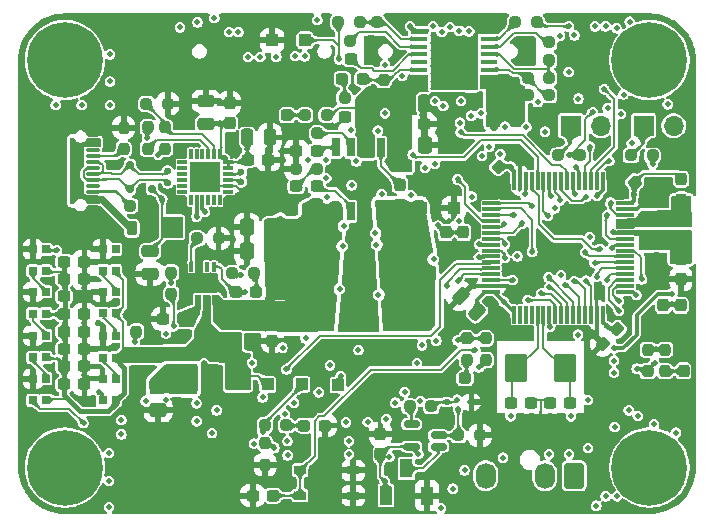
<source format=gbr>
%TF.GenerationSoftware,KiCad,Pcbnew,9.0.0*%
%TF.CreationDate,2025-10-24T21:07:41-05:00*%
%TF.ProjectId,LeaderSOM,4c656164-6572-4534-9f4d-2e6b69636164,rev?*%
%TF.SameCoordinates,Original*%
%TF.FileFunction,Copper,L1,Top*%
%TF.FilePolarity,Positive*%
%FSLAX46Y46*%
G04 Gerber Fmt 4.6, Leading zero omitted, Abs format (unit mm)*
G04 Created by KiCad (PCBNEW 9.0.0) date 2025-10-24 21:07:41*
%MOMM*%
%LPD*%
G01*
G04 APERTURE LIST*
G04 Aperture macros list*
%AMRoundRect*
0 Rectangle with rounded corners*
0 $1 Rounding radius*
0 $2 $3 $4 $5 $6 $7 $8 $9 X,Y pos of 4 corners*
0 Add a 4 corners polygon primitive as box body*
4,1,4,$2,$3,$4,$5,$6,$7,$8,$9,$2,$3,0*
0 Add four circle primitives for the rounded corners*
1,1,$1+$1,$2,$3*
1,1,$1+$1,$4,$5*
1,1,$1+$1,$6,$7*
1,1,$1+$1,$8,$9*
0 Add four rect primitives between the rounded corners*
20,1,$1+$1,$2,$3,$4,$5,0*
20,1,$1+$1,$4,$5,$6,$7,0*
20,1,$1+$1,$6,$7,$8,$9,0*
20,1,$1+$1,$8,$9,$2,$3,0*%
G04 Aperture macros list end*
%TA.AperFunction,SMDPad,CuDef*%
%ADD10R,0.700000X0.700000*%
%TD*%
%TA.AperFunction,SMDPad,CuDef*%
%ADD11RoundRect,0.237500X-0.237500X0.300000X-0.237500X-0.300000X0.237500X-0.300000X0.237500X0.300000X0*%
%TD*%
%TA.AperFunction,SMDPad,CuDef*%
%ADD12RoundRect,0.237500X-0.237500X0.250000X-0.237500X-0.250000X0.237500X-0.250000X0.237500X0.250000X0*%
%TD*%
%TA.AperFunction,SMDPad,CuDef*%
%ADD13RoundRect,0.237500X0.287500X0.237500X-0.287500X0.237500X-0.287500X-0.237500X0.287500X-0.237500X0*%
%TD*%
%TA.AperFunction,SMDPad,CuDef*%
%ADD14RoundRect,0.375000X-0.375000X0.625000X-0.375000X-0.625000X0.375000X-0.625000X0.375000X0.625000X0*%
%TD*%
%TA.AperFunction,SMDPad,CuDef*%
%ADD15RoundRect,0.500000X-1.400000X0.500000X-1.400000X-0.500000X1.400000X-0.500000X1.400000X0.500000X0*%
%TD*%
%TA.AperFunction,SMDPad,CuDef*%
%ADD16RoundRect,0.237500X0.300000X0.237500X-0.300000X0.237500X-0.300000X-0.237500X0.300000X-0.237500X0*%
%TD*%
%TA.AperFunction,SMDPad,CuDef*%
%ADD17RoundRect,0.250000X0.700000X0.950000X-0.700000X0.950000X-0.700000X-0.950000X0.700000X-0.950000X0*%
%TD*%
%TA.AperFunction,SMDPad,CuDef*%
%ADD18RoundRect,0.237500X-0.287500X-0.237500X0.287500X-0.237500X0.287500X0.237500X-0.287500X0.237500X0*%
%TD*%
%TA.AperFunction,SMDPad,CuDef*%
%ADD19RoundRect,0.237500X-0.250000X-0.237500X0.250000X-0.237500X0.250000X0.237500X-0.250000X0.237500X0*%
%TD*%
%TA.AperFunction,SMDPad,CuDef*%
%ADD20RoundRect,0.237500X-0.300000X-0.237500X0.300000X-0.237500X0.300000X0.237500X-0.300000X0.237500X0*%
%TD*%
%TA.AperFunction,SMDPad,CuDef*%
%ADD21RoundRect,0.175000X-0.325000X0.175000X-0.325000X-0.175000X0.325000X-0.175000X0.325000X0.175000X0*%
%TD*%
%TA.AperFunction,SMDPad,CuDef*%
%ADD22RoundRect,0.150000X-0.150000X0.200000X-0.150000X-0.200000X0.150000X-0.200000X0.150000X0.200000X0*%
%TD*%
%TA.AperFunction,SMDPad,CuDef*%
%ADD23R,1.475000X0.450000*%
%TD*%
%TA.AperFunction,SMDPad,CuDef*%
%ADD24R,2.460000X3.550000*%
%TD*%
%TA.AperFunction,ComponentPad*%
%ADD25C,3.600000*%
%TD*%
%TA.AperFunction,ConnectorPad*%
%ADD26C,6.400000*%
%TD*%
%TA.AperFunction,SMDPad,CuDef*%
%ADD27RoundRect,0.237500X0.250000X0.237500X-0.250000X0.237500X-0.250000X-0.237500X0.250000X-0.237500X0*%
%TD*%
%TA.AperFunction,SMDPad,CuDef*%
%ADD28RoundRect,0.250000X0.337500X0.475000X-0.337500X0.475000X-0.337500X-0.475000X0.337500X-0.475000X0*%
%TD*%
%TA.AperFunction,SMDPad,CuDef*%
%ADD29RoundRect,0.237500X-0.380070X0.044194X0.044194X-0.380070X0.380070X-0.044194X-0.044194X0.380070X0*%
%TD*%
%TA.AperFunction,ComponentPad*%
%ADD30R,1.700000X1.700000*%
%TD*%
%TA.AperFunction,ComponentPad*%
%ADD31O,1.700000X1.700000*%
%TD*%
%TA.AperFunction,SMDPad,CuDef*%
%ADD32RoundRect,0.112500X0.187500X0.112500X-0.187500X0.112500X-0.187500X-0.112500X0.187500X-0.112500X0*%
%TD*%
%TA.AperFunction,SMDPad,CuDef*%
%ADD33RoundRect,0.250000X0.475000X-0.250000X0.475000X0.250000X-0.475000X0.250000X-0.475000X-0.250000X0*%
%TD*%
%TA.AperFunction,SMDPad,CuDef*%
%ADD34RoundRect,0.237500X0.237500X-0.300000X0.237500X0.300000X-0.237500X0.300000X-0.237500X-0.300000X0*%
%TD*%
%TA.AperFunction,SMDPad,CuDef*%
%ADD35RoundRect,0.250000X-0.250000X-0.475000X0.250000X-0.475000X0.250000X0.475000X-0.250000X0.475000X0*%
%TD*%
%TA.AperFunction,SMDPad,CuDef*%
%ADD36RoundRect,0.237500X0.237500X-0.250000X0.237500X0.250000X-0.237500X0.250000X-0.237500X-0.250000X0*%
%TD*%
%TA.AperFunction,SMDPad,CuDef*%
%ADD37R,1.000000X1.000000*%
%TD*%
%TA.AperFunction,SMDPad,CuDef*%
%ADD38RoundRect,0.250000X-0.337500X-0.475000X0.337500X-0.475000X0.337500X0.475000X-0.337500X0.475000X0*%
%TD*%
%TA.AperFunction,SMDPad,CuDef*%
%ADD39RoundRect,0.075000X0.075000X-0.700000X0.075000X0.700000X-0.075000X0.700000X-0.075000X-0.700000X0*%
%TD*%
%TA.AperFunction,SMDPad,CuDef*%
%ADD40RoundRect,0.075000X0.700000X-0.075000X0.700000X0.075000X-0.700000X0.075000X-0.700000X-0.075000X0*%
%TD*%
%TA.AperFunction,SMDPad,CuDef*%
%ADD41RoundRect,0.225000X0.225000X0.375000X-0.225000X0.375000X-0.225000X-0.375000X0.225000X-0.375000X0*%
%TD*%
%TA.AperFunction,SMDPad,CuDef*%
%ADD42RoundRect,0.250000X0.300000X0.300000X-0.300000X0.300000X-0.300000X-0.300000X0.300000X-0.300000X0*%
%TD*%
%TA.AperFunction,SMDPad,CuDef*%
%ADD43RoundRect,0.150000X-0.425000X0.150000X-0.425000X-0.150000X0.425000X-0.150000X0.425000X0.150000X0*%
%TD*%
%TA.AperFunction,SMDPad,CuDef*%
%ADD44RoundRect,0.075000X-0.500000X0.075000X-0.500000X-0.075000X0.500000X-0.075000X0.500000X0.075000X0*%
%TD*%
%TA.AperFunction,HeatsinkPad*%
%ADD45O,2.100000X1.000000*%
%TD*%
%TA.AperFunction,HeatsinkPad*%
%ADD46O,1.800000X1.000000*%
%TD*%
%TA.AperFunction,ComponentPad*%
%ADD47RoundRect,0.250000X-0.600000X0.850000X-0.600000X-0.850000X0.600000X-0.850000X0.600000X0.850000X0*%
%TD*%
%TA.AperFunction,ComponentPad*%
%ADD48O,1.700000X2.200000*%
%TD*%
%TA.AperFunction,SMDPad,CuDef*%
%ADD49RoundRect,0.237500X-0.044194X-0.380070X0.380070X0.044194X0.044194X0.380070X-0.380070X-0.044194X0*%
%TD*%
%TA.AperFunction,SMDPad,CuDef*%
%ADD50RoundRect,0.150000X0.512500X0.150000X-0.512500X0.150000X-0.512500X-0.150000X0.512500X-0.150000X0*%
%TD*%
%TA.AperFunction,SMDPad,CuDef*%
%ADD51R,1.000000X0.750000*%
%TD*%
%TA.AperFunction,SMDPad,CuDef*%
%ADD52RoundRect,0.237500X-0.237500X0.287500X-0.237500X-0.287500X0.237500X-0.287500X0.237500X0.287500X0*%
%TD*%
%TA.AperFunction,SMDPad,CuDef*%
%ADD53RoundRect,0.237500X0.044194X0.380070X-0.380070X-0.044194X-0.044194X-0.380070X0.380070X0.044194X0*%
%TD*%
%TA.AperFunction,SMDPad,CuDef*%
%ADD54RoundRect,0.250000X1.750000X2.500000X-1.750000X2.500000X-1.750000X-2.500000X1.750000X-2.500000X0*%
%TD*%
%TA.AperFunction,SMDPad,CuDef*%
%ADD55R,1.000000X1.600000*%
%TD*%
%TA.AperFunction,SMDPad,CuDef*%
%ADD56RoundRect,0.040000X-0.120000X0.390000X-0.120000X-0.390000X0.120000X-0.390000X0.120000X0.390000X0*%
%TD*%
%TA.AperFunction,SMDPad,CuDef*%
%ADD57R,2.400000X1.650000*%
%TD*%
%TA.AperFunction,SMDPad,CuDef*%
%ADD58RoundRect,0.250000X-0.475000X0.337500X-0.475000X-0.337500X0.475000X-0.337500X0.475000X0.337500X0*%
%TD*%
%TA.AperFunction,SMDPad,CuDef*%
%ADD59R,0.650000X1.528000*%
%TD*%
%TA.AperFunction,SMDPad,CuDef*%
%ADD60R,0.850000X0.300000*%
%TD*%
%TA.AperFunction,SMDPad,CuDef*%
%ADD61R,0.300000X0.850000*%
%TD*%
%TA.AperFunction,SMDPad,CuDef*%
%ADD62R,2.550000X2.550000*%
%TD*%
%TA.AperFunction,SMDPad,CuDef*%
%ADD63RoundRect,0.250000X0.512652X0.159099X0.159099X0.512652X-0.512652X-0.159099X-0.159099X-0.512652X0*%
%TD*%
%TA.AperFunction,SMDPad,CuDef*%
%ADD64RoundRect,0.250000X-0.300000X-0.300000X0.300000X-0.300000X0.300000X0.300000X-0.300000X0.300000X0*%
%TD*%
%TA.AperFunction,ViaPad*%
%ADD65C,0.500000*%
%TD*%
%TA.AperFunction,ViaPad*%
%ADD66C,0.600000*%
%TD*%
%TA.AperFunction,Conductor*%
%ADD67C,0.200000*%
%TD*%
%TA.AperFunction,Conductor*%
%ADD68C,0.400000*%
%TD*%
%TA.AperFunction,Conductor*%
%ADD69C,0.300000*%
%TD*%
%TA.AperFunction,Conductor*%
%ADD70C,0.150000*%
%TD*%
%TA.AperFunction,Conductor*%
%ADD71C,0.600000*%
%TD*%
G04 APERTURE END LIST*
D10*
%TO.P,D15,1,DOUT*%
%TO.N,unconnected-(D15-DOUT-Pad1)*%
X143550000Y-98255000D03*
%TO.P,D15,2,VSS*%
%TO.N,GND*%
X142450000Y-98255000D03*
%TO.P,D15,3,DIN*%
%TO.N,Net-(D14-DOUT)*%
X142450000Y-100085000D03*
%TO.P,D15,4,VDD*%
%TO.N,+5V*%
X143550000Y-100085000D03*
%TD*%
D11*
%TO.P,C19,1*%
%TO.N,Net-(U6-BOOT)*%
X167620000Y-92797500D03*
%TO.P,C19,2*%
%TO.N,Net-(D3-K)*%
X167620000Y-94522500D03*
%TD*%
D12*
%TO.P,R8,1*%
%TO.N,+3V3*%
X146250000Y-87937500D03*
%TO.P,R8,2*%
%TO.N,Net-(U2-~{RST})*%
X146250000Y-89762500D03*
%TD*%
D13*
%TO.P,D5,1,K*%
%TO.N,GND*%
X161285000Y-113190000D03*
%TO.P,D5,2,A*%
%TO.N,Net-(D5-A)*%
X159535000Y-113190000D03*
%TD*%
D14*
%TO.P,U4,1,IN*%
%TO.N,+5V*%
X154050000Y-109000000D03*
%TO.P,U4,2,GND*%
%TO.N,GND*%
X151750000Y-109000000D03*
D15*
X151750000Y-115300000D03*
D14*
%TO.P,U4,3,OUT*%
%TO.N,+3V3*%
X149450000Y-109000000D03*
%TD*%
D16*
%TO.P,C33,1*%
%TO.N,GND*%
X178737499Y-111262499D03*
%TO.P,C33,2*%
%TO.N,/MCU/OSC_IN*%
X177012499Y-111262499D03*
%TD*%
D17*
%TO.P,Y1,1,1*%
%TO.N,/MCU/OSC_OUT*%
X181574999Y-108350000D03*
%TO.P,Y1,2,2*%
%TO.N,/MCU/OSC_IN*%
X177474999Y-108350000D03*
%TD*%
D18*
%TO.P,D7,1,K*%
%TO.N,/Power_Distribution/STAT*%
X153717500Y-101890000D03*
%TO.P,D7,2,A*%
%TO.N,Net-(D7-A)*%
X155467500Y-101890000D03*
%TD*%
D19*
%TO.P,R28,1*%
%TO.N,/Power_Distribution/Power Protection/SHDN*%
X177387500Y-79050000D03*
%TO.P,R28,2*%
%TO.N,+3V3*%
X179212500Y-79050000D03*
%TD*%
%TO.P,R30,1*%
%TO.N,Net-(IC3-ILIM)*%
X163387500Y-80650000D03*
%TO.P,R30,2*%
%TO.N,/Power_Distribution/Power Protection/RTN*%
X165212500Y-80650000D03*
%TD*%
%TO.P,R14,1*%
%TO.N,/Power_Distribution/ILIM*%
X150437500Y-97350000D03*
%TO.P,R14,2*%
%TO.N,GND*%
X152262500Y-97350000D03*
%TD*%
D20*
%TO.P,C25,1*%
%TO.N,+5V*%
X139187500Y-102260000D03*
%TO.P,C25,2*%
%TO.N,GND*%
X140912500Y-102260000D03*
%TD*%
D11*
%TO.P,C9,1*%
%TO.N,+3V3*%
X191400000Y-103017500D03*
%TO.P,C9,2*%
%TO.N,GND*%
X191400000Y-104742500D03*
%TD*%
D16*
%TO.P,C16,1*%
%TO.N,Net-(U6-SS)*%
X160562500Y-89950000D03*
%TO.P,C16,2*%
%TO.N,GND*%
X158837500Y-89950000D03*
%TD*%
D21*
%TO.P,D2,1,A*%
%TO.N,GND*%
X146450000Y-91150000D03*
D22*
%TO.P,D2,2,K*%
%TO.N,/USB/D-*%
X144750000Y-91150000D03*
%TO.P,D2,3,K*%
%TO.N,/USB/D+*%
X144750000Y-93150000D03*
%TO.P,D2,4,K*%
%TO.N,VBUS*%
X146650000Y-93150000D03*
%TD*%
D23*
%TO.P,IC3,1,IN_1*%
%TO.N,/24V_Ext*%
X175150000Y-84350000D03*
%TO.P,IC3,2,IN_2*%
X175150000Y-83700000D03*
%TO.P,IC3,3,UVLO*%
%TO.N,/Power_Distribution/Power Protection/UVLO*%
X175150000Y-83050000D03*
%TO.P,IC3,4,NC_1*%
%TO.N,unconnected-(IC3-NC_1-Pad4)*%
X175150000Y-82400000D03*
%TO.P,IC3,5,OVP*%
%TO.N,/Power_Distribution/Power Protection/OVP*%
X175150000Y-81750000D03*
%TO.P,IC3,6,MODE*%
%TO.N,/Power_Distribution/Power Protection/MODE*%
X175150000Y-81100000D03*
%TO.P,IC3,7,~{SHDN}*%
%TO.N,/Power_Distribution/Power Protection/SHDN*%
X175150000Y-80450000D03*
%TO.P,IC3,8,RTN*%
%TO.N,/Power_Distribution/Power Protection/RTN*%
X175150000Y-79800000D03*
%TO.P,IC3,9,GND*%
%TO.N,GND*%
X169274000Y-79800000D03*
%TO.P,IC3,10,IMON*%
%TO.N,/Power_Distribution/Power Protection/IMON*%
X169274000Y-80450000D03*
%TO.P,IC3,11,ILIM*%
%TO.N,Net-(IC3-ILIM)*%
X169274000Y-81100000D03*
%TO.P,IC3,12,DVDT*%
%TO.N,Net-(IC3-DVDT)*%
X169274000Y-81750000D03*
%TO.P,IC3,13,NC_2*%
%TO.N,unconnected-(IC3-NC_2-Pad13)*%
X169274000Y-82400000D03*
%TO.P,IC3,14,~{FLT}*%
%TO.N,/Power_Distribution/FAULT*%
X169274000Y-83050000D03*
%TO.P,IC3,15,OUT_1*%
%TO.N,+24V*%
X169274000Y-83700000D03*
%TO.P,IC3,16,OUT_2*%
X169274000Y-84350000D03*
D24*
%TO.P,IC3,17,EP*%
%TO.N,/Power_Distribution/Power Protection/RTN*%
X172212000Y-82075000D03*
%TD*%
D12*
%TO.P,R13,1*%
%TO.N,/MCU/SPI1_MISO*%
X148250000Y-100237500D03*
%TO.P,R13,2*%
%TO.N,Net-(J4-DAT0)*%
X148250000Y-102062500D03*
%TD*%
D25*
%TO.P,H4,1*%
%TO.N,N/C*%
X188750000Y-116750000D03*
D26*
X188750000Y-116750000D03*
%TD*%
D27*
%TO.P,R16,1*%
%TO.N,/Power_Distribution/ROSC*%
X160612500Y-88450000D03*
%TO.P,R16,2*%
%TO.N,GND*%
X158787500Y-88450000D03*
%TD*%
D19*
%TO.P,R24,1*%
%TO.N,/24V_Ext*%
X178437500Y-85225000D03*
%TO.P,R24,2*%
%TO.N,/Power_Distribution/Power Protection/UVLO*%
X180262500Y-85225000D03*
%TD*%
D28*
%TO.P,C20,1*%
%TO.N,+5V_BUCK*%
X160487500Y-94700000D03*
%TO.P,C20,2*%
%TO.N,GND*%
X158412500Y-94700000D03*
%TD*%
D20*
%TO.P,C23,1*%
%TO.N,+5V*%
X139187500Y-108190000D03*
%TO.P,C23,2*%
%TO.N,GND*%
X140912500Y-108190000D03*
%TD*%
D11*
%TO.P,C8,1*%
%TO.N,+3V3*%
X189900000Y-103017500D03*
%TO.P,C8,2*%
%TO.N,GND*%
X189900000Y-104742500D03*
%TD*%
D27*
%TO.P,R22,1*%
%TO.N,GND*%
X174387500Y-114025000D03*
%TO.P,R22,2*%
%TO.N,/MCU/BOOT_GPIO*%
X172562500Y-114025000D03*
%TD*%
D29*
%TO.P,C35,1*%
%TO.N,+3V3*%
X187490120Y-92640120D03*
%TO.P,C35,2*%
%TO.N,GND*%
X188709880Y-93859880D03*
%TD*%
D30*
%TO.P,CC_Term1,1,A*%
%TO.N,Net-(CC_Term1-A)*%
X182085000Y-87800000D03*
D31*
%TO.P,CC_Term1,2,B*%
%TO.N,/MCU/IntCAN_L*%
X184625000Y-87800000D03*
%TD*%
D27*
%TO.P,R32,1*%
%TO.N,/Power_Distribution/Power Protection/IMON*%
X164212500Y-79050000D03*
%TO.P,R32,2*%
%TO.N,/IMON*%
X162387500Y-79050000D03*
%TD*%
D10*
%TO.P,D13,1,DOUT*%
%TO.N,Net-(D13-DOUT)*%
X143550000Y-105612500D03*
%TO.P,D13,2,VSS*%
%TO.N,GND*%
X142450000Y-105612500D03*
%TO.P,D13,3,DIN*%
%TO.N,Net-(D12-DOUT)*%
X142450000Y-107442500D03*
%TO.P,D13,4,VDD*%
%TO.N,+5V*%
X143550000Y-107442500D03*
%TD*%
D20*
%TO.P,C30,1*%
%TO.N,+5V*%
X139187500Y-100780000D03*
%TO.P,C30,2*%
%TO.N,GND*%
X140912500Y-100780000D03*
%TD*%
D32*
%TO.P,D17,1,A1*%
%TO.N,/24V_Ext*%
X175590000Y-87970000D03*
%TO.P,D17,2,A2*%
%TO.N,GND*%
X173490000Y-87970000D03*
%TD*%
D12*
%TO.P,R11,1*%
%TO.N,/CarCAN/CARCAN_Fault*%
X190075000Y-106767500D03*
%TO.P,R11,2*%
%TO.N,Net-(CC_FLT1-A)*%
X190075000Y-108592500D03*
%TD*%
%TO.P,R3,1*%
%TO.N,/InternalCAN/ICAN_Fault*%
X173265000Y-105807500D03*
%TO.P,R3,2*%
%TO.N,Net-(IC_FLT1-A)*%
X173265000Y-107632500D03*
%TD*%
D33*
%TO.P,C3,1*%
%TO.N,GND*%
X146450000Y-100340000D03*
%TO.P,C3,2*%
%TO.N,VBUS*%
X146450000Y-98440000D03*
%TD*%
D11*
%TO.P,C38,1*%
%TO.N,+3V3A*%
X188450000Y-95787500D03*
%TO.P,C38,2*%
%TO.N,GNDA*%
X188450000Y-97512500D03*
%TD*%
D28*
%TO.P,C21,1*%
%TO.N,+5V_BUCK*%
X156717500Y-96410000D03*
%TO.P,C21,2*%
%TO.N,GND*%
X154642500Y-96410000D03*
%TD*%
D34*
%TO.P,C41,1*%
%TO.N,+3V3*%
X165975000Y-115637500D03*
%TO.P,C41,2*%
%TO.N,GND*%
X165975000Y-113912500D03*
%TD*%
D27*
%TO.P,R27,1*%
%TO.N,/Power_Distribution/Power Protection/MODE*%
X180262500Y-80750000D03*
%TO.P,R27,2*%
%TO.N,/Power_Distribution/Power Protection/RTN*%
X178437500Y-80750000D03*
%TD*%
D20*
%TO.P,C6,1*%
%TO.N,+3V3*%
X154737500Y-90700000D03*
%TO.P,C6,2*%
%TO.N,GND*%
X156462500Y-90700000D03*
%TD*%
D27*
%TO.P,R5,1*%
%TO.N,GND*%
X146587500Y-94600000D03*
%TO.P,R5,2*%
%TO.N,/USB/CC2*%
X144762500Y-94600000D03*
%TD*%
D11*
%TO.P,C1,1*%
%TO.N,+3V3*%
X173000000Y-96837500D03*
%TO.P,C1,2*%
%TO.N,GND*%
X173000000Y-98562500D03*
%TD*%
D19*
%TO.P,R23,1*%
%TO.N,Net-(R23-Pad1)*%
X168437500Y-111575000D03*
%TO.P,R23,2*%
%TO.N,/MCU/BOOT*%
X170262500Y-111575000D03*
%TD*%
D12*
%TO.P,R4,1*%
%TO.N,GND*%
X144225000Y-87962500D03*
%TO.P,R4,2*%
%TO.N,/USB/CC1*%
X144225000Y-89787500D03*
%TD*%
D35*
%TO.P,C42,1*%
%TO.N,/24V_Ext*%
X177350000Y-87000000D03*
%TO.P,C42,2*%
%TO.N,GND*%
X179250000Y-87000000D03*
%TD*%
D10*
%TO.P,D11,1,DOUT*%
%TO.N,Net-(D11-DOUT)*%
X137650000Y-98272500D03*
%TO.P,D11,2,VSS*%
%TO.N,GND*%
X136550000Y-98272500D03*
%TO.P,D11,3,DIN*%
%TO.N,Net-(D10-DOUT)*%
X136550000Y-100102500D03*
%TO.P,D11,4,VDD*%
%TO.N,+5V*%
X137650000Y-100102500D03*
%TD*%
D19*
%TO.P,R7,1*%
%TO.N,Net-(U2-VBUS)*%
X146137500Y-85950000D03*
%TO.P,R7,2*%
%TO.N,GND*%
X147962500Y-85950000D03*
%TD*%
D27*
%TO.P,R20,1*%
%TO.N,+24V*%
X164762500Y-85450000D03*
%TO.P,R20,2*%
%TO.N,Net-(D6-A)*%
X162937500Y-85450000D03*
%TD*%
%TO.P,R26,1*%
%TO.N,/Power_Distribution/Power Protection/OVP*%
X180262500Y-82250000D03*
%TO.P,R26,2*%
%TO.N,/Power_Distribution/Power Protection/RTN*%
X178437500Y-82250000D03*
%TD*%
D36*
%TO.P,R9,1*%
%TO.N,+3V3*%
X188600000Y-108592500D03*
%TO.P,R9,2*%
%TO.N,/CarCAN/CARCAN_Fault*%
X188600000Y-106767500D03*
%TD*%
D37*
%TO.P,3.3V1,1,1*%
%TO.N,+3V3*%
X159300000Y-109700000D03*
%TD*%
D38*
%TO.P,C10,1*%
%TO.N,+5V*%
X152925000Y-106100000D03*
%TO.P,C10,2*%
%TO.N,GND*%
X155000000Y-106100000D03*
%TD*%
D11*
%TO.P,C2,1*%
%TO.N,+3V3*%
X171500000Y-96837500D03*
%TO.P,C2,2*%
%TO.N,GND*%
X171500000Y-98562500D03*
%TD*%
D12*
%TO.P,R6,1*%
%TO.N,Net-(U2-VBUS)*%
X147750000Y-87937500D03*
%TO.P,R6,2*%
%TO.N,VBUS*%
X147750000Y-89762500D03*
%TD*%
D20*
%TO.P,C27,1*%
%TO.N,+5V*%
X139187500Y-109700000D03*
%TO.P,C27,2*%
%TO.N,GND*%
X140912500Y-109700000D03*
%TD*%
D16*
%TO.P,C31,1*%
%TO.N,/MCU/OSC_OUT*%
X182037500Y-111275000D03*
%TO.P,C31,2*%
%TO.N,GND*%
X180312500Y-111275000D03*
%TD*%
D32*
%TO.P,D16,1,A1*%
%TO.N,GND*%
X173670000Y-111200000D03*
%TO.P,D16,2,A2*%
%TO.N,/MCU/BOOT*%
X171570000Y-111200000D03*
%TD*%
D38*
%TO.P,C13,1*%
%TO.N,+24V*%
X167692500Y-89460000D03*
%TO.P,C13,2*%
%TO.N,GND*%
X169767500Y-89460000D03*
%TD*%
D19*
%TO.P,R25,1*%
%TO.N,/Power_Distribution/Power Protection/UVLO*%
X178437500Y-83750000D03*
%TO.P,R25,2*%
%TO.N,/Power_Distribution/Power Protection/OVP*%
X180262500Y-83750000D03*
%TD*%
D39*
%TO.P,U7,1,VBAT*%
%TO.N,+3V3*%
X177275000Y-103800000D03*
%TO.P,U7,2,PC13*%
%TO.N,unconnected-(U7-PC13-Pad2)*%
X177775000Y-103800000D03*
%TO.P,U7,3,PC14*%
%TO.N,unconnected-(U7-PC14-Pad3)*%
X178275000Y-103800000D03*
%TO.P,U7,4,PC15*%
%TO.N,unconnected-(U7-PC15-Pad4)*%
X178775000Y-103800000D03*
%TO.P,U7,5,PF0*%
%TO.N,/MCU/OSC_IN*%
X179275000Y-103800000D03*
%TO.P,U7,6,PF1*%
%TO.N,/MCU/OSC_OUT*%
X179775000Y-103800000D03*
%TO.P,U7,7,PG10*%
%TO.N,/MCU/NRST*%
X180275000Y-103800000D03*
%TO.P,U7,8,PC0*%
%TO.N,/MCU/ADC1_IN6{slash}TIM1_CH1{slash}COMP3_INM*%
X180775000Y-103800000D03*
%TO.P,U7,9,PC1*%
%TO.N,/MCU/ADC1_IN7{slash}TIM1_CH2{slash}COMP3_INP*%
X181275000Y-103800000D03*
%TO.P,U7,10,PC2*%
%TO.N,/MCU/ADC1_IN8{slash}TIM1_CH3{slash}COMP3_OUT*%
X181775000Y-103800000D03*
%TO.P,U7,11,PC3*%
%TO.N,/IMON*%
X182275000Y-103800000D03*
%TO.P,U7,12,PA0*%
%TO.N,/MCU/ADC1_IN1{slash}TIM2_CH1{slash}COMP1_OUT*%
X182775000Y-103800000D03*
%TO.P,U7,13,PA1*%
%TO.N,/MCU/ADC1_IN2{slash}TIM2_CH2{slash}COMP1_INP*%
X183275000Y-103800000D03*
%TO.P,U7,14,PA2*%
%TO.N,/MCU/ADC1_IN3{slash}TIM2_CH3{slash}COMP2_INM*%
X183775000Y-103800000D03*
%TO.P,U7,15,VSS*%
%TO.N,GND*%
X184275000Y-103800000D03*
%TO.P,U7,16,VDD*%
%TO.N,+3V3*%
X184775000Y-103800000D03*
D40*
%TO.P,U7,17,PA3*%
%TO.N,/MCU/OPAMP5_VINM{slash}ADC1_IN4{slash}TIM2_CH4*%
X186700000Y-101875000D03*
%TO.P,U7,18,PA4*%
%TO.N,/MCU/SPI1_NSS*%
X186700000Y-101375000D03*
%TO.P,U7,19,PA5*%
%TO.N,/MCU/SPI1_SCK*%
X186700000Y-100875000D03*
%TO.P,U7,20,PA6*%
%TO.N,/MCU/SPI1_MISO*%
X186700000Y-100375000D03*
%TO.P,U7,21,PA7*%
%TO.N,/MCU/SPI1_MOSI*%
X186700000Y-99875000D03*
%TO.P,U7,22,PC4*%
%TO.N,/MCU/USART1_TX*%
X186700000Y-99375000D03*
%TO.P,U7,23,PC5*%
%TO.N,/MCU/USART1_RX*%
X186700000Y-98875000D03*
%TO.P,U7,24,PB0*%
%TO.N,/MCU/ADC1_IN15{slash}TIM1_CH2N{slash}COMP4_INP*%
X186700000Y-98375000D03*
%TO.P,U7,25,PB1*%
%TO.N,/MCU/ADC1_IN12{slash}TIM1_CH3N{slash}COMP1_INP*%
X186700000Y-97875000D03*
%TO.P,U7,26,PB2*%
%TO.N,/MCU/ADC2_IN12{slash}TIM5_CH1{slash}COMP4_INM*%
X186700000Y-97375000D03*
%TO.P,U7,27,VSSA*%
%TO.N,GNDA*%
X186700000Y-96875000D03*
%TO.P,U7,28,VREF+*%
%TO.N,+3V3A*%
X186700000Y-96375000D03*
%TO.P,U7,29,VDDA*%
X186700000Y-95875000D03*
%TO.P,U7,30,PB10*%
%TO.N,/MCU/USART3_TX{slash}OPAMP3_VINM{slash}TIM2_CH3*%
X186700000Y-95375000D03*
%TO.P,U7,31,VSS*%
%TO.N,GND*%
X186700000Y-94875000D03*
%TO.P,U7,32,VDD*%
%TO.N,+3V3*%
X186700000Y-94375000D03*
D39*
%TO.P,U7,33,PB11*%
%TO.N,/MCU/USART3_RX{slash}ADC1_IN14{slash}TIM2_CH4*%
X184775000Y-92450000D03*
%TO.P,U7,34,PB12*%
%TO.N,/MCU/ADC1_IN11{slash}COMP7_INM{slash}FDCAN2_RX*%
X184275000Y-92450000D03*
%TO.P,U7,35,PB13*%
%TO.N,/MCU/SPI2_SCK{slash}OPAMP3_VINP{slash}FDCAN2_TX*%
X183775000Y-92450000D03*
%TO.P,U7,36,PB14*%
%TO.N,/MCU/SPI2_MISO{slash}ADC1_IN5{slash}TIM1_CH2N*%
X183275000Y-92450000D03*
%TO.P,U7,37,PB15*%
%TO.N,/MCU/SPI2_MOSI{slash}ADC2_IN15{slash}TIM1_CH3N*%
X182775000Y-92450000D03*
%TO.P,U7,38,PC6*%
%TO.N,/MCU/I2C4_SCL{slash}TIM3_CH1*%
X182275000Y-92450000D03*
%TO.P,U7,39,PC7*%
%TO.N,/MCU/I2C4_SDA{slash}TIM3_CH2*%
X181775000Y-92450000D03*
%TO.P,U7,40,PC8*%
%TO.N,/MCU/I2C3_SCL{slash}TIM3_CH3*%
X181275000Y-92450000D03*
%TO.P,U7,41,PC9*%
%TO.N,/MCU/I2C3_SDA{slash}TIM3_CH4*%
X180775000Y-92450000D03*
%TO.P,U7,42,PA8*%
%TO.N,/MCU/FDCAN3_RX*%
X180275000Y-92450000D03*
%TO.P,U7,43,PA9*%
%TO.N,/MCU/SDC_DET*%
X179775000Y-92450000D03*
%TO.P,U7,44,PA10*%
%TO.N,/MCU/SPI3_NSS{slash}TIM1_CH3{slash}COMP6_OUT*%
X179275000Y-92450000D03*
%TO.P,U7,45,PA11*%
%TO.N,/MCU/FDCAN1_RX*%
X178775000Y-92450000D03*
%TO.P,U7,46,PA12*%
%TO.N,/MCU/FDCAN1_TX*%
X178275000Y-92450000D03*
%TO.P,U7,47,VSS*%
%TO.N,GND*%
X177775000Y-92450000D03*
%TO.P,U7,48,VDD*%
%TO.N,+3V3*%
X177275000Y-92450000D03*
D40*
%TO.P,U7,49,PA13*%
%TO.N,/MCU/SWDIO*%
X175350000Y-94375000D03*
%TO.P,U7,50,PA14*%
%TO.N,/MCU/SWCLK*%
X175350000Y-94875000D03*
%TO.P,U7,51,PA15*%
%TO.N,/MCU/FDCAN3_TX*%
X175350000Y-95375000D03*
%TO.P,U7,52,PC10*%
%TO.N,/MCU/UART4_TX{slash}TIM8_CH1N*%
X175350000Y-95875000D03*
%TO.P,U7,53,PC11*%
%TO.N,/MCU/UART4_RX{slash}TIM8_CH2N*%
X175350000Y-96375000D03*
%TO.P,U7,54,PC12*%
%TO.N,/MCU/UART5_TX{slash}TIM5_CH2*%
X175350000Y-96875000D03*
%TO.P,U7,55,PD2*%
%TO.N,/MCU/UART5_RX*%
X175350000Y-97375000D03*
%TO.P,U7,56,PB3*%
%TO.N,/MCU/SPI3_SCK{slash}TIM2_CH2{slash}USART2_TX*%
X175350000Y-97875000D03*
%TO.P,U7,57,PB4*%
%TO.N,/MCU/SPI3_MISO{slash}TIM3_CH1{slash}USART2_RX*%
X175350000Y-98375000D03*
%TO.P,U7,58,PB5*%
%TO.N,/MCU/SPI3_MOSI{slash}TIM3_CH2{slash}TIM17_CH1*%
X175350000Y-98875000D03*
%TO.P,U7,59,PB6*%
%TO.N,/AddressableLED*%
X175350000Y-99375000D03*
%TO.P,U7,60,PB7*%
%TO.N,/MCU/BOOT_GPIO*%
X175350000Y-99875000D03*
%TO.P,U7,61,PB8*%
%TO.N,/MCU/BOOT*%
X175350000Y-100375000D03*
%TO.P,U7,62,PB9*%
%TO.N,/MCU/SPI2_NSS{slash}TIM4_CH4{slash}COMP2_OUT*%
X175350000Y-100875000D03*
%TO.P,U7,63,VSS*%
%TO.N,GND*%
X175350000Y-101375000D03*
%TO.P,U7,64,VDD*%
%TO.N,+3V3*%
X175350000Y-101875000D03*
%TD*%
D16*
%TO.P,C40,1*%
%TO.N,/MCU/NRST*%
X156872500Y-119120000D03*
%TO.P,C40,2*%
%TO.N,GND*%
X155147500Y-119120000D03*
%TD*%
D10*
%TO.P,D12,1,DOUT*%
%TO.N,Net-(D12-DOUT)*%
X143540000Y-109220000D03*
%TO.P,D12,2,VSS*%
%TO.N,GND*%
X142440000Y-109220000D03*
%TO.P,D12,3,DIN*%
%TO.N,Net-(D11-DOUT)*%
X142440000Y-111050000D03*
%TO.P,D12,4,VDD*%
%TO.N,+5V*%
X143540000Y-111050000D03*
%TD*%
D19*
%TO.P,R31,1*%
%TO.N,/Power_Distribution/Power Protection/IMON*%
X165687500Y-79050000D03*
%TO.P,R31,2*%
%TO.N,/Power_Distribution/Power Protection/RTN*%
X167512500Y-79050000D03*
%TD*%
D41*
%TO.P,D1,1,K*%
%TO.N,VBUS*%
X148230000Y-96500000D03*
%TO.P,D1,2,A*%
%TO.N,/USB/VBUS_IN*%
X144930000Y-96500000D03*
%TD*%
D18*
%TO.P,D4,1,K*%
%TO.N,GND*%
X156317500Y-86909569D03*
%TO.P,D4,2,A*%
%TO.N,Net-(D4-A)*%
X158067500Y-86909569D03*
%TD*%
D42*
%TO.P,D18,1,K*%
%TO.N,/IMON*%
X159597500Y-80570000D03*
%TO.P,D18,2,A*%
%TO.N,GND*%
X156797500Y-80570000D03*
%TD*%
D43*
%TO.P,J3,A1,GND*%
%TO.N,GND*%
X141664000Y-88425000D03*
%TO.P,J3,A4,VBUS*%
%TO.N,/USB/VBUS_IN*%
X141664000Y-89225000D03*
D44*
%TO.P,J3,A5,CC1*%
%TO.N,/USB/CC1*%
X141664000Y-90375000D03*
%TO.P,J3,A6,D+*%
%TO.N,/USB/D+*%
X141664000Y-91375000D03*
%TO.P,J3,A7,D-*%
%TO.N,/USB/D-*%
X141664000Y-91875000D03*
%TO.P,J3,A8,SBU1*%
%TO.N,unconnected-(J3-SBU1-PadA8)*%
X141664000Y-92875000D03*
D43*
%TO.P,J3,A9,VBUS*%
%TO.N,/USB/VBUS_IN*%
X141664000Y-94025000D03*
%TO.P,J3,A12,GND*%
%TO.N,GND*%
X141664000Y-94825000D03*
%TO.P,J3,B1,GND*%
X141664000Y-94825000D03*
%TO.P,J3,B4,VBUS*%
%TO.N,/USB/VBUS_IN*%
X141664000Y-94025000D03*
D44*
%TO.P,J3,B5,CC2*%
%TO.N,/USB/CC2*%
X141664000Y-93375000D03*
%TO.P,J3,B6,D+*%
%TO.N,/USB/D+*%
X141664000Y-92375000D03*
%TO.P,J3,B7,D-*%
%TO.N,/USB/D-*%
X141664000Y-90875000D03*
%TO.P,J3,B8,SBU2*%
%TO.N,unconnected-(J3-SBU2-PadB8)*%
X141664000Y-89875000D03*
D43*
%TO.P,J3,B9,VBUS*%
%TO.N,/USB/VBUS_IN*%
X141664000Y-89225000D03*
%TO.P,J3,B12,GND*%
%TO.N,GND*%
X141664000Y-88425000D03*
D45*
%TO.P,J3,S1,SHIELD*%
X141089000Y-87305000D03*
D46*
X136909000Y-87305000D03*
D45*
X141089000Y-95945000D03*
D46*
X136909000Y-95945000D03*
%TD*%
D27*
%TO.P,R15,1*%
%TO.N,Net-(C17-Pad2)*%
X160612500Y-91450000D03*
%TO.P,R15,2*%
%TO.N,GND*%
X158787500Y-91450000D03*
%TD*%
D20*
%TO.P,C46,1*%
%TO.N,+24V*%
X167967500Y-87640000D03*
%TO.P,C46,2*%
%TO.N,GND*%
X169692500Y-87640000D03*
%TD*%
D16*
%TO.P,C43,1*%
%TO.N,/24V_Ext*%
X175500000Y-85800000D03*
%TO.P,C43,2*%
%TO.N,GND*%
X173775000Y-85800000D03*
%TD*%
D19*
%TO.P,R10,1*%
%TO.N,Net-(CC_Term2-A)*%
X187187500Y-90325000D03*
%TO.P,R10,2*%
%TO.N,/MCU/CarCAN_H*%
X189012500Y-90325000D03*
%TD*%
D47*
%TO.P,SWD1,1,Pin_1*%
%TO.N,+3V3*%
X182375000Y-117450000D03*
D48*
%TO.P,SWD1,2,Pin_2*%
%TO.N,/MCU/SWCLK*%
X179875000Y-117450000D03*
%TO.P,SWD1,3,Pin_3*%
%TO.N,GND*%
X177375000Y-117450000D03*
%TO.P,SWD1,4,Pin_4*%
%TO.N,/MCU/SWDIO*%
X174875000Y-117450000D03*
%TD*%
D20*
%TO.P,C28,1*%
%TO.N,+5V*%
X139187500Y-106710000D03*
%TO.P,C28,2*%
%TO.N,GND*%
X140912500Y-106710000D03*
%TD*%
D27*
%TO.P,R18,1*%
%TO.N,+24V*%
X161412500Y-86900000D03*
%TO.P,R18,2*%
%TO.N,Net-(D4-A)*%
X159587500Y-86900000D03*
%TD*%
D36*
%TO.P,R17,1*%
%TO.N,+5V*%
X145300000Y-107062500D03*
%TO.P,R17,2*%
%TO.N,/Power_Distribution/STAT*%
X145300000Y-105237500D03*
%TD*%
D13*
%TO.P,D6,1,K*%
%TO.N,/Power_Distribution/FAULT*%
X164492500Y-83850000D03*
%TO.P,D6,2,A*%
%TO.N,Net-(D6-A)*%
X162742500Y-83850000D03*
%TD*%
D20*
%TO.P,C29,1*%
%TO.N,+5V*%
X139187500Y-103770000D03*
%TO.P,C29,2*%
%TO.N,GND*%
X140912500Y-103770000D03*
%TD*%
D25*
%TO.P,H1,1*%
%TO.N,N/C*%
X139250000Y-82250000D03*
D26*
X139250000Y-82250000D03*
%TD*%
D11*
%TO.P,C39,1*%
%TO.N,+3V3A*%
X189950000Y-95787500D03*
%TO.P,C39,2*%
%TO.N,GNDA*%
X189950000Y-97512500D03*
%TD*%
D49*
%TO.P,C37,1*%
%TO.N,+3V3*%
X175990120Y-91259880D03*
%TO.P,C37,2*%
%TO.N,GND*%
X177209880Y-90040120D03*
%TD*%
D50*
%TO.P,U8,1*%
%TO.N,Net-(SW1-B)*%
X170887500Y-114975000D03*
%TO.P,U8,2*%
%TO.N,/MCU/BOOT_GPIO*%
X170887500Y-114025000D03*
%TO.P,U8,3,GND*%
%TO.N,GND*%
X170887500Y-113075000D03*
%TO.P,U8,4*%
%TO.N,Net-(R23-Pad1)*%
X168612500Y-113075000D03*
%TO.P,U8,5,VCC*%
%TO.N,+3V3*%
X168612500Y-114975000D03*
%TD*%
D20*
%TO.P,C26,1*%
%TO.N,+5V*%
X139187500Y-99320000D03*
%TO.P,C26,2*%
%TO.N,GND*%
X140912500Y-99320000D03*
%TD*%
D25*
%TO.P,H2,1*%
%TO.N,N/C*%
X188750000Y-82250000D03*
D26*
X188750000Y-82250000D03*
%TD*%
D51*
%TO.P,Reset1,1,1*%
%TO.N,/MCU/NRST*%
X159175000Y-116975000D03*
X159175000Y-119125000D03*
%TO.P,Reset1,2,2*%
%TO.N,GND*%
X163675000Y-116975000D03*
X163675000Y-119125000D03*
%TD*%
D13*
%TO.P,IC_FLT1,1,K*%
%TO.N,GND*%
X174882500Y-109180000D03*
%TO.P,IC_FLT1,2,A*%
%TO.N,Net-(IC_FLT1-A)*%
X173132500Y-109180000D03*
%TD*%
D12*
%TO.P,R12,1*%
%TO.N,/MCU/SDC_DET*%
X156200000Y-114687500D03*
%TO.P,R12,2*%
%TO.N,GND*%
X156200000Y-116512500D03*
%TD*%
D35*
%TO.P,C4,1*%
%TO.N,+3V3*%
X154700000Y-88800000D03*
%TO.P,C4,2*%
%TO.N,GND*%
X156600000Y-88800000D03*
%TD*%
D16*
%TO.P,C18,1*%
%TO.N,+5V*%
X150812500Y-105650000D03*
%TO.P,C18,2*%
%TO.N,GND*%
X149087500Y-105650000D03*
%TD*%
D34*
%TO.P,C7,1*%
%TO.N,+3V3*%
X153200000Y-87612500D03*
%TO.P,C7,2*%
%TO.N,GND*%
X153200000Y-85887500D03*
%TD*%
D28*
%TO.P,C22,1*%
%TO.N,+5V_BUCK*%
X156717500Y-98410000D03*
%TO.P,C22,2*%
%TO.N,GND*%
X154642500Y-98410000D03*
%TD*%
D16*
%TO.P,C17,1*%
%TO.N,Net-(U6-COMP)*%
X160562500Y-92950000D03*
%TO.P,C17,2*%
%TO.N,Net-(C17-Pad2)*%
X158837500Y-92950000D03*
%TD*%
D52*
%TO.P,CC_FLT1,1,K*%
%TO.N,GND*%
X191630000Y-106805000D03*
%TO.P,CC_FLT1,2,A*%
%TO.N,Net-(CC_FLT1-A)*%
X191630000Y-108555000D03*
%TD*%
D25*
%TO.P,H3,1*%
%TO.N,N/C*%
X139250000Y-116750000D03*
D26*
X139250000Y-116750000D03*
%TD*%
D53*
%TO.P,C36,1*%
%TO.N,+3V3*%
X186034880Y-105040120D03*
%TO.P,C36,2*%
%TO.N,GND*%
X184815120Y-106259880D03*
%TD*%
D54*
%TO.P,L1,1,1*%
%TO.N,Net-(D3-K)*%
X168400000Y-102400000D03*
%TO.P,L1,2,2*%
%TO.N,+5V_BUCK*%
X159900000Y-102400000D03*
%TD*%
D55*
%TO.P,SW1,1,A*%
%TO.N,+3V3*%
X166425000Y-119125000D03*
%TO.P,SW1,2,B*%
%TO.N,Net-(SW1-B)*%
X168175000Y-116825000D03*
%TO.P,SW1,3,C*%
%TO.N,GND*%
X169925000Y-119125000D03*
%TD*%
D11*
%TO.P,C32,1*%
%TO.N,+3V3A*%
X191425000Y-95762500D03*
%TO.P,C32,2*%
%TO.N,GNDA*%
X191425000Y-97487500D03*
%TD*%
D10*
%TO.P,D8,1,DOUT*%
%TO.N,Net-(D8-DOUT)*%
X137650000Y-109220000D03*
%TO.P,D8,2,VSS*%
%TO.N,GND*%
X136550000Y-109220000D03*
%TO.P,D8,3,DIN*%
%TO.N,/AddressableLED*%
X136550000Y-111050000D03*
%TO.P,D8,4,VDD*%
%TO.N,+5V*%
X137650000Y-111050000D03*
%TD*%
D20*
%TO.P,C44,1*%
%TO.N,Net-(IC3-DVDT)*%
X163437500Y-82150000D03*
%TO.P,C44,2*%
%TO.N,/Power_Distribution/Power Protection/RTN*%
X165162500Y-82150000D03*
%TD*%
D10*
%TO.P,D9,1,DOUT*%
%TO.N,Net-(D10-DIN)*%
X137650000Y-105592500D03*
%TO.P,D9,2,VSS*%
%TO.N,GND*%
X136550000Y-105592500D03*
%TO.P,D9,3,DIN*%
%TO.N,Net-(D8-DOUT)*%
X136550000Y-107422500D03*
%TO.P,D9,4,VDD*%
%TO.N,+5V*%
X137650000Y-107422500D03*
%TD*%
D35*
%TO.P,C45,1*%
%TO.N,+24V*%
X167750000Y-85900000D03*
%TO.P,C45,2*%
%TO.N,GND*%
X169650000Y-85900000D03*
%TD*%
D20*
%TO.P,C24,1*%
%TO.N,+5V*%
X139187500Y-105240000D03*
%TO.P,C24,2*%
%TO.N,GND*%
X140912500Y-105240000D03*
%TD*%
D33*
%TO.P,C5,1*%
%TO.N,+3V3*%
X151200000Y-87650000D03*
%TO.P,C5,2*%
%TO.N,GND*%
X151200000Y-85750000D03*
%TD*%
D56*
%TO.P,U5,1,STAT*%
%TO.N,/Power_Distribution/STAT*%
X151900000Y-99730000D03*
%TO.P,U5,2,D0*%
%TO.N,unconnected-(U5-D0-Pad2)*%
X151250000Y-99730000D03*
%TO.P,U5,3,D1*%
%TO.N,GND*%
X150600000Y-99730000D03*
%TO.P,U5,4,ILIM*%
%TO.N,/Power_Distribution/ILIM*%
X149950000Y-99730000D03*
%TO.P,U5,5,GND*%
%TO.N,GND*%
X149950000Y-102600000D03*
%TO.P,U5,6,IN2*%
%TO.N,VBUS*%
X150600000Y-102600000D03*
%TO.P,U5,7,OUT*%
%TO.N,+5V*%
X151250000Y-102600000D03*
%TO.P,U5,8,IN1*%
%TO.N,+5V_BUCK*%
X151900000Y-102600000D03*
D57*
%TO.P,U5,9,EXP*%
%TO.N,GND*%
X150925000Y-101165000D03*
%TD*%
D52*
%TO.P,FB2,1*%
%TO.N,+3V3*%
X191425000Y-92350000D03*
%TO.P,FB2,2*%
%TO.N,+3V3A*%
X191425000Y-94100000D03*
%TD*%
D36*
%TO.P,R1,1*%
%TO.N,+3V3*%
X174900000Y-107637500D03*
%TO.P,R1,2*%
%TO.N,/InternalCAN/ICAN_Fault*%
X174900000Y-105812500D03*
%TD*%
D11*
%TO.P,C12,1*%
%TO.N,+5V_BUCK*%
X156820000Y-104277500D03*
%TO.P,C12,2*%
%TO.N,GND*%
X156820000Y-106002500D03*
%TD*%
D19*
%TO.P,R2,1*%
%TO.N,Net-(CC_Term1-A)*%
X181012500Y-90325000D03*
%TO.P,R2,2*%
%TO.N,/MCU/IntCAN_H*%
X182837500Y-90325000D03*
%TD*%
D10*
%TO.P,D10,1,DOUT*%
%TO.N,Net-(D10-DOUT)*%
X137650000Y-101877500D03*
%TO.P,D10,2,VSS*%
%TO.N,GND*%
X136550000Y-101877500D03*
%TO.P,D10,3,DIN*%
%TO.N,Net-(D10-DIN)*%
X136550000Y-103707500D03*
%TO.P,D10,4,VDD*%
%TO.N,+5V*%
X137650000Y-103707500D03*
%TD*%
D19*
%TO.P,R21,1*%
%TO.N,+5V*%
X153417500Y-100310000D03*
%TO.P,R21,2*%
%TO.N,Net-(D7-A)*%
X155242500Y-100310000D03*
%TD*%
D37*
%TO.P,GND1,1,1*%
%TO.N,GND*%
X165500000Y-109700000D03*
%TD*%
D58*
%TO.P,C14,1*%
%TO.N,+3V3*%
X147150000Y-109762500D03*
%TO.P,C14,2*%
%TO.N,GND*%
X147150000Y-111837500D03*
%TD*%
D16*
%TO.P,C11,1*%
%TO.N,VBUS*%
X149312500Y-104150000D03*
%TO.P,C11,2*%
%TO.N,GND*%
X147587500Y-104150000D03*
%TD*%
D30*
%TO.P,CC_Term2,1,A*%
%TO.N,Net-(CC_Term2-A)*%
X188250000Y-87800000D03*
D31*
%TO.P,CC_Term2,2,B*%
%TO.N,/MCU/CarCAN_L*%
X190790000Y-87800000D03*
%TD*%
D19*
%TO.P,R19,1*%
%TO.N,+3V3*%
X156187500Y-113175000D03*
%TO.P,R19,2*%
%TO.N,Net-(D5-A)*%
X158012500Y-113175000D03*
%TD*%
D59*
%TO.P,U6,1,BOOT*%
%TO.N,Net-(U6-BOOT)*%
X166005000Y-89639000D03*
%TO.P,U6,2,VIN*%
%TO.N,+24V*%
X164735000Y-89639000D03*
%TO.P,U6,3,ROSC*%
%TO.N,/Power_Distribution/ROSC*%
X163465000Y-89639000D03*
%TO.P,U6,4,SS*%
%TO.N,Net-(U6-SS)*%
X162195000Y-89639000D03*
%TO.P,U6,5,VSENSE*%
%TO.N,+5V_BUCK*%
X162195000Y-95061000D03*
%TO.P,U6,6,COMP*%
%TO.N,Net-(U6-COMP)*%
X163465000Y-95061000D03*
%TO.P,U6,7,GND*%
%TO.N,GND*%
X164735000Y-95061000D03*
%TO.P,U6,8,LX*%
%TO.N,Net-(D3-K)*%
X166005000Y-95061000D03*
%TD*%
D10*
%TO.P,D14,1,DOUT*%
%TO.N,Net-(D14-DOUT)*%
X143550000Y-101860000D03*
%TO.P,D14,2,VSS*%
%TO.N,GND*%
X142450000Y-101860000D03*
%TO.P,D14,3,DIN*%
%TO.N,Net-(D13-DOUT)*%
X142450000Y-103690000D03*
%TO.P,D14,4,VDD*%
%TO.N,+5V*%
X143550000Y-103690000D03*
%TD*%
D36*
%TO.P,R29,1*%
%TO.N,+24V*%
X166250000Y-85762500D03*
%TO.P,R29,2*%
%TO.N,/Power_Distribution/FAULT*%
X166250000Y-83937500D03*
%TD*%
D16*
%TO.P,C15,1*%
%TO.N,+24V*%
X164712500Y-87050000D03*
%TO.P,C15,2*%
%TO.N,GND*%
X162987500Y-87050000D03*
%TD*%
D37*
%TO.P,24V2,1,1*%
%TO.N,+24V*%
X162390000Y-109760000D03*
%TD*%
D60*
%TO.P,U2,1,~{RI}/CLK*%
%TO.N,unconnected-(U2-~{RI}{slash}CLK-Pad1)*%
X153100000Y-93400000D03*
%TO.P,U2,2,GND*%
%TO.N,GND*%
X153100000Y-92900000D03*
%TO.P,U2,3,D+*%
%TO.N,/USB/D+*%
X153100000Y-92400000D03*
%TO.P,U2,4,D-*%
%TO.N,/USB/D-*%
X153100000Y-91900000D03*
%TO.P,U2,5,VIO*%
%TO.N,+3V3*%
X153100000Y-91400000D03*
%TO.P,U2,6,VDD*%
X153100000Y-90900000D03*
D61*
%TO.P,U2,7,VREGIN*%
X152400000Y-90200000D03*
%TO.P,U2,8,VBUS*%
%TO.N,Net-(U2-VBUS)*%
X151900000Y-90200000D03*
%TO.P,U2,9,~{RST}*%
%TO.N,Net-(U2-~{RST})*%
X151400000Y-90200000D03*
%TO.P,U2,10,NC*%
%TO.N,unconnected-(U2-NC-Pad10)*%
X150900000Y-90200000D03*
%TO.P,U2,11,~{WAKEUP}/GPIO.3*%
%TO.N,unconnected-(U2-~{WAKEUP}{slash}GPIO.3-Pad11)*%
X150400000Y-90200000D03*
%TO.P,U2,12,RS485/GPIO.2*%
%TO.N,unconnected-(U2-RS485{slash}GPIO.2-Pad12)*%
X149900000Y-90200000D03*
D60*
%TO.P,U2,13,~{RXT}/GPIO.1*%
%TO.N,unconnected-(U2-~{RXT}{slash}GPIO.1-Pad13)*%
X149200000Y-90900000D03*
%TO.P,U2,14,~{TXT}/GPIO.0*%
%TO.N,unconnected-(U2-~{TXT}{slash}GPIO.0-Pad14)*%
X149200000Y-91400000D03*
%TO.P,U2,15,~{SUSPEND}*%
%TO.N,unconnected-(U2-~{SUSPEND}-Pad15)*%
X149200000Y-91900000D03*
%TO.P,U2,16,NC*%
%TO.N,unconnected-(U2-NC-Pad16)*%
X149200000Y-92400000D03*
%TO.P,U2,17,SUSPEND*%
%TO.N,unconnected-(U2-SUSPEND-Pad17)*%
X149200000Y-92900000D03*
%TO.P,U2,18,~{CTS}*%
%TO.N,unconnected-(U2-~{CTS}-Pad18)*%
X149200000Y-93400000D03*
D61*
%TO.P,U2,19,~{RTS}*%
%TO.N,unconnected-(U2-~{RTS}-Pad19)*%
X149900000Y-94100000D03*
%TO.P,U2,20,RXD*%
%TO.N,/MCU/USART3_TX{slash}OPAMP3_VINM{slash}TIM2_CH3*%
X150400000Y-94100000D03*
%TO.P,U2,21,TXD*%
%TO.N,/MCU/USART3_RX{slash}ADC1_IN14{slash}TIM2_CH4*%
X150900000Y-94100000D03*
%TO.P,U2,22,~{DSR}*%
%TO.N,unconnected-(U2-~{DSR}-Pad22)*%
X151400000Y-94100000D03*
%TO.P,U2,23,~{DTR}*%
%TO.N,unconnected-(U2-~{DTR}-Pad23)*%
X151900000Y-94100000D03*
%TO.P,U2,24,~{DCD}*%
%TO.N,unconnected-(U2-~{DCD}-Pad24)*%
X152400000Y-94100000D03*
D62*
%TO.P,U2,25,GND*%
%TO.N,GND*%
X151150000Y-92150000D03*
%TD*%
D63*
%TO.P,C34,1*%
%TO.N,+3V3*%
X174146751Y-103596751D03*
%TO.P,C34,2*%
%TO.N,GND*%
X172803249Y-102253249D03*
%TD*%
D52*
%TO.P,FB1,1*%
%TO.N,GNDA*%
X191410000Y-99060000D03*
%TO.P,FB1,2*%
%TO.N,GND*%
X191410000Y-100810000D03*
%TD*%
D64*
%TO.P,D3,1,K*%
%TO.N,Net-(D3-K)*%
X169380000Y-94810000D03*
%TO.P,D3,2,A*%
%TO.N,GND*%
X172180000Y-94810000D03*
%TD*%
D37*
%TO.P,5V1,1,1*%
%TO.N,+5V*%
X156420000Y-109710000D03*
%TD*%
D65*
%TO.N,+5V*%
X154175000Y-100425000D03*
X150823900Y-104798900D03*
%TO.N,+24V*%
X162600000Y-109000000D03*
X164111067Y-106788933D03*
X167900000Y-91500000D03*
%TO.N,/24V_Ext*%
X176630000Y-84760000D03*
X177500000Y-83899000D03*
X176630000Y-83899000D03*
X177520000Y-84740000D03*
%TO.N,+3V3A*%
X185750000Y-106633146D03*
X190700000Y-95760000D03*
X190676000Y-102040000D03*
D66*
%TO.N,/USB/D+*%
X154200000Y-92550000D03*
X147950000Y-92650000D03*
%TO.N,/USB/D-*%
X154200000Y-91750000D03*
X147950000Y-91650000D03*
D65*
%TO.N,GNDA*%
X175192183Y-89580000D03*
X185628909Y-96825000D03*
%TO.N,GND*%
X151995938Y-100870602D03*
X153150000Y-83500000D03*
X185720000Y-93375000D03*
X152000000Y-91200000D03*
X154350000Y-87550000D03*
X171500000Y-112100000D03*
X173700000Y-101375000D03*
X166200000Y-106200000D03*
X149145446Y-102523265D03*
X163700000Y-102790000D03*
X144750000Y-97840000D03*
X149500000Y-114500000D03*
X139990000Y-97600000D03*
X140910000Y-104500000D03*
X173076990Y-89170000D03*
X180049127Y-86963055D03*
X140912500Y-108912500D03*
X137370000Y-86060000D03*
X161250000Y-114510000D03*
X172275000Y-98850000D03*
X166525000Y-116960000D03*
X151550000Y-83500000D03*
X181770000Y-86400000D03*
X181814808Y-95396606D03*
X157700000Y-93775000D03*
X177400000Y-98010000D03*
X171200000Y-99850000D03*
X140910000Y-101520000D03*
X152350000Y-82100000D03*
X157700000Y-92375000D03*
X151200000Y-93100000D03*
X163700000Y-93800000D03*
X154025000Y-115400000D03*
X154025000Y-114500000D03*
X158625000Y-118090000D03*
X164900000Y-106200000D03*
X156000000Y-107325070D03*
X169500000Y-86910000D03*
X150400000Y-93100000D03*
X147710000Y-99220000D03*
X161620000Y-85920000D03*
X151200000Y-91200000D03*
X153350000Y-89450000D03*
X184270000Y-95410000D03*
X187400000Y-103000000D03*
X183140000Y-96520000D03*
X143000000Y-119000000D03*
X190000000Y-113200000D03*
X162840000Y-90800000D03*
X164100000Y-110500000D03*
X166800000Y-109100000D03*
X173970000Y-112330000D03*
X192400000Y-93090000D03*
X143070000Y-85060000D03*
X164696036Y-98000000D03*
X143070000Y-80660000D03*
X188650000Y-92525000D03*
X171800000Y-95850000D03*
X159725000Y-118110000D03*
X179524999Y-112449999D03*
X164596475Y-93903525D03*
X179950000Y-97855574D03*
X147925000Y-90775000D03*
X172487817Y-115610000D03*
X154025000Y-116300000D03*
X143070000Y-82960000D03*
X168490000Y-79384285D03*
X149500000Y-116300000D03*
X177775000Y-90670000D03*
X184940000Y-89520000D03*
X181280000Y-105490000D03*
X139570000Y-86060000D03*
X147820000Y-110990000D03*
X149500000Y-115400000D03*
X190400000Y-93200000D03*
X186200000Y-112500000D03*
X170376409Y-116798591D03*
X150925000Y-110625000D03*
X151625000Y-101600000D03*
X143000000Y-116800000D03*
X135570000Y-106730000D03*
X150800000Y-100600000D03*
X152350000Y-83500000D03*
X187400000Y-86000000D03*
X168000000Y-109100000D03*
X192450000Y-99900000D03*
X186718280Y-119782265D03*
X143000000Y-114200000D03*
X191800000Y-114600000D03*
X152000000Y-93110000D03*
X159600000Y-114430000D03*
X151050000Y-107900000D03*
X164280000Y-100230000D03*
X141870000Y-86060000D03*
X148580000Y-94620000D03*
X166600000Y-107900000D03*
X190380000Y-91140000D03*
X147270000Y-101630000D03*
X143840000Y-90970000D03*
X165425000Y-117110000D03*
X157990000Y-83260000D03*
X151550000Y-82100000D03*
X167400000Y-106200000D03*
X150800000Y-101600000D03*
X162187500Y-87850000D03*
X177200000Y-102100000D03*
X145770000Y-93370000D03*
X189340000Y-98726000D03*
X145600000Y-91100000D03*
X137350000Y-112810000D03*
X167900000Y-107900000D03*
X145090000Y-109180000D03*
X154410000Y-93550000D03*
X183300707Y-80799293D03*
X165100000Y-102790000D03*
X150400000Y-91200000D03*
X164800000Y-96300000D03*
%TO.N,VBUS*%
X148960000Y-95980000D03*
X150188878Y-103390261D03*
X147150000Y-90250000D03*
X150175000Y-104200000D03*
X148960000Y-97070000D03*
X147500000Y-94000000D03*
%TO.N,+3V3*%
X156001337Y-113750000D03*
X162800000Y-98000000D03*
X150400000Y-111300000D03*
X150480000Y-79060000D03*
X182100000Y-112400000D03*
X181905297Y-79398000D03*
X186019113Y-119171730D03*
X158110000Y-115720000D03*
X151715635Y-113850000D03*
X191000000Y-113800000D03*
X156000000Y-110800000D03*
X147470000Y-108640000D03*
X183529595Y-115079594D03*
X181950000Y-115610000D03*
X143000000Y-115500000D03*
X144040000Y-113940000D03*
X149000000Y-79480000D03*
X148250000Y-110200000D03*
X144030000Y-112730000D03*
X182739000Y-85520707D03*
X169177817Y-115609999D03*
X176400000Y-102700000D03*
X161698585Y-108099999D03*
X143000000Y-120100000D03*
X170850000Y-96250000D03*
X166350000Y-117900000D03*
X143000000Y-117900000D03*
X187670800Y-108380000D03*
X143070000Y-84060000D03*
X169060768Y-107900001D03*
X162553909Y-101646091D03*
X143070000Y-81760000D03*
X169500000Y-106400000D03*
X169350152Y-111144305D03*
X162900000Y-96300000D03*
X155275000Y-114713909D03*
X167829176Y-83575000D03*
X182700000Y-105500000D03*
X184258909Y-119968909D03*
X150406091Y-112826091D03*
X189130000Y-113070000D03*
X189175000Y-107865000D03*
X170700000Y-106000000D03*
X172093909Y-118526091D03*
X171068991Y-120191009D03*
X180250000Y-115610000D03*
X181270000Y-100440000D03*
X152350000Y-87612500D03*
X166475000Y-112675000D03*
X161416315Y-93850000D03*
X163050000Y-112925000D03*
X154700000Y-89800000D03*
X159636091Y-105813909D03*
X148250000Y-109250000D03*
X166350000Y-82625000D03*
X185204940Y-104820060D03*
X166076091Y-93573909D03*
X158100000Y-114510000D03*
X170484645Y-99123604D03*
X151910000Y-78670000D03*
X176350000Y-115900000D03*
X148250000Y-108350000D03*
X161327044Y-90700000D03*
X163300000Y-115610000D03*
X161376717Y-92249966D03*
X163300000Y-114510000D03*
X185800000Y-113300000D03*
X187000000Y-111900000D03*
X168575000Y-93700000D03*
X168024064Y-110347774D03*
X178325000Y-87925000D03*
X187425000Y-93600000D03*
X166728991Y-115851009D03*
X147800000Y-105400000D03*
X160750000Y-110375000D03*
X183538235Y-111013235D03*
X140670000Y-86060000D03*
X163525000Y-92850000D03*
X138470000Y-86060000D03*
X146100000Y-111100000D03*
X190676000Y-102927500D03*
X174280000Y-108260000D03*
X170600000Y-91044000D03*
X183688909Y-97261091D03*
X146231764Y-88825000D03*
X177035421Y-91275000D03*
X160630000Y-78850000D03*
X165800000Y-102100000D03*
X177000000Y-112400000D03*
X152775000Y-90575000D03*
X185200000Y-86330000D03*
X190300000Y-86000000D03*
X143070000Y-86060000D03*
X166356628Y-86744446D03*
%TO.N,/MCU/NRST*%
X180325000Y-104825000D03*
X174012160Y-106800000D03*
%TO.N,/AddressableLED*%
X152105000Y-111905000D03*
X140830000Y-112970002D03*
X158000000Y-108425070D03*
%TO.N,/IMON*%
X162450000Y-82181421D03*
X180200000Y-100650000D03*
%TO.N,/Power_Distribution/STAT*%
X154492500Y-101908119D03*
X145150000Y-106125000D03*
%TO.N,/CarCAN/CARCAN_Fault*%
X189310000Y-106711500D03*
%TO.N,/InternalCAN/ICAN_Fault*%
X172617907Y-95865292D03*
X172500000Y-105989996D03*
%TO.N,/Power_Distribution/Power Protection/RTN*%
X165980000Y-80425000D03*
X171275000Y-83475000D03*
X172200000Y-82625000D03*
X173125000Y-82625000D03*
X167708176Y-79715427D03*
X172200000Y-83475000D03*
X173125000Y-83475000D03*
X178450000Y-81500000D03*
X171275000Y-82625000D03*
%TO.N,/MCU/IntCAN_L*%
X153150000Y-79870000D03*
X174578283Y-90375707D03*
%TO.N,/MCU/CarCAN_L*%
X187077396Y-79005788D03*
%TO.N,/MCU/SPI1_SCK*%
X157900000Y-112200000D03*
X186152000Y-103474183D03*
%TO.N,/MCU/SPI1_MISO*%
X148250000Y-101100000D03*
X157680000Y-106602711D03*
X185112182Y-100900000D03*
%TO.N,/MCU/SPI1_MOSI*%
X184290694Y-100591488D03*
X158651409Y-111251409D03*
X164900000Y-112900000D03*
%TO.N,/MCU/SPI1_NSS*%
X155087474Y-107875070D03*
X186152000Y-102630000D03*
%TO.N,/MCU/SPI3_MISO{slash}TIM3_CH1{slash}USART2_RX*%
X165746091Y-88215659D03*
X176500209Y-98994094D03*
%TO.N,/MCU/SPI3_MOSI{slash}TIM3_CH2{slash}TIM17_CH1*%
X163929222Y-90830923D03*
X159550000Y-81930000D03*
X174300000Y-98951000D03*
%TO.N,/MCU/SPI3_NSS{slash}TIM1_CH3{slash}COMP6_OUT*%
X158750000Y-81910000D03*
X163450000Y-88200000D03*
X168700000Y-90250000D03*
%TO.N,/MCU/SPI3_SCK{slash}TIM2_CH2{slash}USART2_TX*%
X174351679Y-97849631D03*
%TO.N,/MCU/SPI2_MISO{slash}ADC1_IN5{slash}TIM1_CH2N*%
X182400000Y-80149000D03*
X171850000Y-79450000D03*
X183690000Y-89570000D03*
%TO.N,/MCU/SPI2_MOSI{slash}ADC2_IN15{slash}TIM1_CH3N*%
X181900000Y-83250000D03*
X182497201Y-91321273D03*
X173484145Y-79823000D03*
%TO.N,/MCU/SPI2_SCK{slash}OPAMP3_VINP{slash}FDCAN2_TX*%
X184903662Y-84700000D03*
%TO.N,/MCU/SPI2_NSS{slash}TIM4_CH4{slash}COMP2_OUT*%
X177200000Y-100875000D03*
X179900000Y-88300000D03*
X172647602Y-79751318D03*
X181175831Y-80224169D03*
%TO.N,Net-(D11-DOUT)*%
X138600000Y-98360000D03*
X142130000Y-110325000D03*
%TO.N,/MCU/BOOT*%
X172560000Y-100920000D03*
X172470000Y-111000000D03*
%TO.N,/MCU/FDCAN3_TX*%
X177265817Y-95347999D03*
%TO.N,/MCU/IntCAN_H*%
X181950000Y-90267817D03*
X176135062Y-90198881D03*
X183952662Y-86642662D03*
X153950000Y-79870000D03*
%TO.N,/MCU/FDCAN3_RX*%
X180370000Y-93780000D03*
X173711091Y-93799677D03*
%TO.N,/MCU/FDCAN1_TX*%
X180720000Y-94807290D03*
X178225000Y-93610000D03*
%TO.N,/MCU/CarCAN_H*%
X187250000Y-89260000D03*
X185960383Y-79539617D03*
X186550000Y-85162474D03*
X189010000Y-91060000D03*
%TO.N,/MCU/FDCAN1_RX*%
X184593202Y-98256798D03*
%TO.N,/MCU/UART5_TX{slash}TIM5_CH2*%
X177990000Y-96060000D03*
%TO.N,/MCU/UART4_TX{slash}TIM8_CH1N*%
X154750000Y-82000000D03*
X172502801Y-92341990D03*
%TO.N,/MCU/UART4_RX{slash}TIM8_CH2N*%
X155793399Y-82001000D03*
X176462367Y-96138500D03*
%TO.N,/MCU/ADC1_IN6{slash}TIM1_CH1{slash}COMP3_INM*%
X178424499Y-102575499D03*
%TO.N,/MCU/UART5_RX*%
X176502000Y-97848631D03*
X172787500Y-85700000D03*
X169737500Y-91362500D03*
%TO.N,/MCU/I2C4_SCL{slash}TIM3_CH1*%
X182414112Y-93586294D03*
X176536179Y-87891151D03*
X172701091Y-87548909D03*
%TO.N,/MCU/I2C3_SCL{slash}TIM3_CH3*%
X183410000Y-93800000D03*
X171300000Y-86150000D03*
%TO.N,/MCU/I2C3_SDA{slash}TIM3_CH4*%
X179272133Y-85825000D03*
X181175735Y-94124265D03*
X170600000Y-85725000D03*
%TO.N,/MCU/I2C4_SDA{slash}TIM3_CH2*%
X172751390Y-88357274D03*
%TO.N,/MCU/ADC1_IN7{slash}TIM1_CH2{slash}COMP3_INP*%
X157150000Y-81960000D03*
X179557842Y-102007842D03*
X159800000Y-90750000D03*
%TO.N,/MCU/ADC1_IN12{slash}TIM1_CH3N{slash}COMP1_INP*%
X185750000Y-108700000D03*
X185560835Y-98191211D03*
%TO.N,/MCU/USART3_TX{slash}OPAMP3_VINM{slash}TIM2_CH3*%
X150400000Y-95500000D03*
X165610000Y-97870000D03*
X185450000Y-94325000D03*
%TO.N,/MCU/ADC1_IN15{slash}TIM1_CH2N{slash}COMP4_INP*%
X188078443Y-100825002D03*
X185750000Y-107700000D03*
%TO.N,/MCU/OPAMP5_VINM{slash}ADC1_IN4{slash}TIM2_CH4*%
X173090000Y-116990000D03*
X187771131Y-112371131D03*
X187650000Y-102150000D03*
X185033909Y-119193909D03*
X167238909Y-111261091D03*
%TO.N,/MCU/ADC1_IN1{slash}TIM2_CH1{slash}COMP1_OUT*%
X181613909Y-101286091D03*
%TO.N,/MCU/ADC1_IN2{slash}TIM2_CH2{slash}COMP1_INP*%
X182380000Y-100970000D03*
%TO.N,/MCU/ADC1_IN8{slash}TIM1_CH3{slash}COMP3_OUT*%
X180268671Y-101496488D03*
%TO.N,/MCU/USART3_RX{slash}ADC1_IN14{slash}TIM2_CH4*%
X184300000Y-93725000D03*
X151125000Y-95100000D03*
X165500000Y-96900000D03*
%TO.N,/MCU/ADC1_IN11{slash}COMP7_INM{slash}FDCAN2_RX*%
X185353543Y-90781515D03*
X184125817Y-79397999D03*
X171150000Y-79849998D03*
%TO.N,/MCU/ADC2_IN12{slash}TIM5_CH1{slash}COMP4_INM*%
X170425228Y-79398000D03*
X185040948Y-79398000D03*
X186340000Y-86817819D03*
X185164038Y-95376170D03*
%TO.N,/MCU/ADC1_IN3{slash}TIM2_CH3{slash}COMP2_INM*%
X183355665Y-100924335D03*
%TO.N,/MCU/SDC_DET*%
X157000000Y-115060000D03*
X180161091Y-95438909D03*
%TO.N,/MCU/USART1_TX*%
X173672609Y-86950000D03*
X184100000Y-99425000D03*
%TO.N,/MCU/USART1_RX*%
X174500000Y-86750000D03*
X183290384Y-98509616D03*
%TO.N,/MCU/BOOT_GPIO*%
X171590565Y-101390000D03*
X172550000Y-111800000D03*
%TO.N,/MCU/SWDIO*%
X178819359Y-94616784D03*
X177562500Y-98862500D03*
%TO.N,/MCU/SWCLK*%
X178823591Y-98473591D03*
%TO.N,Net-(J4-DAT0)*%
X148463243Y-104802947D03*
%TD*%
D67*
%TO.N,Net-(CC_FLT1-A)*%
X191767500Y-108577500D02*
X191805000Y-108540000D01*
X190155000Y-108592500D02*
X191592500Y-108592500D01*
%TO.N,Net-(U6-SS)*%
X160873500Y-89639000D02*
X160562500Y-89950000D01*
X162195000Y-89639000D02*
X160873500Y-89639000D01*
%TO.N,Net-(U6-COMP)*%
X160562500Y-92950000D02*
X160912500Y-93300000D01*
X160912500Y-93300000D02*
X162125000Y-93300000D01*
X163465000Y-94640000D02*
X163465000Y-95061000D01*
X162125000Y-93300000D02*
X163465000Y-94640000D01*
%TO.N,Net-(C17-Pad2)*%
X160612500Y-91450000D02*
X160337500Y-91450000D01*
X160337500Y-91450000D02*
X158837500Y-92950000D01*
%TO.N,Net-(U6-BOOT)*%
X167470000Y-92687500D02*
X167600000Y-92687500D01*
X166005000Y-89639000D02*
X166005000Y-91222500D01*
X166005000Y-91222500D02*
X167470000Y-92687500D01*
%TO.N,/MCU/OSC_OUT*%
X179775000Y-106600000D02*
X181574999Y-108399999D01*
X179775000Y-103824999D02*
X179775000Y-106600000D01*
X182024999Y-108849999D02*
X182024999Y-111024999D01*
%TO.N,+5V*%
X154050000Y-109000000D02*
X155575000Y-109000000D01*
D68*
X139275000Y-108060000D02*
X139187500Y-108147500D01*
D67*
X139392104Y-110950000D02*
X139454604Y-110887500D01*
X137650000Y-107517500D02*
X138515000Y-107517500D01*
X139275000Y-100925000D02*
X139275000Y-100650000D01*
X155575000Y-109000000D02*
X156400000Y-109825000D01*
D68*
X143540000Y-111145000D02*
X143540000Y-111360000D01*
X139187500Y-110620396D02*
X139454604Y-110887500D01*
X142900000Y-112000000D02*
X140567104Y-112000000D01*
D67*
X144200000Y-104435000D02*
X144200000Y-106887500D01*
D68*
X144290000Y-110395000D02*
X143540000Y-111145000D01*
D67*
X137650000Y-107517500D02*
X138765000Y-107517500D01*
X153437500Y-100425000D02*
X154175000Y-100425000D01*
X137650000Y-110967500D02*
X137667500Y-110950000D01*
X150823900Y-104901100D02*
X150812500Y-104912500D01*
D68*
X139187500Y-99320000D02*
X139187500Y-100200000D01*
X139275000Y-100925000D02*
X139275000Y-104775000D01*
D67*
X137667500Y-110950000D02*
X139392104Y-110950000D01*
X138765000Y-107517500D02*
X139187500Y-107940000D01*
X139257500Y-100667500D02*
X139275000Y-100650000D01*
X144200000Y-103135000D02*
X143550000Y-103785000D01*
X138967500Y-103810000D02*
X139275000Y-104117500D01*
D68*
X139187500Y-100200000D02*
X139187500Y-100837500D01*
D67*
X139017500Y-100667500D02*
X139257500Y-100667500D01*
D68*
X139187500Y-100837500D02*
X139275000Y-100925000D01*
D67*
X139017500Y-100667500D02*
X139275000Y-100925000D01*
X137650000Y-103802500D02*
X139155000Y-103802500D01*
X144200000Y-100830000D02*
X144200000Y-103135000D01*
X139155000Y-103802500D02*
X139187500Y-103770000D01*
X137650000Y-100197500D02*
X139185000Y-100197500D01*
D68*
X143550000Y-107537500D02*
X144290000Y-108277500D01*
D67*
X150823900Y-104798900D02*
X150823900Y-104901100D01*
X137650000Y-107517500D02*
X138732500Y-107517500D01*
D68*
X140567104Y-112000000D02*
X139454604Y-110887500D01*
D67*
X137957500Y-103810000D02*
X138967500Y-103810000D01*
X144200000Y-106887500D02*
X143550000Y-107537500D01*
X143550000Y-100180000D02*
X144200000Y-100830000D01*
D68*
X139275000Y-104775000D02*
X139275000Y-108060000D01*
D67*
X138732500Y-107517500D02*
X139275000Y-108060000D01*
D68*
X144290000Y-108277500D02*
X144290000Y-110395000D01*
D67*
X139185000Y-100197500D02*
X139187500Y-100200000D01*
X143550000Y-103785000D02*
X144200000Y-104435000D01*
D68*
X139187500Y-108147500D02*
X139187500Y-110620396D01*
X143540000Y-111360000D02*
X142900000Y-112000000D01*
D67*
%TO.N,+24V*%
X162600000Y-109625000D02*
X162400000Y-109825000D01*
X162600000Y-109000000D02*
X162600000Y-109625000D01*
X162457866Y-86274000D02*
X163936500Y-86274000D01*
X161412500Y-86900000D02*
X161831866Y-86900000D01*
X163936500Y-86274000D02*
X164712500Y-87050000D01*
X161831866Y-86900000D02*
X162457866Y-86274000D01*
D69*
%TO.N,+3V3A*%
X186541854Y-106633146D02*
X185750000Y-106633146D01*
X189460000Y-102040000D02*
X187657824Y-103842176D01*
X187657824Y-103842176D02*
X187657824Y-105517176D01*
X190676000Y-102040000D02*
X189460000Y-102040000D01*
X187657824Y-105517176D02*
X186541854Y-106633146D01*
D67*
%TO.N,/MCU/OSC_IN*%
X177074999Y-110974999D02*
X177074999Y-108799999D01*
X179274999Y-106599999D02*
X179274999Y-103824999D01*
X177474999Y-108399999D02*
X179274999Y-106599999D01*
%TO.N,Net-(IC_FLT1-A)*%
X173265000Y-107632500D02*
X173265000Y-109047500D01*
X173265000Y-109047500D02*
X173132500Y-109180000D01*
%TO.N,/USB/D+*%
X142700000Y-92375000D02*
X142725000Y-92350000D01*
X143267501Y-92325000D02*
X143875000Y-92325000D01*
X140862000Y-92146999D02*
X141090001Y-92375000D01*
X141665000Y-92375000D02*
X142700000Y-92375000D01*
X145524999Y-92375001D02*
X144750000Y-93150000D01*
X143875000Y-92325000D02*
X144700000Y-93150000D01*
X154200000Y-92550000D02*
X154025001Y-92375001D01*
X141090001Y-92375000D02*
X141665000Y-92375000D01*
X142380000Y-92350000D02*
X142725000Y-92350000D01*
X147675000Y-92375000D02*
X145550000Y-92375000D01*
X142725000Y-92350000D02*
X143242501Y-92350000D01*
X141159414Y-91375000D02*
X140862000Y-91672414D01*
X143242501Y-92350000D02*
X143267501Y-92325000D01*
X154025001Y-92375001D02*
X153124999Y-92375001D01*
X144700000Y-93150000D02*
X144750000Y-93150000D01*
X145549999Y-92375001D02*
X145524999Y-92375001D01*
X153124999Y-92375001D02*
X153100000Y-92400000D01*
X141665000Y-91375000D02*
X141159414Y-91375000D01*
X145550000Y-92375000D02*
X145549999Y-92375001D01*
X147950000Y-92650000D02*
X147675000Y-92375000D01*
X140862000Y-91672414D02*
X140862000Y-92146999D01*
%TO.N,/USB/D-*%
X142468000Y-91646999D02*
X142239999Y-91875000D01*
X147950000Y-91650000D02*
X147675000Y-91925000D01*
X143242501Y-91850000D02*
X143267501Y-91875000D01*
X142468000Y-91172414D02*
X142468000Y-91646999D01*
X141665000Y-90875000D02*
X142170586Y-90875000D01*
X154200000Y-91750000D02*
X154025001Y-91924999D01*
X142239999Y-91875000D02*
X141665000Y-91875000D01*
X154025001Y-91924999D02*
X153124999Y-91924999D01*
X145524999Y-91924999D02*
X144750000Y-91150000D01*
X142380000Y-91850000D02*
X143242501Y-91850000D01*
X145549999Y-91924999D02*
X145524999Y-91924999D01*
X143050000Y-91850000D02*
X142380000Y-91850000D01*
X147675000Y-91925000D02*
X145550000Y-91925000D01*
X145550000Y-91925000D02*
X145549999Y-91924999D01*
X143975000Y-91875000D02*
X144700000Y-91150000D01*
X144700000Y-91150000D02*
X144750000Y-91150000D01*
X153124999Y-91924999D02*
X153100000Y-91900000D01*
X143267501Y-91875000D02*
X143975000Y-91875000D01*
X142170586Y-90875000D02*
X142468000Y-91172414D01*
%TO.N,GNDA*%
X185678910Y-96875001D02*
X185628909Y-96825000D01*
D69*
X186700000Y-96875001D02*
X185678910Y-96875001D01*
%TO.N,GND*%
X177775000Y-92450000D02*
X177775000Y-90670000D01*
X177775000Y-90605240D02*
X177209880Y-90040120D01*
D67*
X151995938Y-100870602D02*
X151701540Y-101165000D01*
D68*
X140912500Y-108912500D02*
X140912500Y-108190000D01*
D70*
X168687585Y-79776000D02*
X169250000Y-79776000D01*
X168450000Y-79424285D02*
X168450000Y-79538415D01*
D67*
X169500000Y-86910000D02*
X169536049Y-86946049D01*
X169692500Y-86949550D02*
X169692500Y-87640000D01*
D69*
X177775000Y-90670000D02*
X177775000Y-90605240D01*
D67*
X151701540Y-101165000D02*
X150925000Y-101165000D01*
D69*
X187694760Y-94875000D02*
X186700000Y-94875000D01*
D67*
X179900000Y-87000000D02*
X178962500Y-87000000D01*
X169688999Y-86946049D02*
X169692500Y-86949550D01*
D69*
X173700000Y-101375000D02*
X173655240Y-101375000D01*
D70*
X168490000Y-79384285D02*
X168450000Y-79424285D01*
D67*
X142380000Y-87855000D02*
X141805000Y-87280000D01*
X154350057Y-93550000D02*
X153700057Y-92900000D01*
D70*
X169250000Y-79776000D02*
X169274000Y-79800000D01*
D67*
X153700057Y-92900000D02*
X153100000Y-92900000D01*
X178962500Y-87000000D02*
X178712500Y-86750000D01*
X142380000Y-88400000D02*
X142380000Y-87855000D01*
X169650000Y-86907050D02*
X169650000Y-85900000D01*
X179524999Y-111087499D02*
X179524999Y-112449999D01*
D69*
X184275000Y-105719760D02*
X184815120Y-106259880D01*
X172821751Y-102253249D02*
X173700000Y-101375000D01*
D68*
X141155000Y-109155000D02*
X140912500Y-108912500D01*
D67*
X153100000Y-92900000D02*
X151900000Y-92900000D01*
D69*
X175350000Y-101375000D02*
X173700000Y-101375000D01*
D67*
X169536049Y-86946049D02*
X169688999Y-86946049D01*
X179936945Y-86963055D02*
X179900000Y-87000000D01*
D69*
X184275000Y-103800000D02*
X184275000Y-105719760D01*
D70*
X168450000Y-79538415D02*
X168687585Y-79776000D01*
D67*
X169647050Y-86910000D02*
X169650000Y-86907050D01*
X178487500Y-111187500D02*
X178550000Y-111125000D01*
X154410000Y-93550000D02*
X154350057Y-93550000D01*
X178737499Y-111037499D02*
X179574999Y-111037499D01*
X169500000Y-86910000D02*
X169647050Y-86910000D01*
X180049127Y-86963055D02*
X179936945Y-86963055D01*
D69*
X188937501Y-93632259D02*
X187694760Y-94875000D01*
D68*
X142450000Y-109155000D02*
X141155000Y-109155000D01*
D67*
X179574999Y-111037499D02*
X180312499Y-111037499D01*
X179574999Y-111037499D02*
X179524999Y-111087499D01*
X162187500Y-87850000D02*
X162987500Y-87050000D01*
D69*
X172803249Y-102253249D02*
X172821751Y-102253249D01*
D67*
%TO.N,VBUS*%
X147500000Y-97390000D02*
X146450000Y-98440000D01*
X146650000Y-93150000D02*
X147500000Y-94000000D01*
X147637500Y-89762500D02*
X147150000Y-90250000D01*
X147500000Y-94000000D02*
X147500000Y-97390000D01*
X147750000Y-89762500D02*
X147637500Y-89762500D01*
%TO.N,+3V3*%
X151550000Y-87612500D02*
X152350000Y-87612500D01*
X188680000Y-108360000D02*
X189175000Y-107865000D01*
X172900000Y-96937500D02*
X172787500Y-96937500D01*
X174280000Y-108260000D02*
X174527500Y-108260000D01*
X179212500Y-79209683D02*
X179212500Y-79050000D01*
X156001337Y-113750000D02*
X156001337Y-113361163D01*
D69*
X177275001Y-91675001D02*
X177275001Y-92450000D01*
X187425000Y-92705240D02*
X187465120Y-92665120D01*
D67*
X146231764Y-88825000D02*
X146231764Y-87955736D01*
X154700000Y-90437500D02*
X154237500Y-90900000D01*
X171437500Y-96837500D02*
X171500000Y-96837500D01*
D69*
X177035421Y-91275000D02*
X177035421Y-91435421D01*
D67*
X168683909Y-115116091D02*
X168825000Y-114975000D01*
X171400000Y-96937500D02*
X171552500Y-96937500D01*
X188855000Y-108577500D02*
X188855000Y-108345000D01*
X152500000Y-89300000D02*
X152500000Y-90100000D01*
D69*
X187425000Y-93600000D02*
X187425000Y-94150000D01*
D67*
X152500000Y-87762500D02*
X152350000Y-87612500D01*
X169177817Y-115609999D02*
X168683909Y-115116091D01*
D69*
X177020301Y-91259880D02*
X175990120Y-91259880D01*
D67*
X152500000Y-90100000D02*
X152400000Y-90200000D01*
D69*
X177035421Y-91435421D02*
X177275001Y-91675001D01*
D67*
X146231764Y-87955736D02*
X146250000Y-87937500D01*
X187465120Y-92665120D02*
X188261240Y-91869000D01*
X181905297Y-79398000D02*
X179400817Y-79398000D01*
X188387500Y-108380000D02*
X188600000Y-108592500D01*
D69*
X175575000Y-101875000D02*
X177275000Y-103575000D01*
X174800000Y-101875000D02*
X175350000Y-101875000D01*
D67*
X190330000Y-102927500D02*
X191830000Y-102927500D01*
D69*
X175350000Y-101875000D02*
X175575000Y-101875000D01*
D67*
X174740000Y-107800000D02*
X174280000Y-108260000D01*
D69*
X185204940Y-104820060D02*
X184774999Y-104390119D01*
D67*
X152500000Y-88562500D02*
X152500000Y-87762500D01*
D69*
X184774999Y-104390119D02*
X184774999Y-103800000D01*
D67*
X174527500Y-108260000D02*
X174725000Y-108062500D01*
X153100000Y-91400000D02*
X153100000Y-90900000D01*
D69*
X185204940Y-104820060D02*
X185391130Y-105006250D01*
X177035421Y-91275000D02*
X177020301Y-91259880D01*
D67*
X154237500Y-90900000D02*
X153100000Y-90900000D01*
D69*
X177275000Y-103575000D02*
X177275000Y-103800000D01*
X187199999Y-94375001D02*
X186700000Y-94375001D01*
D67*
X165975000Y-117525000D02*
X165975000Y-115637500D01*
X165975000Y-115637500D02*
X166637500Y-114975000D01*
X152350000Y-87612500D02*
X153050000Y-87612500D01*
X166425000Y-117975000D02*
X166425000Y-119125000D01*
D69*
X187425000Y-94150000D02*
X187199999Y-94375001D01*
X186001010Y-105006250D02*
X186062501Y-105067741D01*
D67*
X153100000Y-90900000D02*
X152775000Y-90575000D01*
X188261240Y-91869000D02*
X191131500Y-91869000D01*
X152775000Y-90575000D02*
X152400000Y-90200000D01*
D69*
X174146751Y-102528249D02*
X174800000Y-101875000D01*
D67*
X187670800Y-108380000D02*
X188387500Y-108380000D01*
X154700000Y-89162500D02*
X154700000Y-90437500D01*
D69*
X174146751Y-103596751D02*
X174146751Y-102528249D01*
D67*
X174740000Y-107632500D02*
X174740000Y-107800000D01*
X166350000Y-117900000D02*
X166425000Y-117975000D01*
X156001337Y-113361163D02*
X156187500Y-113175000D01*
X166350000Y-117900000D02*
X165975000Y-117525000D01*
X191131500Y-91869000D02*
X191425000Y-92162500D01*
X168825000Y-114975000D02*
X168612500Y-114975000D01*
X156187500Y-112937500D02*
X156187500Y-113175000D01*
D69*
X187425000Y-93600000D02*
X187425000Y-92705240D01*
D67*
X179400817Y-79398000D02*
X179212500Y-79209683D01*
X166637500Y-114975000D02*
X168612500Y-114975000D01*
D69*
X185391130Y-105006250D02*
X186001010Y-105006250D01*
D67*
X171500000Y-96837500D02*
X173000000Y-96837500D01*
X152500000Y-88562500D02*
X152500000Y-89300000D01*
X159300000Y-109825000D02*
X156187500Y-112937500D01*
X154587500Y-89050000D02*
X154700000Y-89162500D01*
X170850000Y-96250000D02*
X171437500Y-96837500D01*
%TO.N,/MCU/NRST*%
X172750000Y-106800000D02*
X174012160Y-106800000D01*
X159170000Y-119120000D02*
X159175000Y-119125000D01*
X159175000Y-116975000D02*
X160410000Y-115740000D01*
X160410000Y-115740000D02*
X160410000Y-112771866D01*
X180275000Y-104775000D02*
X180275000Y-103800000D01*
X156872500Y-119120000D02*
X159170000Y-119120000D01*
X160767866Y-112414000D02*
X161186000Y-112414000D01*
X159175000Y-116975000D02*
X159175000Y-119125000D01*
X161186000Y-112414000D02*
X165150000Y-108450000D01*
X165150000Y-108450000D02*
X171100000Y-108450000D01*
X171100000Y-108450000D02*
X172750000Y-106800000D01*
X180325000Y-104825000D02*
X180275000Y-104775000D01*
X160410000Y-112771866D02*
X160767866Y-112414000D01*
%TO.N,/USB/CC2*%
X141665000Y-93375000D02*
X143575000Y-93375000D01*
X144762500Y-94562500D02*
X144075000Y-93875000D01*
X144075000Y-93875000D02*
X143550000Y-93350000D01*
X143550000Y-93350000D02*
X142380000Y-93350000D01*
X144762500Y-94600000D02*
X144762500Y-94562500D01*
X143575000Y-93375000D02*
X144075000Y-93875000D01*
%TO.N,/USB/CC1*%
X143662500Y-90350000D02*
X144225000Y-89787500D01*
X142380000Y-90350000D02*
X143662500Y-90350000D01*
X143637500Y-90375000D02*
X144225000Y-89787500D01*
X141664000Y-90375000D02*
X143637500Y-90375000D01*
D70*
%TO.N,Net-(IC3-DVDT)*%
X168404750Y-81750000D02*
X169274000Y-81750000D01*
X163437500Y-82050000D02*
X164347500Y-82960000D01*
X165440000Y-83150000D02*
X167004750Y-83150000D01*
X167004750Y-83150000D02*
X168404750Y-81750000D01*
X164347500Y-82960000D02*
X165250000Y-82960000D01*
X165250000Y-82960000D02*
X165440000Y-83150000D01*
D67*
%TO.N,Net-(CC_Term1-A)*%
X182085000Y-89252500D02*
X182085000Y-87800000D01*
X181012500Y-90325000D02*
X182085000Y-89252500D01*
%TO.N,/AddressableLED*%
X174528232Y-99502000D02*
X174533232Y-99497000D01*
X137180000Y-111750000D02*
X136550000Y-111120000D01*
X170237160Y-105599000D02*
X171010000Y-104826160D01*
X175183900Y-99474000D02*
X175250999Y-99474000D01*
X175160900Y-99497000D02*
X175183900Y-99474000D01*
X160826070Y-105599000D02*
X170237160Y-105599000D01*
X171010000Y-104826160D02*
X171010000Y-100900000D01*
X175250999Y-99474000D02*
X175350000Y-99374999D01*
X172408000Y-99502000D02*
X174528232Y-99502000D01*
X140830000Y-112970002D02*
X139609998Y-111750000D01*
X171010000Y-100900000D02*
X172408000Y-99502000D01*
X139609998Y-111750000D02*
X137180000Y-111750000D01*
X158000000Y-108425070D02*
X160826070Y-105599000D01*
X174533232Y-99497000D02*
X175160900Y-99497000D01*
X136550000Y-111120000D02*
X136550000Y-110967500D01*
%TO.N,/IMON*%
X159310000Y-80520000D02*
X159360000Y-80570000D01*
X162450000Y-81050000D02*
X162450000Y-82181421D01*
X162450000Y-79112500D02*
X162387500Y-79050000D01*
X180200000Y-100650000D02*
X182274999Y-102724999D01*
X162450000Y-82181421D02*
X162450000Y-79112500D01*
X161970000Y-80570000D02*
X162450000Y-81050000D01*
X182274999Y-102724999D02*
X182274999Y-103800000D01*
X159360000Y-80570000D02*
X161970000Y-80570000D01*
D71*
%TO.N,/USB/VBUS_IN*%
X142365000Y-94025000D02*
X144960000Y-96620000D01*
X141664000Y-94025000D02*
X142365000Y-94025000D01*
D70*
%TO.N,/Power_Distribution/FAULT*%
X166712500Y-83937500D02*
X167149000Y-83501000D01*
X164725000Y-83950000D02*
X166237500Y-83950000D01*
X167149000Y-83501000D02*
X167154889Y-83501000D01*
X167154889Y-83501000D02*
X167605888Y-83050000D01*
X166237500Y-83950000D02*
X166250000Y-83937500D01*
X167605888Y-83050000D02*
X169274000Y-83050000D01*
X166250000Y-83937500D02*
X166712500Y-83937500D01*
D67*
%TO.N,/Power_Distribution/STAT*%
X145150000Y-106125000D02*
X145150000Y-105387500D01*
X152540000Y-100790000D02*
X153658119Y-101908119D01*
X145150000Y-105387500D02*
X145300000Y-105237500D01*
X152540000Y-99940000D02*
X152540000Y-100790000D01*
X153658119Y-101908119D02*
X154492500Y-101908119D01*
X152325000Y-99725000D02*
X152540000Y-99940000D01*
X151905000Y-99725000D02*
X152325000Y-99725000D01*
X151900000Y-99730000D02*
X151905000Y-99725000D01*
%TO.N,/CarCAN/CARCAN_Fault*%
X188896000Y-106711500D02*
X190330000Y-106711500D01*
X188855000Y-106752500D02*
X188896000Y-106711500D01*
%TO.N,/InternalCAN/ICAN_Fault*%
X172682496Y-105807500D02*
X173265000Y-105807500D01*
X172500000Y-105989996D02*
X172682496Y-105807500D01*
X173265000Y-105807500D02*
X174740000Y-105807500D01*
%TO.N,Net-(CC_Term2-A)*%
X187187500Y-90325000D02*
X187187500Y-90322500D01*
X187187500Y-90322500D02*
X188250000Y-89260000D01*
X188250000Y-89260000D02*
X188250000Y-87800000D01*
%TO.N,/MCU/SPI1_SCK*%
X186152000Y-103409232D02*
X185297000Y-102554232D01*
X185297000Y-101503001D02*
X185925001Y-100875000D01*
X185925001Y-100875000D02*
X186700000Y-100875000D01*
X186152000Y-103474183D02*
X186152000Y-103409232D01*
X185297000Y-102554232D02*
X185297000Y-101503001D01*
%TO.N,/MCU/SPI1_MISO*%
X185112182Y-100739846D02*
X185477028Y-100375000D01*
X185112182Y-100900000D02*
X185112182Y-100739846D01*
X148250000Y-100237500D02*
X148250000Y-101100000D01*
X185477028Y-100375000D02*
X186700000Y-100375000D01*
%TO.N,/Power_Distribution/ROSC*%
X162715000Y-88450000D02*
X163465000Y-89200000D01*
X160612500Y-88450000D02*
X162715000Y-88450000D01*
X163465000Y-89200000D02*
X163465000Y-89639000D01*
%TO.N,/Power_Distribution/ILIM*%
X149950000Y-97987500D02*
X150587500Y-97350000D01*
X149950000Y-99730000D02*
X149950000Y-97987500D01*
%TO.N,/MCU/SPI1_MOSI*%
X184290694Y-100319306D02*
X184735000Y-99875000D01*
X184290694Y-100591488D02*
X184290694Y-100319306D01*
X184735000Y-99875000D02*
X186700000Y-99875000D01*
%TO.N,/MCU/SPI1_NSS*%
X185697000Y-102175000D02*
X185697000Y-101672413D01*
X186152000Y-102630000D02*
X185697000Y-102175000D01*
X185994413Y-101375000D02*
X186700000Y-101375000D01*
X185697000Y-101672413D02*
X185994413Y-101375000D01*
%TO.N,/MCU/SPI3_MISO{slash}TIM3_CH1{slash}USART2_RX*%
X176500209Y-98994094D02*
X176500209Y-98683110D01*
X176500209Y-98683110D02*
X176192099Y-98375000D01*
X176192099Y-98375000D02*
X175350000Y-98375000D01*
X175327097Y-98397903D02*
X175350000Y-98375000D01*
%TO.N,/MCU/SPI3_MOSI{slash}TIM3_CH2{slash}TIM17_CH1*%
X175274000Y-98951000D02*
X175350000Y-98875000D01*
X174300000Y-98951000D02*
X175274000Y-98951000D01*
%TO.N,/MCU/SPI3_NSS{slash}TIM1_CH3{slash}COMP6_OUT*%
X174480000Y-89030000D02*
X173016000Y-90494000D01*
X179275000Y-90475000D02*
X177830000Y-89030000D01*
X177830000Y-89030000D02*
X174480000Y-89030000D01*
X173016000Y-90494000D02*
X168944000Y-90494000D01*
X168944000Y-90494000D02*
X168700000Y-90250000D01*
X179275000Y-92450000D02*
X179275000Y-90475000D01*
%TO.N,/MCU/SPI3_SCK{slash}TIM2_CH2{slash}USART2_TX*%
X174351679Y-97850621D02*
X174376058Y-97875000D01*
X174376058Y-97875000D02*
X175350000Y-97875000D01*
X174351679Y-97849631D02*
X174351679Y-97850621D01*
%TO.N,/MCU/SPI2_MISO{slash}ADC1_IN5{slash}TIM1_CH2N*%
X183275000Y-91195000D02*
X183690000Y-90780000D01*
X183690000Y-90780000D02*
X183690000Y-89570000D01*
X183275000Y-91195000D02*
X183275000Y-92450000D01*
%TO.N,/MCU/SPI2_MOSI{slash}ADC2_IN15{slash}TIM1_CH3N*%
X182496207Y-91322267D02*
X182496207Y-91396208D01*
X182496207Y-91396208D02*
X182775000Y-91675001D01*
X182775000Y-91675001D02*
X182775000Y-92450000D01*
X182497201Y-91321273D02*
X182496207Y-91322267D01*
%TO.N,/MCU/SPI2_SCK{slash}OPAMP3_VINP{slash}FDCAN2_TX*%
X185129485Y-90230515D02*
X185125311Y-90230515D01*
X184950000Y-84700000D02*
X185776000Y-85526000D01*
X185776000Y-89584000D02*
X185129485Y-90230515D01*
X185125311Y-90230515D02*
X184802543Y-90553283D01*
X185776000Y-85526000D02*
X185776000Y-89584000D01*
X183775000Y-91585000D02*
X183775000Y-92450000D01*
X184903662Y-84700000D02*
X184950000Y-84700000D01*
X184802543Y-90553283D02*
X184802543Y-90557457D01*
X184802543Y-90557457D02*
X183775000Y-91585000D01*
%TO.N,/MCU/SPI2_NSS{slash}TIM4_CH4{slash}COMP2_OUT*%
X177200000Y-100875000D02*
X175350000Y-100875000D01*
%TO.N,Net-(D4-A)*%
X159577931Y-86909569D02*
X159587500Y-86900000D01*
X158067500Y-86909569D02*
X159577931Y-86909569D01*
%TO.N,Net-(D5-A)*%
X158012500Y-113175000D02*
X159520000Y-113175000D01*
X159520000Y-113175000D02*
X159535000Y-113190000D01*
D70*
%TO.N,Net-(D6-A)*%
X162937500Y-85450000D02*
X162937500Y-83987500D01*
X162937500Y-83987500D02*
X162975000Y-83950000D01*
D67*
%TO.N,Net-(D7-A)*%
X155200000Y-101900000D02*
X155467500Y-101632500D01*
X155467500Y-101632500D02*
X155467500Y-100630000D01*
X155467500Y-100630000D02*
X155262500Y-100425000D01*
%TO.N,Net-(D8-DOUT)*%
X137650000Y-108825000D02*
X137650000Y-109137500D01*
X136550000Y-107517500D02*
X136550000Y-107725000D01*
X136550000Y-107725000D02*
X137650000Y-108825000D01*
%TO.N,Net-(D10-DIN)*%
X136550000Y-104117500D02*
X136550000Y-104300000D01*
X136550000Y-104300000D02*
X137650000Y-105400000D01*
X137650000Y-105400000D02*
X137650000Y-105687500D01*
%TO.N,Net-(D10-DOUT)*%
X136550000Y-100690000D02*
X137650000Y-101790000D01*
X136550000Y-100197500D02*
X136550000Y-100690000D01*
%TO.N,Net-(D11-DOUT)*%
X142450000Y-110645000D02*
X142130000Y-110325000D01*
X137812500Y-98360000D02*
X137650000Y-98522500D01*
X142450000Y-110985000D02*
X142450000Y-110645000D01*
X138600000Y-98360000D02*
X137812500Y-98360000D01*
%TO.N,Net-(D12-DOUT)*%
X143550000Y-108800000D02*
X143550000Y-109155000D01*
X142450000Y-107700000D02*
X143550000Y-108800000D01*
X142450000Y-107537500D02*
X142450000Y-107700000D01*
%TO.N,Net-(D13-DOUT)*%
X143550000Y-105110000D02*
X142540000Y-104100000D01*
X142540000Y-104100000D02*
X142450000Y-104100000D01*
X143550000Y-105707500D02*
X143550000Y-105110000D01*
%TO.N,Net-(D14-DOUT)*%
X143550000Y-101600000D02*
X142450000Y-100500000D01*
X142450000Y-100500000D02*
X142450000Y-100180000D01*
%TO.N,/MCU/BOOT*%
X175325000Y-100400000D02*
X173080000Y-100400000D01*
X170637500Y-111200000D02*
X170262500Y-111575000D01*
X172270000Y-111200000D02*
X172470000Y-111000000D01*
X171570000Y-111200000D02*
X172270000Y-111200000D01*
X175350000Y-100375000D02*
X175325000Y-100400000D01*
X171570000Y-111200000D02*
X170637500Y-111200000D01*
X173080000Y-100400000D02*
X172560000Y-100920000D01*
%TO.N,/MCU/FDCAN3_TX*%
X177265817Y-95347999D02*
X177347999Y-95347999D01*
X176344207Y-95375000D02*
X175350000Y-95375000D01*
X176371207Y-95348000D02*
X176344207Y-95375000D01*
X177347999Y-95347999D02*
X177400000Y-95400000D01*
X177265816Y-95348000D02*
X176371207Y-95348000D01*
X177265817Y-95347999D02*
X177265816Y-95348000D01*
%TO.N,/MCU/IntCAN_H*%
X182088125Y-90267817D02*
X183330000Y-89025942D01*
X181950000Y-90267817D02*
X182088125Y-90267817D01*
X183330000Y-89025942D02*
X183330000Y-87265324D01*
X181973759Y-90267817D02*
X182030942Y-90325000D01*
X181950000Y-90267817D02*
X181973759Y-90267817D01*
X183330000Y-87265324D02*
X183952662Y-86642662D01*
X182030942Y-90325000D02*
X182837500Y-90325000D01*
%TO.N,/MCU/FDCAN3_RX*%
X180275000Y-92450000D02*
X180275000Y-93685000D01*
X180275000Y-93685000D02*
X180370000Y-93780000D01*
%TO.N,/MCU/FDCAN1_TX*%
X178225000Y-93610000D02*
X178275000Y-93560000D01*
X178275000Y-93560000D02*
X178275000Y-92450000D01*
%TO.N,/MCU/CarCAN_H*%
X189010000Y-91060000D02*
X189012500Y-91057500D01*
X189012500Y-91057500D02*
X189012500Y-90325000D01*
%TO.N,/MCU/FDCAN1_RX*%
X180663718Y-97400000D02*
X183050000Y-97400000D01*
X183906798Y-98256798D02*
X184593202Y-98256798D01*
X179369359Y-93794359D02*
X179369359Y-96105641D01*
X179369359Y-96105641D02*
X180663718Y-97400000D01*
X178775000Y-92450000D02*
X178775000Y-93200000D01*
X183050000Y-97400000D02*
X183906798Y-98256798D01*
X178775000Y-93200000D02*
X179369359Y-93794359D01*
%TO.N,/Power_Distribution/Power Protection/MODE*%
X179175000Y-79950000D02*
X177237500Y-79950000D01*
X179975000Y-80750000D02*
X179175000Y-79950000D01*
X180262500Y-80750000D02*
X179975000Y-80750000D01*
X177237500Y-79950000D02*
X176087500Y-81100000D01*
X176087500Y-81100000D02*
X175150000Y-81100000D01*
D70*
%TO.N,Net-(IC3-ILIM)*%
X167650000Y-81100000D02*
X169274000Y-81100000D01*
X166450000Y-79900000D02*
X167650000Y-81100000D01*
X163387500Y-80650000D02*
X164137500Y-79900000D01*
X164137500Y-79900000D02*
X166450000Y-79900000D01*
D67*
%TO.N,/Power_Distribution/Power Protection/SHDN*%
X175987500Y-80450000D02*
X175150000Y-80450000D01*
X177387500Y-79050000D02*
X175987500Y-80450000D01*
%TO.N,/Power_Distribution/Power Protection/OVP*%
X180262500Y-82250000D02*
X180262500Y-83000000D01*
D70*
X180262500Y-83000000D02*
X177294974Y-83000000D01*
X176044974Y-81750000D02*
X175150000Y-81750000D01*
D67*
X180262500Y-83000000D02*
X180262500Y-83750000D01*
D70*
X177294974Y-83000000D02*
X176044974Y-81750000D01*
%TO.N,/Power_Distribution/Power Protection/IMON*%
X167692220Y-80450000D02*
X166292220Y-79050000D01*
X169274000Y-80450000D02*
X167692220Y-80450000D01*
X164212500Y-79050000D02*
X165687500Y-79050000D01*
X166292220Y-79050000D02*
X165687500Y-79050000D01*
%TO.N,/Power_Distribution/Power Protection/UVLO*%
X178437500Y-83750000D02*
X178061500Y-83374000D01*
D67*
X179937500Y-85250000D02*
X178437500Y-83750000D01*
D70*
X176850000Y-83050000D02*
X175150000Y-83050000D01*
D67*
X180262500Y-85250000D02*
X179937500Y-85250000D01*
D70*
X178061500Y-83374000D02*
X177174000Y-83374000D01*
X177174000Y-83374000D02*
X176850000Y-83050000D01*
D67*
%TO.N,/MCU/UART5_TX{slash}TIM5_CH2*%
X177175000Y-96875000D02*
X175350000Y-96875000D01*
X177990000Y-96060000D02*
X177175000Y-96875000D01*
%TO.N,/MCU/UART4_TX{slash}TIM8_CH1N*%
X173150000Y-92989189D02*
X173150000Y-94425000D01*
X173150000Y-94425000D02*
X174600000Y-95875000D01*
X174600000Y-95875000D02*
X175350000Y-95875000D01*
X172502801Y-92341990D02*
X173150000Y-92989189D01*
%TO.N,/MCU/UART4_RX{slash}TIM8_CH2N*%
X176290000Y-96329053D02*
X176290000Y-96350000D01*
X175365000Y-96360000D02*
X175350000Y-96375000D01*
X176462367Y-96138500D02*
X176462367Y-96156686D01*
X176280000Y-96360000D02*
X175365000Y-96360000D01*
X176290000Y-96350000D02*
X176280000Y-96360000D01*
X176462367Y-96156686D02*
X176290000Y-96329053D01*
%TO.N,/MCU/ADC1_IN6{slash}TIM1_CH1{slash}COMP3_INM*%
X180775000Y-103016450D02*
X180775000Y-103800000D01*
X178424499Y-102575499D02*
X178449000Y-102600000D01*
X178449000Y-102600000D02*
X180358550Y-102600000D01*
X180358550Y-102600000D02*
X180775000Y-103016450D01*
%TO.N,/MCU/UART5_RX*%
X176502000Y-97627000D02*
X176250000Y-97375000D01*
X176250000Y-97375000D02*
X175350000Y-97375000D01*
X176502000Y-97848631D02*
X176502000Y-97627000D01*
%TO.N,/MCU/I2C4_SCL{slash}TIM3_CH1*%
X182274999Y-92450000D02*
X182274999Y-93447181D01*
X182274999Y-93447181D02*
X182414112Y-93586294D01*
%TO.N,/MCU/I2C3_SCL{slash}TIM3_CH3*%
X183410000Y-93800000D02*
X183360000Y-93800000D01*
X181275000Y-93224999D02*
X181275000Y-92450000D01*
X182215000Y-94165000D02*
X181275000Y-93224999D01*
X182995000Y-94165000D02*
X182215000Y-94165000D01*
X183360000Y-93800000D02*
X182995000Y-94165000D01*
%TO.N,/MCU/I2C3_SDA{slash}TIM3_CH4*%
X181175735Y-94124265D02*
X181175735Y-93806503D01*
X180775000Y-93405768D02*
X180775000Y-92450000D01*
X181175735Y-93806503D02*
X180775000Y-93405768D01*
%TO.N,/MCU/I2C4_SDA{slash}TIM3_CH2*%
X172751390Y-88357274D02*
X172898274Y-88357274D01*
X180532866Y-91101000D02*
X181200999Y-91101000D01*
X173161000Y-88620000D02*
X178051866Y-88620000D01*
X172898274Y-88357274D02*
X173161000Y-88620000D01*
X178051866Y-88620000D02*
X180532866Y-91101000D01*
X181200999Y-91101000D02*
X181775000Y-91675001D01*
X181775000Y-91675001D02*
X181775000Y-92450000D01*
%TO.N,/MCU/ADC1_IN7{slash}TIM1_CH2{slash}COMP3_INP*%
X181275000Y-102925000D02*
X181275000Y-103800000D01*
X180396488Y-102046488D02*
X181275000Y-102925000D01*
X179650000Y-102050000D02*
X179653512Y-102046488D01*
X179557842Y-102007842D02*
X179600000Y-102050000D01*
X179653512Y-102046488D02*
X180396488Y-102046488D01*
X179600000Y-102050000D02*
X179650000Y-102050000D01*
%TO.N,/MCU/ADC1_IN12{slash}TIM1_CH3N{slash}COMP1_INP*%
X185877046Y-97875000D02*
X185560835Y-98191211D01*
X186700000Y-97875000D02*
X185877046Y-97875000D01*
%TO.N,/MCU/USART3_TX{slash}OPAMP3_VINM{slash}TIM2_CH3*%
X185994414Y-95375000D02*
X185450000Y-94830586D01*
X186700000Y-95375000D02*
X185994414Y-95375000D01*
D69*
X150400000Y-94100000D02*
X150400000Y-95500000D01*
D67*
X185450000Y-94830586D02*
X185450000Y-94325000D01*
%TO.N,/MCU/ADC1_IN15{slash}TIM1_CH2N{slash}COMP4_INP*%
X188078443Y-100825002D02*
X188078443Y-100758443D01*
X187474999Y-98375000D02*
X186700000Y-98375000D01*
X188078443Y-100758443D02*
X188060000Y-100740000D01*
X188060000Y-98960001D02*
X187474999Y-98375000D01*
X188060000Y-100740000D02*
X188060000Y-98960001D01*
%TO.N,/MCU/OPAMP5_VINM{slash}ADC1_IN4{slash}TIM2_CH4*%
X187374999Y-101874999D02*
X186700000Y-101874999D01*
X187650000Y-102150000D02*
X187374999Y-101874999D01*
%TO.N,/MCU/ADC1_IN1{slash}TIM2_CH1{slash}COMP1_OUT*%
X181786091Y-101286091D02*
X182775000Y-102275000D01*
X182775000Y-102275000D02*
X182775000Y-103800000D01*
X181613909Y-101286091D02*
X181786091Y-101286091D01*
%TO.N,/MCU/ADC1_IN2{slash}TIM2_CH2{slash}COMP1_INP*%
X182623512Y-100970000D02*
X183275000Y-101621488D01*
X182380000Y-100970000D02*
X182623512Y-100970000D01*
X183275000Y-101621488D02*
X183275000Y-103800000D01*
%TO.N,/MCU/ADC1_IN8{slash}TIM1_CH3{slash}COMP3_OUT*%
X180446488Y-101496488D02*
X181775000Y-102825000D01*
X181775000Y-102825000D02*
X181775000Y-103800000D01*
X180268671Y-101496488D02*
X180446488Y-101496488D01*
D69*
%TO.N,/MCU/USART3_RX{slash}ADC1_IN14{slash}TIM2_CH4*%
X150900000Y-94875000D02*
X150900000Y-94100000D01*
X151125000Y-95100000D02*
X150900000Y-94875000D01*
X184775000Y-93250000D02*
X184300000Y-93725000D01*
X184775000Y-92450000D02*
X184775000Y-93250000D01*
D67*
%TO.N,/MCU/ADC1_IN11{slash}COMP7_INM{slash}FDCAN2_RX*%
X184275000Y-91675001D02*
X185168486Y-90781515D01*
X184275000Y-92450000D02*
X184275000Y-91675001D01*
X185168486Y-90781515D02*
X185353543Y-90781515D01*
%TO.N,/MCU/ADC2_IN12{slash}TIM5_CH1{slash}COMP4_INM*%
X185040000Y-95500208D02*
X185040000Y-97050000D01*
X185164038Y-95376170D02*
X185040000Y-95500208D01*
X185365000Y-97375000D02*
X186700000Y-97375000D01*
X185040000Y-97050000D02*
X185365000Y-97375000D01*
%TO.N,/MCU/ADC1_IN3{slash}TIM2_CH3{slash}COMP2_INM*%
X183775000Y-101347169D02*
X183775000Y-103800000D01*
X183355665Y-100924335D02*
X183580000Y-101148670D01*
X183580000Y-101148670D02*
X183580000Y-101152169D01*
X183580000Y-101152169D02*
X183775000Y-101347169D01*
%TO.N,/MCU/SDC_DET*%
X156627500Y-114687500D02*
X157000000Y-115060000D01*
X156200000Y-114687500D02*
X156627500Y-114687500D01*
X180161091Y-95438909D02*
X179775001Y-95052819D01*
X179775001Y-95052819D02*
X179775001Y-92450000D01*
%TO.N,/MCU/USART1_TX*%
X184100000Y-99425000D02*
X184150001Y-99374999D01*
X184150001Y-99374999D02*
X186700000Y-99374999D01*
%TO.N,/MCU/USART1_RX*%
X183655768Y-98875000D02*
X183290384Y-98509616D01*
X186700000Y-98875000D02*
X183655768Y-98875000D01*
%TO.N,Net-(U2-VBUS)*%
X151900000Y-90200000D02*
X151900000Y-89523000D01*
X147750000Y-87937500D02*
X147750000Y-87562500D01*
X148131866Y-88500000D02*
X147750000Y-88118134D01*
X151900000Y-89523000D02*
X150877000Y-88500000D01*
X150877000Y-88500000D02*
X148131866Y-88500000D01*
X147750000Y-88118134D02*
X147750000Y-87937500D01*
X147750000Y-87562500D02*
X146137500Y-85950000D01*
%TO.N,Net-(U2-~{RST})*%
X147038500Y-88974000D02*
X146250000Y-89762500D01*
X150685900Y-88974000D02*
X147038500Y-88974000D01*
X151400000Y-89688100D02*
X150685900Y-88974000D01*
X151400000Y-90200000D02*
X151400000Y-89688100D01*
%TO.N,/MCU/BOOT_GPIO*%
X170887500Y-114025000D02*
X172562500Y-114025000D01*
X171590565Y-101390000D02*
X171590565Y-101111617D01*
X172562500Y-114025000D02*
X172562500Y-111812500D01*
X171590565Y-101111617D02*
X172728182Y-99974000D01*
X175251000Y-99974000D02*
X175350000Y-99875000D01*
X172562500Y-111812500D02*
X172550000Y-111800000D01*
X172728182Y-99974000D02*
X175251000Y-99974000D01*
%TO.N,Net-(R23-Pad1)*%
X168612500Y-113075000D02*
X168612500Y-111750000D01*
X168612500Y-111750000D02*
X168437500Y-111575000D01*
%TO.N,Net-(SW1-B)*%
X169550000Y-116825000D02*
X170887500Y-115487500D01*
X168175000Y-116825000D02*
X169550000Y-116825000D01*
X170887500Y-115487500D02*
X170887500Y-114975000D01*
%TO.N,/MCU/SWDIO*%
X178577576Y-94375001D02*
X175350000Y-94375001D01*
X178819359Y-94616784D02*
X178577576Y-94375001D01*
%TO.N,/MCU/SWCLK*%
X178823592Y-95748592D02*
X178823592Y-97975000D01*
X175350000Y-94875000D02*
X175427000Y-94798000D01*
X175427000Y-94798000D02*
X177873000Y-94798000D01*
X178823591Y-98473591D02*
X178823591Y-97975001D01*
X178823591Y-97975001D02*
X178823592Y-97975000D01*
X178823592Y-97975000D02*
X178823592Y-98100000D01*
X177873000Y-94798000D02*
X178823592Y-95748592D01*
%TO.N,Net-(J4-DAT0)*%
X148449999Y-104789703D02*
X148449999Y-102262499D01*
X148449999Y-102262499D02*
X148250000Y-102062500D01*
X148463243Y-104802947D02*
X148449999Y-104789703D01*
%TD*%
%TA.AperFunction,Conductor*%
%TO.N,Net-(D5-A)*%
G36*
X158357900Y-112731575D02*
G01*
X158361550Y-112736120D01*
X158380782Y-112778622D01*
X158380784Y-112778625D01*
X158380785Y-112778627D01*
X158422371Y-112835573D01*
X158475039Y-112886825D01*
X158551009Y-112941637D01*
X158635286Y-112987417D01*
X158732827Y-113027269D01*
X158828707Y-113055336D01*
X158964861Y-113073637D01*
X158972601Y-113078135D01*
X158975000Y-113085232D01*
X158975000Y-113264086D01*
X158971573Y-113272359D01*
X158964300Y-113275743D01*
X158894905Y-113281697D01*
X158894895Y-113281699D01*
X158804454Y-113300762D01*
X158804433Y-113300768D01*
X158630064Y-113365077D01*
X158493637Y-113448146D01*
X158402957Y-113538262D01*
X158362028Y-113615593D01*
X158355129Y-113621302D01*
X158346214Y-113620461D01*
X158342319Y-113617129D01*
X158283308Y-113538263D01*
X158016743Y-113182008D01*
X158014531Y-113173332D01*
X158016744Y-113167991D01*
X158086324Y-113075000D01*
X158341524Y-112733933D01*
X158349223Y-112729362D01*
X158357900Y-112731575D01*
G37*
%TD.AperFunction*%
%TD*%
%TA.AperFunction,Conductor*%
%TO.N,+3V3*%
G36*
X170928963Y-96186739D02*
G01*
X170936800Y-96193813D01*
X170945167Y-96201366D01*
X170945170Y-96201368D01*
X170945175Y-96201372D01*
X171002479Y-96240538D01*
X171002481Y-96240539D01*
X171002484Y-96240541D01*
X171070967Y-96273662D01*
X171150965Y-96300398D01*
X171239240Y-96318951D01*
X171426709Y-96328183D01*
X171596999Y-96302510D01*
X171605689Y-96304665D01*
X171610311Y-96312335D01*
X171610193Y-96316482D01*
X171501939Y-96832335D01*
X171496886Y-96839728D01*
X171495218Y-96840633D01*
X171041110Y-97041374D01*
X171032158Y-97041585D01*
X171025679Y-97035403D01*
X171024682Y-97030887D01*
X171023033Y-96939331D01*
X171010846Y-96832751D01*
X170987522Y-96721995D01*
X170982258Y-96705070D01*
X170955178Y-96618000D01*
X170870981Y-96440311D01*
X170785530Y-96328851D01*
X170783216Y-96320200D01*
X170786541Y-96313460D01*
X170912851Y-96187150D01*
X170921123Y-96183724D01*
X170928963Y-96186739D01*
G37*
%TD.AperFunction*%
%TD*%
%TA.AperFunction,Conductor*%
%TO.N,/MCU/SPI1_MOSI*%
G36*
X184385950Y-100099179D02*
G01*
X184386172Y-100099395D01*
X184511839Y-100225062D01*
X184515266Y-100233335D01*
X184512844Y-100240463D01*
X184479720Y-100283580D01*
X184467838Y-100329048D01*
X184467838Y-100329053D01*
X184475548Y-100373553D01*
X184475551Y-100373563D01*
X184494824Y-100421617D01*
X184495046Y-100422216D01*
X184531618Y-100530113D01*
X184531028Y-100539048D01*
X184524293Y-100544950D01*
X184522845Y-100545339D01*
X184294779Y-100591230D01*
X184285992Y-100589503D01*
X184285933Y-100589463D01*
X184197860Y-100530113D01*
X184092489Y-100459106D01*
X184090061Y-100455441D01*
X184087553Y-100451688D01*
X184087558Y-100451662D01*
X184087544Y-100451641D01*
X184089298Y-100442907D01*
X184093331Y-100436869D01*
X184093410Y-100436755D01*
X184219607Y-100257748D01*
X184220668Y-100256454D01*
X184369413Y-100099615D01*
X184377589Y-100095972D01*
X184385950Y-100099179D01*
G37*
%TD.AperFunction*%
%TD*%
%TA.AperFunction,Conductor*%
%TO.N,/MCU/SPI2_SCK{slash}OPAMP3_VINP{slash}FDCAN2_TX*%
G36*
X183761675Y-91486822D02*
G01*
X183882898Y-91608045D01*
X183886325Y-91616318D01*
X183885641Y-91620258D01*
X183884357Y-91623845D01*
X183875716Y-91650752D01*
X183875715Y-91650757D01*
X183877961Y-91690544D01*
X183877961Y-91690545D01*
X183877962Y-91690546D01*
X183892185Y-91707789D01*
X183911293Y-91717313D01*
X183917168Y-91724069D01*
X183917548Y-91730064D01*
X183787403Y-92384752D01*
X183782429Y-92392198D01*
X183773647Y-92393946D01*
X183766201Y-92388972D01*
X183764357Y-92384203D01*
X183661477Y-91695578D01*
X183663644Y-91686892D01*
X183666809Y-91683955D01*
X183687855Y-91670698D01*
X183707855Y-91632283D01*
X183733401Y-91530067D01*
X183741998Y-91492483D01*
X183747182Y-91485185D01*
X183756011Y-91483690D01*
X183761675Y-91486822D01*
G37*
%TD.AperFunction*%
%TD*%
%TA.AperFunction,Conductor*%
%TO.N,GND*%
G36*
X169761037Y-86662995D02*
G01*
X169767855Y-86754255D01*
X169764022Y-86839986D01*
X169745196Y-86958773D01*
X169500000Y-86911000D01*
X169292133Y-86771107D01*
X169364855Y-86691799D01*
X169436787Y-86645174D01*
X169487529Y-86613250D01*
X169531761Y-86560934D01*
X169545220Y-86519217D01*
X169550000Y-86463240D01*
X169750000Y-86463240D01*
X169761037Y-86662995D01*
G37*
%TD.AperFunction*%
%TD*%
%TA.AperFunction,Conductor*%
%TO.N,/MCU/FDCAN1_TX*%
G36*
X178284721Y-92502804D02*
G01*
X178286478Y-92507045D01*
X178417876Y-93171548D01*
X178416119Y-93180329D01*
X178413493Y-93183121D01*
X178386763Y-93203505D01*
X178386763Y-93203506D01*
X178372388Y-93244195D01*
X178372388Y-93244197D01*
X178372822Y-93339189D01*
X178374245Y-93362590D01*
X178371327Y-93371056D01*
X178363277Y-93374978D01*
X178362567Y-93375000D01*
X178187433Y-93375000D01*
X178179160Y-93371573D01*
X178175733Y-93363300D01*
X178175755Y-93362589D01*
X178177179Y-93339185D01*
X178179929Y-93267060D01*
X178166225Y-93208490D01*
X178136010Y-93183147D01*
X178131874Y-93175205D01*
X178132051Y-93171913D01*
X178263522Y-92507045D01*
X178268489Y-92499594D01*
X178277270Y-92497837D01*
X178284721Y-92502804D01*
G37*
%TD.AperFunction*%
%TD*%
%TA.AperFunction,Conductor*%
%TO.N,/MCU/SPI2_MOSI{slash}ADC2_IN15{slash}TIM1_CH3N*%
G36*
X182740638Y-91276333D02*
G01*
X182745348Y-91282817D01*
X182757228Y-91324343D01*
X182776954Y-91393293D01*
X182815221Y-91474736D01*
X182815379Y-91475088D01*
X182856460Y-91570910D01*
X182857237Y-91572721D01*
X182857960Y-91575051D01*
X182870179Y-91636539D01*
X182870385Y-91638173D01*
X182874317Y-91709257D01*
X182871352Y-91717707D01*
X182863281Y-91721585D01*
X182862635Y-91721603D01*
X182684987Y-91721603D01*
X182676714Y-91718176D01*
X182673432Y-91711741D01*
X182670856Y-91695547D01*
X182664434Y-91655162D01*
X182651262Y-91638173D01*
X182635105Y-91617333D01*
X182608537Y-91605898D01*
X182590562Y-91598161D01*
X182590560Y-91598160D01*
X182590559Y-91598160D01*
X182534440Y-91587701D01*
X182534280Y-91587670D01*
X182450835Y-91570910D01*
X182448293Y-91570088D01*
X182439565Y-91566116D01*
X182437911Y-91565195D01*
X182429012Y-91559249D01*
X182422277Y-91557909D01*
X182419714Y-91557083D01*
X182370811Y-91534829D01*
X182364700Y-91528283D01*
X182365008Y-91519334D01*
X182365910Y-91517707D01*
X182494494Y-91324342D01*
X182501929Y-91319352D01*
X182501964Y-91319344D01*
X182731863Y-91274552D01*
X182740638Y-91276333D01*
G37*
%TD.AperFunction*%
%TD*%
%TA.AperFunction,Conductor*%
%TO.N,/MCU/ADC1_IN11{slash}COMP7_INM{slash}FDCAN2_RX*%
G36*
X184318720Y-91507178D02*
G01*
X184321205Y-91509073D01*
X184443954Y-91631822D01*
X184447381Y-91640095D01*
X184444404Y-91647892D01*
X184431557Y-91662263D01*
X184431555Y-91662266D01*
X184400082Y-91711477D01*
X184400081Y-91711479D01*
X184377701Y-91768053D01*
X184357042Y-91900418D01*
X184362212Y-92059620D01*
X184386949Y-92244488D01*
X184422439Y-92439821D01*
X184420546Y-92448573D01*
X184413018Y-92453424D01*
X184410678Y-92453609D01*
X184284930Y-92450933D01*
X184276732Y-92447331D01*
X184273511Y-92440096D01*
X184273491Y-92439821D01*
X184217497Y-91680016D01*
X184220306Y-91671515D01*
X184220438Y-91671365D01*
X184240487Y-91649354D01*
X184264586Y-91591396D01*
X184280817Y-91550347D01*
X184281522Y-91548874D01*
X184302766Y-91511555D01*
X184309835Y-91506063D01*
X184318720Y-91507178D01*
G37*
%TD.AperFunction*%
%TD*%
%TA.AperFunction,Conductor*%
%TO.N,Net-(D8-DOUT)*%
G36*
X137512491Y-108547720D02*
G01*
X137513234Y-108548537D01*
X137513819Y-108549245D01*
X137514724Y-108550341D01*
X137603656Y-108655056D01*
X137603659Y-108655059D01*
X137734501Y-108786032D01*
X137830274Y-108851774D01*
X137830279Y-108851777D01*
X137881702Y-108865643D01*
X137888797Y-108871105D01*
X137889952Y-108879985D01*
X137888219Y-108883679D01*
X137658714Y-109209344D01*
X137651147Y-109214132D01*
X137642410Y-109212168D01*
X137640877Y-109210877D01*
X137317883Y-108887883D01*
X137314456Y-108879610D01*
X137317883Y-108871337D01*
X137325204Y-108867949D01*
X137340076Y-108866740D01*
X137372502Y-108856340D01*
X137393793Y-108840184D01*
X137408330Y-108808818D01*
X137407394Y-108772607D01*
X137388075Y-108718478D01*
X137368658Y-108687960D01*
X137367109Y-108679142D01*
X137370255Y-108673410D01*
X137495946Y-108547719D01*
X137504218Y-108544293D01*
X137512491Y-108547720D01*
G37*
%TD.AperFunction*%
%TD*%
%TA.AperFunction,Conductor*%
%TO.N,Net-(D10-DOUT)*%
G36*
X137218940Y-101216232D02*
G01*
X137366139Y-101340399D01*
X137366141Y-101340401D01*
X137540189Y-101448641D01*
X137540191Y-101448642D01*
X137540196Y-101448645D01*
X137690353Y-101509204D01*
X137796136Y-101525179D01*
X137803804Y-101529803D01*
X137805957Y-101538495D01*
X137805023Y-101541624D01*
X137652740Y-101873771D01*
X137646177Y-101879863D01*
X137646123Y-101879883D01*
X137317506Y-102000057D01*
X137308560Y-101999680D01*
X137302500Y-101993087D01*
X137301845Y-101987911D01*
X137307559Y-101930483D01*
X137304019Y-101852532D01*
X137286766Y-101756616D01*
X137257874Y-101662741D01*
X137251276Y-101647399D01*
X137215645Y-101564547D01*
X137215640Y-101564538D01*
X137215640Y-101564537D01*
X137166238Y-101475937D01*
X137075608Y-101358870D01*
X137073255Y-101350233D01*
X137076587Y-101343438D01*
X137203124Y-101216901D01*
X137211396Y-101213475D01*
X137218940Y-101216232D01*
G37*
%TD.AperFunction*%
%TD*%
%TA.AperFunction,Conductor*%
%TO.N,/MCU/NRST*%
G36*
X159751914Y-116271585D02*
G01*
X159878112Y-116397783D01*
X159881539Y-116406056D01*
X159878622Y-116413786D01*
X159840835Y-116456720D01*
X159840831Y-116456726D01*
X159743198Y-116610561D01*
X159743194Y-116610568D01*
X159681983Y-116765377D01*
X159661125Y-116897809D01*
X159673191Y-116991318D01*
X159670851Y-116999961D01*
X159663084Y-117004419D01*
X159660896Y-117004495D01*
X159181626Y-116976140D01*
X159173570Y-116972230D01*
X159171497Y-116968913D01*
X159025572Y-116614341D01*
X159025593Y-116605386D01*
X159031939Y-116599068D01*
X159035076Y-116598263D01*
X159120737Y-116588607D01*
X159158165Y-116584389D01*
X159158166Y-116584388D01*
X159158171Y-116584388D01*
X159265950Y-116554318D01*
X159372141Y-116512111D01*
X159487196Y-116453455D01*
X159591861Y-116388061D01*
X159736265Y-116270775D01*
X159744847Y-116268220D01*
X159751914Y-116271585D01*
G37*
%TD.AperFunction*%
%TD*%
%TA.AperFunction,Conductor*%
%TO.N,/MCU/SDC_DET*%
G36*
X156665269Y-114391815D02*
G01*
X156666960Y-114395836D01*
X156681346Y-114463163D01*
X156727651Y-114561732D01*
X156793799Y-114665299D01*
X156793800Y-114665301D01*
X156938945Y-114848103D01*
X156938947Y-114848105D01*
X156938952Y-114848111D01*
X157062998Y-114981026D01*
X157066137Y-114989412D01*
X157062717Y-114997281D01*
X156936933Y-115123065D01*
X156928660Y-115126492D01*
X156921066Y-115123692D01*
X156906065Y-115110892D01*
X156906057Y-115110887D01*
X156799434Y-115057654D01*
X156799426Y-115057651D01*
X156684207Y-115037163D01*
X156583552Y-115050615D01*
X156501322Y-115095484D01*
X156467039Y-115130381D01*
X156467036Y-115130385D01*
X156448797Y-115157935D01*
X156441372Y-115162941D01*
X156432582Y-115161232D01*
X156428526Y-115156607D01*
X156203789Y-114696008D01*
X156203241Y-114687070D01*
X156207838Y-114681126D01*
X156231700Y-114665302D01*
X156649052Y-114388529D01*
X156657840Y-114386814D01*
X156665269Y-114391815D01*
G37*
%TD.AperFunction*%
%TD*%
%TA.AperFunction,Conductor*%
%TO.N,/MCU/BOOT*%
G36*
X172271911Y-110867719D02*
G01*
X172273169Y-110868446D01*
X172409099Y-110958837D01*
X172466929Y-110997293D01*
X172471920Y-111004728D01*
X172471934Y-111004798D01*
X172516554Y-111233808D01*
X172514773Y-111242584D01*
X172507405Y-111247511D01*
X172470202Y-111255089D01*
X172424165Y-111264467D01*
X172423999Y-111264501D01*
X172423829Y-111264536D01*
X172423523Y-111264594D01*
X172262203Y-111292929D01*
X172260577Y-111293098D01*
X172069744Y-111299588D01*
X172061359Y-111296445D01*
X172057653Y-111288293D01*
X172057646Y-111287895D01*
X172057646Y-111110227D01*
X172061073Y-111101954D01*
X172067779Y-111098633D01*
X172121178Y-111091431D01*
X172160953Y-111067294D01*
X172185918Y-111029948D01*
X172205016Y-110981749D01*
X172213009Y-110959990D01*
X172213498Y-110958853D01*
X172256224Y-110872981D01*
X172262977Y-110867102D01*
X172271911Y-110867719D01*
G37*
%TD.AperFunction*%
%TD*%
%TA.AperFunction,Conductor*%
%TO.N,Net-(U2-VBUS)*%
G36*
X147380606Y-87051570D02*
G01*
X147389128Y-87059974D01*
X147595433Y-87238955D01*
X147785181Y-87369355D01*
X147785187Y-87369359D01*
X147909266Y-87428606D01*
X147928679Y-87437876D01*
X148014242Y-87455252D01*
X148021668Y-87460257D01*
X148023380Y-87469046D01*
X148022023Y-87472609D01*
X147753185Y-87933953D01*
X147746059Y-87939375D01*
X147745932Y-87939408D01*
X147300232Y-88051581D01*
X147291372Y-88050277D01*
X147286030Y-88043091D01*
X147286992Y-88034843D01*
X147312815Y-87985132D01*
X147345598Y-87897806D01*
X147367622Y-87808143D01*
X147380164Y-87710448D01*
X147381897Y-87613900D01*
X147373457Y-87518537D01*
X147355662Y-87428617D01*
X147300036Y-87281322D01*
X147236694Y-87192903D01*
X147234662Y-87184182D01*
X147237930Y-87177818D01*
X147364120Y-87051628D01*
X147372392Y-87048202D01*
X147380606Y-87051570D01*
G37*
%TD.AperFunction*%
%TD*%
%TA.AperFunction,Conductor*%
%TO.N,Net-(J4-DAT0)*%
G36*
X148258394Y-102067781D02*
G01*
X148419153Y-102188067D01*
X148695150Y-102394579D01*
X148699722Y-102402279D01*
X148697509Y-102410956D01*
X148695939Y-102412669D01*
X148684575Y-102422823D01*
X148670056Y-102435796D01*
X148640397Y-102482509D01*
X148603801Y-102579347D01*
X148578107Y-102693747D01*
X148556012Y-102876326D01*
X148556012Y-102876327D01*
X148550453Y-103013773D01*
X148546695Y-103021901D01*
X148538763Y-103025000D01*
X148360642Y-103025000D01*
X148352369Y-103021573D01*
X148348994Y-103014405D01*
X148348037Y-103004322D01*
X148344727Y-102969434D01*
X148326713Y-102900894D01*
X148296588Y-102828729D01*
X148296586Y-102828726D01*
X148296585Y-102828723D01*
X148296584Y-102828722D01*
X148209018Y-102693370D01*
X148209013Y-102693364D01*
X148099484Y-102587517D01*
X148085297Y-102579346D01*
X147979364Y-102518332D01*
X147872160Y-102490968D01*
X147864992Y-102485601D01*
X147863717Y-102476737D01*
X147866506Y-102471641D01*
X148242840Y-102069157D01*
X148250992Y-102065456D01*
X148258394Y-102067781D01*
G37*
%TD.AperFunction*%
%TD*%
%TA.AperFunction,Conductor*%
%TO.N,/MCU/USART3_TX{slash}OPAMP3_VINM{slash}TIM2_CH3*%
G36*
X185897701Y-95134520D02*
G01*
X185978522Y-95191804D01*
X186051120Y-95219916D01*
X186051128Y-95219917D01*
X186051129Y-95219918D01*
X186051131Y-95219919D01*
X186134138Y-95238331D01*
X186134146Y-95238332D01*
X186134154Y-95238334D01*
X186254923Y-95249639D01*
X186391816Y-95249544D01*
X186698429Y-95226040D01*
X186706938Y-95228825D01*
X186710987Y-95236812D01*
X186710988Y-95238581D01*
X186701520Y-95364853D01*
X186697484Y-95372847D01*
X186689822Y-95375678D01*
X185929918Y-95373691D01*
X185921654Y-95370242D01*
X185921567Y-95370153D01*
X185897204Y-95345133D01*
X185897201Y-95345131D01*
X185835726Y-95316597D01*
X185835172Y-95316321D01*
X185762212Y-95277645D01*
X185756508Y-95270743D01*
X185757355Y-95261828D01*
X185759416Y-95259038D01*
X185882663Y-95135791D01*
X185890935Y-95132365D01*
X185897701Y-95134520D01*
G37*
%TD.AperFunction*%
%TD*%
%TA.AperFunction,Conductor*%
%TO.N,/MCU/ADC1_IN2{slash}TIM2_CH2{slash}COMP1_INP*%
G36*
X183370840Y-102878427D02*
G01*
X183374267Y-102886700D01*
X183374245Y-102887410D01*
X183372821Y-102910817D01*
X183370070Y-102982939D01*
X183383775Y-103041508D01*
X183383776Y-103041511D01*
X183413989Y-103066852D01*
X183418125Y-103074794D01*
X183417948Y-103078086D01*
X183286478Y-103742954D01*
X183281511Y-103750405D01*
X183272730Y-103752162D01*
X183265279Y-103747195D01*
X183263522Y-103742954D01*
X183132123Y-103078451D01*
X183133880Y-103069670D01*
X183136505Y-103066879D01*
X183163237Y-103046494D01*
X183177612Y-103005803D01*
X183177179Y-102910815D01*
X183175755Y-102887410D01*
X183178673Y-102878945D01*
X183186722Y-102875022D01*
X183187433Y-102875000D01*
X183362567Y-102875000D01*
X183370840Y-102878427D01*
G37*
%TD.AperFunction*%
%TD*%
%TA.AperFunction,Conductor*%
%TO.N,+3V3*%
G36*
X168052278Y-114691311D02*
G01*
X168415670Y-114875000D01*
X168592842Y-114964558D01*
X168598680Y-114971349D01*
X168598006Y-114980278D01*
X168592842Y-114985442D01*
X168053915Y-115257860D01*
X168044986Y-115258534D01*
X168038195Y-115252696D01*
X168037812Y-115251856D01*
X168033118Y-115240354D01*
X168003789Y-115198174D01*
X167963653Y-115163157D01*
X167963647Y-115163153D01*
X167893693Y-115124707D01*
X167816108Y-115098253D01*
X167725553Y-115080408D01*
X167725543Y-115080407D01*
X167725542Y-115080407D01*
X167714211Y-115079595D01*
X167660865Y-115075777D01*
X167652857Y-115071768D01*
X167650000Y-115064107D01*
X167650000Y-114885268D01*
X167653427Y-114876995D01*
X167660179Y-114873668D01*
X167803979Y-114854855D01*
X167923953Y-114810967D01*
X168001788Y-114753983D01*
X168036988Y-114695704D01*
X168044198Y-114690395D01*
X168052278Y-114691311D01*
G37*
%TD.AperFunction*%
%TD*%
%TA.AperFunction,Conductor*%
%TO.N,Net-(D13-DOUT)*%
G36*
X143486962Y-104910277D02*
G01*
X143488744Y-104912569D01*
X143533462Y-104987815D01*
X143579667Y-105065563D01*
X143579668Y-105065564D01*
X143579670Y-105065567D01*
X143678626Y-105182642D01*
X143762408Y-105244183D01*
X143814918Y-105257928D01*
X143822053Y-105263339D01*
X143823273Y-105272210D01*
X143821076Y-105276573D01*
X143558876Y-105603034D01*
X143551024Y-105607339D01*
X143542428Y-105604830D01*
X143541481Y-105603981D01*
X143216355Y-105278855D01*
X143212928Y-105270582D01*
X143216355Y-105262309D01*
X143222864Y-105259015D01*
X143267744Y-105252177D01*
X143303160Y-105233674D01*
X143328275Y-105208352D01*
X143348318Y-105166695D01*
X143354954Y-105121893D01*
X143340787Y-105047134D01*
X143342613Y-105038369D01*
X143344004Y-105036689D01*
X143470417Y-104910276D01*
X143478689Y-104906850D01*
X143486962Y-104910277D01*
G37*
%TD.AperFunction*%
%TD*%
%TA.AperFunction,Conductor*%
%TO.N,/Power_Distribution/STAT*%
G36*
X154174622Y-101498714D02*
G01*
X154177174Y-101503449D01*
X154192621Y-101561039D01*
X154219481Y-101620738D01*
X154219482Y-101620739D01*
X154256995Y-101677067D01*
X154257000Y-101677074D01*
X154300661Y-101723550D01*
X154300665Y-101723553D01*
X154300666Y-101723554D01*
X154350419Y-101761470D01*
X154401756Y-101788291D01*
X154401758Y-101788291D01*
X154401763Y-101788293D01*
X154483297Y-101806108D01*
X154490648Y-101811222D01*
X154492500Y-101817538D01*
X154492500Y-101996840D01*
X154489073Y-102005113D01*
X154481231Y-102008532D01*
X154478219Y-102008642D01*
X154374258Y-102037373D01*
X154279361Y-102101167D01*
X154279358Y-102101169D01*
X154210576Y-102188699D01*
X154178726Y-102279021D01*
X154172743Y-102285684D01*
X154163801Y-102286164D01*
X154159924Y-102283878D01*
X153726346Y-101898746D01*
X153722437Y-101890691D01*
X153725370Y-101882230D01*
X153726347Y-101881253D01*
X153805187Y-101811222D01*
X154158106Y-101497736D01*
X154166566Y-101494804D01*
X154174622Y-101498714D01*
G37*
%TD.AperFunction*%
%TD*%
%TA.AperFunction,Conductor*%
%TO.N,GND*%
G36*
X168722208Y-79430485D02*
G01*
X168729656Y-79435453D01*
X168731410Y-79444235D01*
X168731044Y-79445623D01*
X168696133Y-79551305D01*
X168685680Y-79583533D01*
X168666127Y-79643816D01*
X168666126Y-79643820D01*
X168673249Y-79682526D01*
X168673252Y-79682530D01*
X168693621Y-79696189D01*
X168693624Y-79696191D01*
X168719283Y-79699637D01*
X168727026Y-79704135D01*
X168729425Y-79711233D01*
X168729425Y-79838075D01*
X168725998Y-79846348D01*
X168717725Y-79849775D01*
X168716564Y-79849717D01*
X168642898Y-79842371D01*
X168639702Y-79841587D01*
X168582110Y-79818477D01*
X168578966Y-79816598D01*
X168536791Y-79781365D01*
X168535286Y-79779855D01*
X168497103Y-79733818D01*
X168497103Y-79733817D01*
X168497097Y-79733811D01*
X168450035Y-79676978D01*
X168411363Y-79643819D01*
X168358956Y-79598882D01*
X168354907Y-79590896D01*
X168356821Y-79583536D01*
X168484667Y-79390815D01*
X168492095Y-79385817D01*
X168496687Y-79385808D01*
X168722208Y-79430485D01*
G37*
%TD.AperFunction*%
%TD*%
%TA.AperFunction,Conductor*%
%TO.N,/Power_Distribution/Power Protection/MODE*%
G36*
X179518076Y-80150693D02*
G01*
X179545459Y-80174880D01*
X179588593Y-80203823D01*
X179611803Y-80219398D01*
X179611805Y-80219400D01*
X179611810Y-80219402D01*
X179611811Y-80219403D01*
X179690641Y-80258660D01*
X179690654Y-80258664D01*
X179876434Y-80316315D01*
X179876440Y-80316316D01*
X180069634Y-80337498D01*
X180069634Y-80337497D01*
X180069635Y-80337498D01*
X180158945Y-80329933D01*
X180248256Y-80322369D01*
X180382358Y-80281354D01*
X180391270Y-80282211D01*
X180396966Y-80289120D01*
X180397002Y-80295844D01*
X180264618Y-80745909D01*
X180258996Y-80752879D01*
X180258763Y-80753002D01*
X179792946Y-80993608D01*
X179784023Y-80994360D01*
X179777182Y-80988582D01*
X179775945Y-80984469D01*
X179770379Y-80932804D01*
X179743665Y-80840281D01*
X179701272Y-80743375D01*
X179701266Y-80743364D01*
X179626904Y-80612604D01*
X179626888Y-80612579D01*
X179541185Y-80488134D01*
X179413168Y-80337497D01*
X179375399Y-80293055D01*
X179372653Y-80284532D01*
X179376041Y-80277207D01*
X179502059Y-80151189D01*
X179510331Y-80147763D01*
X179518076Y-80150693D01*
G37*
%TD.AperFunction*%
%TD*%
%TA.AperFunction,Conductor*%
%TO.N,GND*%
G36*
X141300000Y-88547000D02*
G01*
X141196703Y-88547000D01*
X141193077Y-88547150D01*
X141171306Y-88548056D01*
X141170052Y-88548161D01*
X141169840Y-88548117D01*
X141168747Y-88548163D01*
X141168735Y-88547890D01*
X141101610Y-88534108D01*
X141052375Y-88486589D01*
X141009505Y-88412335D01*
X140911665Y-88314495D01*
X140911664Y-88314494D01*
X140911661Y-88314492D01*
X140791838Y-88245313D01*
X140791837Y-88245312D01*
X140791836Y-88245312D01*
X140658183Y-88209500D01*
X140519817Y-88209500D01*
X140386164Y-88245312D01*
X140386161Y-88245313D01*
X140266338Y-88314492D01*
X140266333Y-88314496D01*
X140168496Y-88412333D01*
X140168492Y-88412338D01*
X140138413Y-88464436D01*
X140087845Y-88512650D01*
X140019238Y-88525872D01*
X140013381Y-88525172D01*
X139973930Y-88519500D01*
X139973929Y-88519500D01*
X139824000Y-88519500D01*
X139823991Y-88519500D01*
X139823990Y-88519501D01*
X139759064Y-88526481D01*
X139759052Y-88526483D01*
X139707546Y-88537688D01*
X139669345Y-88548644D01*
X139669341Y-88548646D01*
X139572431Y-88605323D01*
X139572428Y-88605325D01*
X139519623Y-88651081D01*
X139519612Y-88651091D01*
X139477451Y-88695807D01*
X139477445Y-88695816D01*
X139426560Y-88795890D01*
X139406877Y-88862921D01*
X139406876Y-88862928D01*
X139394500Y-88949000D01*
X139394500Y-94301000D01*
X139394501Y-94301009D01*
X139401481Y-94365935D01*
X139401483Y-94365947D01*
X139412688Y-94417453D01*
X139423644Y-94455654D01*
X139423646Y-94455658D01*
X139480323Y-94552568D01*
X139480325Y-94552571D01*
X139526081Y-94605376D01*
X139526091Y-94605387D01*
X139570807Y-94647548D01*
X139570809Y-94647549D01*
X139570813Y-94647553D01*
X139670889Y-94698439D01*
X139737928Y-94718124D01*
X139824000Y-94730500D01*
X139824003Y-94730500D01*
X139973939Y-94730500D01*
X139988855Y-94729877D01*
X139999352Y-94729440D01*
X140016954Y-94727970D01*
X140022730Y-94727488D01*
X140091175Y-94741528D01*
X140140431Y-94789058D01*
X140168492Y-94837661D01*
X140168494Y-94837663D01*
X140168495Y-94837665D01*
X140266335Y-94935505D01*
X140386164Y-95004688D01*
X140519817Y-95040500D01*
X140519819Y-95040500D01*
X140658181Y-95040500D01*
X140658183Y-95040500D01*
X140791836Y-95004688D01*
X140911665Y-94935505D01*
X141009505Y-94837665D01*
X141053680Y-94761150D01*
X141104246Y-94712936D01*
X141172853Y-94699712D01*
X141178717Y-94700414D01*
X141196702Y-94703000D01*
X141300000Y-94703000D01*
X141300000Y-96050000D01*
X135700000Y-96100000D01*
X135650000Y-87300000D01*
X141300000Y-87300000D01*
X141300000Y-88547000D01*
G37*
%TD.AperFunction*%
%TD*%
%TA.AperFunction,Conductor*%
%TO.N,/Power_Distribution/Power Protection/UVLO*%
G36*
X178917038Y-83572403D02*
G01*
X178923157Y-83578941D01*
X178923883Y-83583781D01*
X178920282Y-83641934D01*
X178927070Y-83740929D01*
X178946107Y-83842401D01*
X178946115Y-83842435D01*
X178980983Y-83960173D01*
X178980985Y-83960180D01*
X179026773Y-84074741D01*
X179026784Y-84074765D01*
X179082696Y-84186570D01*
X179082706Y-84186588D01*
X179132163Y-84267965D01*
X179143876Y-84287237D01*
X179195519Y-84351816D01*
X179247992Y-84417433D01*
X179250482Y-84426034D01*
X179247127Y-84433013D01*
X179120637Y-84559503D01*
X179112364Y-84562930D01*
X179104907Y-84560246D01*
X178998015Y-84471831D01*
X178905538Y-84417433D01*
X178793992Y-84351818D01*
X178793990Y-84351817D01*
X178793988Y-84351816D01*
X178793989Y-84351816D01*
X178583235Y-84267966D01*
X178583232Y-84267965D01*
X178583230Y-84267964D01*
X178583229Y-84267964D01*
X178395938Y-84227222D01*
X178257953Y-84225246D01*
X178249730Y-84221701D01*
X178246422Y-84213379D01*
X178247302Y-84209094D01*
X178434855Y-83753994D01*
X178441174Y-83747653D01*
X178441504Y-83747521D01*
X178908088Y-83572106D01*
X178917038Y-83572403D01*
G37*
%TD.AperFunction*%
%TD*%
%TA.AperFunction,Conductor*%
%TO.N,Net-(U2-~{RST})*%
G36*
X146933013Y-88952872D02*
G01*
X147059503Y-89079362D01*
X147062930Y-89087635D01*
X147060246Y-89095092D01*
X146971831Y-89201984D01*
X146851817Y-89406010D01*
X146767966Y-89616764D01*
X146767965Y-89616767D01*
X146727222Y-89804061D01*
X146725246Y-89942046D01*
X146721701Y-89950269D01*
X146713379Y-89953577D01*
X146709089Y-89952695D01*
X146703202Y-89950269D01*
X146511101Y-89871101D01*
X146253996Y-89765145D01*
X146247653Y-89758825D01*
X146247515Y-89758477D01*
X146072107Y-89291911D01*
X146072404Y-89282961D01*
X146078942Y-89276842D01*
X146083778Y-89276116D01*
X146141932Y-89279718D01*
X146203056Y-89275526D01*
X146203855Y-89275500D01*
X146291074Y-89275500D01*
X146291074Y-89275499D01*
X146348361Y-89260149D01*
X146405648Y-89244800D01*
X146405648Y-89244799D01*
X146405650Y-89244799D01*
X146438730Y-89225699D01*
X146441230Y-89224625D01*
X146460176Y-89219015D01*
X146574750Y-89173223D01*
X146574764Y-89173216D01*
X146686569Y-89117303D01*
X146686577Y-89117298D01*
X146686584Y-89117295D01*
X146787237Y-89056124D01*
X146917435Y-88952006D01*
X146926034Y-88949517D01*
X146933013Y-88952872D01*
G37*
%TD.AperFunction*%
%TD*%
%TA.AperFunction,Conductor*%
%TO.N,+5V*%
G36*
X137998289Y-103418870D02*
G01*
X138000868Y-103424623D01*
X138000975Y-103424601D01*
X138011939Y-103477466D01*
X138033043Y-103524404D01*
X138070012Y-103574301D01*
X138070011Y-103574301D01*
X138116119Y-103616026D01*
X138116122Y-103616029D01*
X138144969Y-103634132D01*
X138178363Y-103655090D01*
X138198037Y-103663425D01*
X138243065Y-103682503D01*
X138243067Y-103682503D01*
X138243071Y-103682505D01*
X138340451Y-103700714D01*
X138347953Y-103705604D01*
X138350000Y-103712215D01*
X138350000Y-103891074D01*
X138346573Y-103899347D01*
X138338579Y-103902771D01*
X138321643Y-103903174D01*
X138321641Y-103903174D01*
X138224377Y-103916058D01*
X138175745Y-103922501D01*
X138175744Y-103922501D01*
X138073101Y-103958667D01*
X138018246Y-104003126D01*
X138005999Y-104039621D01*
X138000118Y-104046374D01*
X137991185Y-104046991D01*
X137986646Y-104044184D01*
X137657890Y-103716364D01*
X137654451Y-103708096D01*
X137657866Y-103699818D01*
X137658456Y-103699265D01*
X137981784Y-103417728D01*
X137990271Y-103414881D01*
X137998289Y-103418870D01*
G37*
%TD.AperFunction*%
%TD*%
%TA.AperFunction,Conductor*%
%TO.N,Net-(D11-DOUT)*%
G36*
X137998516Y-97980487D02*
G01*
X138001206Y-97985924D01*
X138011229Y-98036076D01*
X138011230Y-98036081D01*
X138027440Y-98072568D01*
X138031858Y-98082513D01*
X138068441Y-98132047D01*
X138114287Y-98173467D01*
X138114297Y-98173475D01*
X138176881Y-98212550D01*
X138176892Y-98212556D01*
X138242094Y-98239968D01*
X138340435Y-98258224D01*
X138347944Y-98263103D01*
X138350000Y-98269727D01*
X138350000Y-98448638D01*
X138346573Y-98456911D01*
X138338643Y-98460333D01*
X138317956Y-98460940D01*
X138317943Y-98460941D01*
X138174286Y-98481993D01*
X138072909Y-98519966D01*
X138072908Y-98519967D01*
X138018250Y-98566242D01*
X138018249Y-98566244D01*
X138005885Y-98604358D01*
X138000073Y-98611170D01*
X137991146Y-98611877D01*
X137986495Y-98609033D01*
X137657843Y-98281318D01*
X137654404Y-98273050D01*
X137657819Y-98264772D01*
X137658374Y-98264250D01*
X137982004Y-97979433D01*
X137990478Y-97976541D01*
X137998516Y-97980487D01*
G37*
%TD.AperFunction*%
%TD*%
%TA.AperFunction,Conductor*%
%TO.N,Net-(D3-K)*%
G36*
X165816028Y-94077096D02*
G01*
X165855670Y-94085106D01*
X165855755Y-94084789D01*
X165860824Y-94086147D01*
X165862738Y-94086534D01*
X165863600Y-94086891D01*
X165863604Y-94086892D01*
X165863606Y-94086893D01*
X166003616Y-94124409D01*
X166003619Y-94124409D01*
X166148563Y-94124409D01*
X166148566Y-94124409D01*
X166288576Y-94086893D01*
X166288577Y-94086892D01*
X166296427Y-94084789D01*
X166296938Y-94086696D01*
X166330218Y-94080168D01*
X168136817Y-94090960D01*
X168203732Y-94111044D01*
X168223752Y-94127276D01*
X168236985Y-94140509D01*
X168236986Y-94140510D01*
X168236988Y-94140511D01*
X168362511Y-94212982D01*
X168362512Y-94212982D01*
X168362515Y-94212984D01*
X168502525Y-94250500D01*
X168502528Y-94250500D01*
X168647472Y-94250500D01*
X168647475Y-94250500D01*
X168787485Y-94212984D01*
X168913015Y-94140509D01*
X168921032Y-94132491D01*
X168982352Y-94099006D01*
X169009449Y-94096173D01*
X169547658Y-94099388D01*
X169614576Y-94119473D01*
X169660015Y-94172549D01*
X169668804Y-94200603D01*
X170461475Y-98441395D01*
X170454443Y-98510910D01*
X170410945Y-98565588D01*
X170371681Y-98583952D01*
X170272161Y-98610619D01*
X170272156Y-98610621D01*
X170146633Y-98683092D01*
X170146627Y-98683097D01*
X170044138Y-98785586D01*
X170044133Y-98785592D01*
X169971662Y-98911115D01*
X169971661Y-98911119D01*
X169934145Y-99051129D01*
X169934145Y-99196079D01*
X169968163Y-99323035D01*
X169971662Y-99336092D01*
X170044133Y-99461615D01*
X170044135Y-99461617D01*
X170044136Y-99461619D01*
X170146630Y-99564113D01*
X170146631Y-99564114D01*
X170146633Y-99564115D01*
X170272156Y-99636586D01*
X170272157Y-99636586D01*
X170272160Y-99636588D01*
X170412170Y-99674104D01*
X170412173Y-99674104D01*
X170525500Y-99674104D01*
X170533966Y-99676589D01*
X170542697Y-99675302D01*
X170566976Y-99686283D01*
X170592539Y-99693789D01*
X170598317Y-99700457D01*
X170606358Y-99704094D01*
X170620846Y-99726457D01*
X170638294Y-99746593D01*
X170640549Y-99756869D01*
X170644348Y-99762733D01*
X170649304Y-99796764D01*
X170649499Y-99797649D01*
X170649500Y-99797921D01*
X170649500Y-99922475D01*
X170649963Y-99924203D01*
X170649999Y-99933944D01*
X170649975Y-99934025D01*
X170650000Y-99934399D01*
X170650000Y-100689311D01*
X170639315Y-100729187D01*
X170641018Y-100729644D01*
X170636792Y-100745412D01*
X170636793Y-100745413D01*
X170609500Y-100847273D01*
X170609500Y-104608905D01*
X170589815Y-104675944D01*
X170573181Y-104696586D01*
X170107586Y-105162181D01*
X170046263Y-105195666D01*
X170019905Y-105198500D01*
X166313249Y-105198500D01*
X166246210Y-105178815D01*
X166200455Y-105126011D01*
X166189492Y-105082252D01*
X166038840Y-102677249D01*
X166054294Y-102609112D01*
X166100596Y-102562112D01*
X166138015Y-102540509D01*
X166240509Y-102438015D01*
X166312984Y-102312485D01*
X166350500Y-102172475D01*
X166350500Y-102027525D01*
X166312984Y-101887515D01*
X166240509Y-101761985D01*
X166138015Y-101659491D01*
X166026572Y-101595149D01*
X165978356Y-101544582D01*
X165964815Y-101495514D01*
X165776485Y-98489022D01*
X165791939Y-98420886D01*
X165838240Y-98373887D01*
X165948015Y-98310509D01*
X166050509Y-98208015D01*
X166122984Y-98082485D01*
X166160500Y-97942475D01*
X166160500Y-97797525D01*
X166122984Y-97657515D01*
X166050509Y-97531985D01*
X165948015Y-97429491D01*
X165948008Y-97429487D01*
X165947604Y-97429177D01*
X165947341Y-97428817D01*
X165942268Y-97423744D01*
X165943059Y-97422952D01*
X165906399Y-97372750D01*
X165902242Y-97303004D01*
X165935408Y-97243115D01*
X165940509Y-97238015D01*
X166012984Y-97112485D01*
X166050500Y-96972475D01*
X166050500Y-96827525D01*
X166012984Y-96687515D01*
X165955537Y-96588015D01*
X165940511Y-96561988D01*
X165940506Y-96561982D01*
X165838017Y-96459493D01*
X165838011Y-96459488D01*
X165705447Y-96382952D01*
X165706387Y-96381322D01*
X165660073Y-96343997D01*
X165638175Y-96281035D01*
X165508302Y-94207749D01*
X165523756Y-94139613D01*
X165573597Y-94090647D01*
X165632797Y-94076002D01*
X165816028Y-94077096D01*
G37*
%TD.AperFunction*%
%TD*%
%TA.AperFunction,Conductor*%
%TO.N,/MCU/UART5_TX{slash}TIM5_CH2*%
G36*
X177791910Y-95927665D02*
G01*
X177792984Y-95928296D01*
X177988726Y-96057981D01*
X177992018Y-96061273D01*
X178121803Y-96257165D01*
X178123515Y-96265954D01*
X178118511Y-96273381D01*
X178117582Y-96273936D01*
X178017212Y-96327801D01*
X178015172Y-96328658D01*
X177928300Y-96355835D01*
X177821904Y-96394043D01*
X177821900Y-96394045D01*
X177770088Y-96427932D01*
X177718799Y-96473536D01*
X177710340Y-96476472D01*
X177702752Y-96473065D01*
X177576900Y-96347213D01*
X177573473Y-96338940D01*
X177576395Y-96331205D01*
X177624998Y-96276059D01*
X177659529Y-96221264D01*
X177694164Y-96121697D01*
X177715809Y-96049385D01*
X177716632Y-96047356D01*
X177776138Y-95932660D01*
X177782988Y-95926896D01*
X177791910Y-95927665D01*
G37*
%TD.AperFunction*%
%TD*%
%TA.AperFunction,Conductor*%
%TO.N,+3V3*%
G36*
X166422345Y-117844201D02*
G01*
X166425247Y-117849010D01*
X166446040Y-117916093D01*
X166446043Y-117916099D01*
X166446045Y-117916105D01*
X166465691Y-117959308D01*
X166482842Y-117997027D01*
X166482844Y-117997030D01*
X166555736Y-118108609D01*
X166578795Y-118143905D01*
X166682802Y-118248020D01*
X166682802Y-118248021D01*
X166682804Y-118248022D01*
X166682805Y-118248023D01*
X166782702Y-118306419D01*
X166782703Y-118306419D01*
X166782705Y-118306420D01*
X166828413Y-118315406D01*
X166861317Y-118321876D01*
X166868774Y-118326834D01*
X166870540Y-118335613D01*
X166869251Y-118339103D01*
X166435378Y-119108555D01*
X166428330Y-119114078D01*
X166419440Y-119112999D01*
X166415267Y-119109011D01*
X165934556Y-118340282D01*
X165933075Y-118331451D01*
X165938273Y-118324159D01*
X165942849Y-118322493D01*
X165947242Y-118321876D01*
X166030167Y-118310229D01*
X166069414Y-118294655D01*
X166089426Y-118286716D01*
X166089427Y-118286714D01*
X166089430Y-118286714D01*
X166141018Y-118254577D01*
X166189414Y-118210902D01*
X166227856Y-118161706D01*
X166256654Y-118108609D01*
X166274643Y-118055591D01*
X166279045Y-117975176D01*
X166282454Y-117967546D01*
X166405800Y-117844200D01*
X166414072Y-117840774D01*
X166422345Y-117844201D01*
G37*
%TD.AperFunction*%
%TD*%
%TA.AperFunction,Conductor*%
%TO.N,+3V3*%
G36*
X158816982Y-109521953D02*
G01*
X159296134Y-109697616D01*
X159302722Y-109703681D01*
X159302739Y-109703718D01*
X159523288Y-110183910D01*
X159523627Y-110192858D01*
X159517539Y-110199425D01*
X159512980Y-110200489D01*
X159499062Y-110200874D01*
X159400551Y-110213330D01*
X159298157Y-110238864D01*
X159298149Y-110238867D01*
X159172918Y-110283931D01*
X159172910Y-110283934D01*
X159049304Y-110341109D01*
X159049277Y-110341122D01*
X158921362Y-110412662D01*
X158921340Y-110412675D01*
X158868780Y-110447333D01*
X158805094Y-110489330D01*
X158805089Y-110489333D01*
X158805083Y-110489338D01*
X158805079Y-110489341D01*
X158650360Y-110617469D01*
X158641803Y-110620107D01*
X158634625Y-110616731D01*
X158508912Y-110491018D01*
X158505485Y-110482745D01*
X158508821Y-110474564D01*
X158509419Y-110473953D01*
X158568043Y-110403251D01*
X158624676Y-110316616D01*
X158724358Y-110106523D01*
X158788281Y-109887086D01*
X158796246Y-109820244D01*
X158812177Y-109686562D01*
X158812177Y-109686555D01*
X158801286Y-109533771D01*
X158804116Y-109525275D01*
X158812124Y-109521269D01*
X158816982Y-109521953D01*
G37*
%TD.AperFunction*%
%TD*%
%TA.AperFunction,Conductor*%
%TO.N,+24V*%
G36*
X162832616Y-109046219D02*
G01*
X162840042Y-109051223D01*
X162841754Y-109060013D01*
X162841490Y-109061063D01*
X162808604Y-109170123D01*
X162807768Y-109172170D01*
X162765557Y-109252818D01*
X162717343Y-109355066D01*
X162717340Y-109355074D01*
X162704669Y-109415654D01*
X162704667Y-109415667D01*
X162700646Y-109484182D01*
X162696740Y-109492240D01*
X162688966Y-109495196D01*
X162510985Y-109495196D01*
X162502712Y-109491769D01*
X162499308Y-109484233D01*
X162494983Y-109415664D01*
X162494681Y-109410872D01*
X162482022Y-109355066D01*
X162480354Y-109347711D01*
X162434441Y-109252818D01*
X162434439Y-109252813D01*
X162398617Y-109186385D01*
X162397762Y-109184368D01*
X162358735Y-109061181D01*
X162359504Y-109052261D01*
X162366355Y-109046495D01*
X162367553Y-109046184D01*
X162597675Y-108999472D01*
X162602325Y-108999472D01*
X162832616Y-109046219D01*
G37*
%TD.AperFunction*%
%TD*%
%TA.AperFunction,Conductor*%
%TO.N,+3V3*%
G36*
X172607821Y-96384828D02*
G01*
X172994336Y-96829828D01*
X172997174Y-96838321D01*
X172994336Y-96845172D01*
X172608467Y-97289428D01*
X172600455Y-97293427D01*
X172591962Y-97290589D01*
X172588433Y-97285138D01*
X172588346Y-97284850D01*
X172572170Y-97231273D01*
X172538794Y-97175202D01*
X172494566Y-97124644D01*
X172494560Y-97124638D01*
X172428955Y-97070397D01*
X172428944Y-97070389D01*
X172405567Y-97056058D01*
X172354868Y-97024975D01*
X172336327Y-97016504D01*
X172267767Y-96985181D01*
X172181543Y-96957123D01*
X172059974Y-96938987D01*
X172052297Y-96934377D01*
X172050000Y-96927415D01*
X172050000Y-96748867D01*
X172053427Y-96740594D01*
X172061362Y-96737173D01*
X172068838Y-96736958D01*
X172142208Y-96727060D01*
X172225158Y-96705019D01*
X172377127Y-96637689D01*
X172490618Y-96554169D01*
X172561717Y-96464243D01*
X172587935Y-96388664D01*
X172593883Y-96381972D01*
X172602822Y-96381446D01*
X172607821Y-96384828D01*
G37*
%TD.AperFunction*%
%TD*%
%TA.AperFunction,Conductor*%
%TO.N,/MCU/BOOT_GPIO*%
G36*
X171461804Y-113747303D02*
G01*
X171462195Y-113748160D01*
X171466882Y-113759646D01*
X171466885Y-113759651D01*
X171496207Y-113801820D01*
X171496211Y-113801825D01*
X171536348Y-113836843D01*
X171606310Y-113875293D01*
X171606312Y-113875294D01*
X171683891Y-113901746D01*
X171774446Y-113919591D01*
X171774449Y-113919591D01*
X171774458Y-113919593D01*
X171839135Y-113924222D01*
X171847143Y-113928231D01*
X171850000Y-113935892D01*
X171850000Y-114114731D01*
X171846573Y-114123004D01*
X171839818Y-114126332D01*
X171696021Y-114145144D01*
X171696019Y-114145145D01*
X171576048Y-114189031D01*
X171576043Y-114189034D01*
X171498215Y-114246012D01*
X171498212Y-114246015D01*
X171463012Y-114304294D01*
X171455801Y-114309604D01*
X171447719Y-114308687D01*
X170907156Y-114035441D01*
X170901319Y-114028651D01*
X170901993Y-114019722D01*
X170907157Y-114014558D01*
X171446085Y-113742138D01*
X171455013Y-113741465D01*
X171461804Y-113747303D01*
G37*
%TD.AperFunction*%
%TD*%
%TA.AperFunction,Conductor*%
%TO.N,/MCU/BOOT*%
G36*
X174770032Y-100274671D02*
G01*
X175291343Y-100364697D01*
X175298911Y-100369481D01*
X175300880Y-100378217D01*
X175296096Y-100385786D01*
X175291799Y-100387667D01*
X174655635Y-100523794D01*
X174646828Y-100522174D01*
X174645612Y-100521269D01*
X174636031Y-100513122D01*
X174619808Y-100499327D01*
X174605827Y-100496182D01*
X174576361Y-100489553D01*
X174576358Y-100489553D01*
X174576354Y-100489552D01*
X174477004Y-100495331D01*
X174437746Y-100498855D01*
X174429200Y-100496182D01*
X174425047Y-100488248D01*
X174425000Y-100487202D01*
X174425000Y-100312257D01*
X174428427Y-100303984D01*
X174436700Y-100300557D01*
X174437225Y-100300569D01*
X174452111Y-100301263D01*
X174524150Y-100301709D01*
X174575585Y-100285038D01*
X174582151Y-100278135D01*
X174590336Y-100274504D01*
X174590628Y-100274500D01*
X174768041Y-100274500D01*
X174770032Y-100274671D01*
G37*
%TD.AperFunction*%
%TD*%
%TA.AperFunction,Conductor*%
%TO.N,Net-(D4-A)*%
G36*
X158450413Y-86465511D02*
G01*
X158453598Y-86469690D01*
X158473282Y-86513191D01*
X158473284Y-86513194D01*
X158473285Y-86513196D01*
X158514871Y-86570142D01*
X158567539Y-86621394D01*
X158643509Y-86676206D01*
X158727786Y-86721986D01*
X158825327Y-86761838D01*
X158921207Y-86789905D01*
X159057361Y-86808206D01*
X159065101Y-86812704D01*
X159067500Y-86819801D01*
X159067500Y-86998655D01*
X159064073Y-87006928D01*
X159056800Y-87010312D01*
X158987405Y-87016266D01*
X158987395Y-87016268D01*
X158896954Y-87035331D01*
X158896933Y-87035337D01*
X158722564Y-87099646D01*
X158586137Y-87182715D01*
X158495457Y-87272831D01*
X158454063Y-87351040D01*
X158447164Y-87356749D01*
X158438249Y-87355908D01*
X158434720Y-87353041D01*
X158433059Y-87351040D01*
X158072704Y-86917041D01*
X158070057Y-86908489D01*
X158072704Y-86902096D01*
X158433938Y-86467038D01*
X158441859Y-86462863D01*
X158450413Y-86465511D01*
G37*
%TD.AperFunction*%
%TD*%
%TA.AperFunction,Conductor*%
%TO.N,/MCU/IntCAN_H*%
G36*
X182291889Y-89938036D02*
G01*
X182417585Y-90063732D01*
X182421012Y-90072005D01*
X182417836Y-90080020D01*
X182290753Y-90215170D01*
X182193348Y-90353385D01*
X182164335Y-90396988D01*
X182156899Y-90401977D01*
X182148132Y-90400260D01*
X181953374Y-90271228D01*
X181948370Y-90263802D01*
X181903651Y-90035023D01*
X181905427Y-90026248D01*
X181912890Y-90021297D01*
X181913772Y-90021160D01*
X181992961Y-90011940D01*
X181994480Y-90011864D01*
X182066307Y-90013060D01*
X182108626Y-90014269D01*
X182110548Y-90014324D01*
X182110549Y-90014324D01*
X182110550Y-90014324D01*
X182188389Y-89999987D01*
X182233254Y-89974462D01*
X182233253Y-89974462D01*
X182233256Y-89974461D01*
X182275955Y-89937465D01*
X182284451Y-89934639D01*
X182291889Y-89938036D01*
G37*
%TD.AperFunction*%
%TD*%
%TA.AperFunction,Conductor*%
%TO.N,GND*%
G36*
X173858213Y-101156495D02*
G01*
X173935313Y-101181994D01*
X174017044Y-101207711D01*
X174091334Y-101220339D01*
X174195196Y-101225000D01*
X174195196Y-101525000D01*
X174039538Y-101537321D01*
X173935312Y-101568007D01*
X173923722Y-101572087D01*
X173748773Y-101620196D01*
X173699000Y-101375000D01*
X173748773Y-101129804D01*
X173858213Y-101156495D01*
G37*
%TD.AperFunction*%
%TD*%
%TA.AperFunction,Conductor*%
%TO.N,/MCU/BOOT*%
G36*
X171805553Y-110994903D02*
G01*
X171807508Y-110997735D01*
X171814972Y-111012939D01*
X171871975Y-111060459D01*
X171948939Y-111086617D01*
X172018960Y-111096320D01*
X172028911Y-111097700D01*
X172028916Y-111097701D01*
X172028919Y-111097701D01*
X172028926Y-111097702D01*
X172083707Y-111099607D01*
X172091856Y-111103319D01*
X172095000Y-111111300D01*
X172095000Y-111288789D01*
X172091573Y-111297062D01*
X172083799Y-111300478D01*
X172016052Y-111303370D01*
X172016039Y-111303372D01*
X171906270Y-111325115D01*
X171906265Y-111325117D01*
X171836504Y-111363123D01*
X171836502Y-111363124D01*
X171808220Y-111405064D01*
X171800754Y-111410007D01*
X171791978Y-111408222D01*
X171790531Y-111407069D01*
X171702853Y-111325115D01*
X171578142Y-111208545D01*
X171574439Y-111200395D01*
X171577585Y-111192011D01*
X171578129Y-111191466D01*
X171789018Y-110994344D01*
X171797401Y-110991199D01*
X171805553Y-110994903D01*
G37*
%TD.AperFunction*%
%TD*%
%TA.AperFunction,Conductor*%
%TO.N,/MCU/OSC_IN*%
G36*
X179284721Y-103852804D02*
G01*
X179286478Y-103857045D01*
X179417876Y-104521548D01*
X179416119Y-104530329D01*
X179413493Y-104533121D01*
X179386762Y-104553505D01*
X179386762Y-104553506D01*
X179372387Y-104594195D01*
X179372387Y-104594197D01*
X179372821Y-104689190D01*
X179374244Y-104712590D01*
X179371326Y-104721056D01*
X179363276Y-104724978D01*
X179362566Y-104725000D01*
X179187432Y-104725000D01*
X179179159Y-104721573D01*
X179175732Y-104713300D01*
X179175754Y-104712589D01*
X179177178Y-104689185D01*
X179179928Y-104617061D01*
X179166224Y-104558490D01*
X179136010Y-104533147D01*
X179131874Y-104525205D01*
X179132051Y-104521913D01*
X179263522Y-103857045D01*
X179268489Y-103849594D01*
X179277270Y-103847837D01*
X179284721Y-103852804D01*
G37*
%TD.AperFunction*%
%TD*%
%TA.AperFunction,Conductor*%
%TO.N,+24V*%
G36*
X162698399Y-109003427D02*
G01*
X162701659Y-109009731D01*
X162718238Y-109106961D01*
X162718239Y-109106963D01*
X162760190Y-109191277D01*
X162810906Y-109236620D01*
X162816915Y-109241993D01*
X162850820Y-109255249D01*
X162866170Y-109257110D01*
X162873971Y-109261508D01*
X162876377Y-109270133D01*
X162873043Y-109276990D01*
X162399481Y-109751499D01*
X162391212Y-109754934D01*
X162382935Y-109751515D01*
X162381885Y-109750314D01*
X162022609Y-109277180D01*
X162020336Y-109268519D01*
X162024852Y-109260787D01*
X162031079Y-109258436D01*
X162154581Y-109249460D01*
X162312647Y-109207265D01*
X162420423Y-109145103D01*
X162480601Y-109074483D01*
X162497721Y-109008751D01*
X162503122Y-109001609D01*
X162509043Y-109000000D01*
X162690126Y-109000000D01*
X162698399Y-109003427D01*
G37*
%TD.AperFunction*%
%TD*%
%TA.AperFunction,Conductor*%
%TO.N,+5V*%
G36*
X137998376Y-103421942D02*
G01*
X138001197Y-103428989D01*
X138001292Y-103430884D01*
X138001294Y-103430901D01*
X138012664Y-103483866D01*
X138012667Y-103483873D01*
X138034241Y-103531309D01*
X138071580Y-103581571D01*
X138071582Y-103581573D01*
X138110008Y-103616408D01*
X138117930Y-103623590D01*
X138179802Y-103662624D01*
X138244015Y-103690041D01*
X138340465Y-103708204D01*
X138347961Y-103713103D01*
X138350000Y-103719702D01*
X138350000Y-103898514D01*
X138346573Y-103906787D01*
X138338516Y-103910212D01*
X138325553Y-103910451D01*
X138272999Y-103916679D01*
X138177332Y-103928018D01*
X138177329Y-103928018D01*
X138177328Y-103928019D01*
X138177323Y-103928020D01*
X138073316Y-103962353D01*
X138073313Y-103962355D01*
X138018246Y-104004997D01*
X138006117Y-104039898D01*
X138000164Y-104046588D01*
X137991224Y-104047109D01*
X137986804Y-104044342D01*
X137982347Y-104039898D01*
X137661237Y-103719702D01*
X137657937Y-103716411D01*
X137654498Y-103708143D01*
X137657913Y-103699865D01*
X137658548Y-103699273D01*
X137981877Y-103420714D01*
X137990380Y-103417911D01*
X137998376Y-103421942D01*
G37*
%TD.AperFunction*%
%TD*%
%TA.AperFunction,Conductor*%
%TO.N,/Power_Distribution/STAT*%
G36*
X152994053Y-101100956D02*
G01*
X152995168Y-101101842D01*
X153116675Y-101198418D01*
X153321333Y-101308666D01*
X153321336Y-101308667D01*
X153321339Y-101308669D01*
X153421218Y-101343567D01*
X153537094Y-101384056D01*
X153733672Y-101418250D01*
X153882864Y-101415338D01*
X153891201Y-101418603D01*
X153894789Y-101426808D01*
X153894018Y-101431217D01*
X153720229Y-101885422D01*
X153714072Y-101891924D01*
X153712809Y-101892403D01*
X153208782Y-102050776D01*
X153199862Y-102049987D01*
X153194113Y-102043121D01*
X153193599Y-102038864D01*
X153194973Y-102017601D01*
X153190253Y-101927655D01*
X153172908Y-101834082D01*
X153138009Y-101719462D01*
X153091068Y-101606362D01*
X153030268Y-101489231D01*
X152963724Y-101383104D01*
X152851092Y-101244068D01*
X152848548Y-101235483D01*
X152851910Y-101228432D01*
X152978501Y-101101841D01*
X152986773Y-101098415D01*
X152994053Y-101100956D01*
G37*
%TD.AperFunction*%
%TD*%
%TA.AperFunction,Conductor*%
%TO.N,GND*%
G36*
X152383743Y-93000000D02*
G01*
X152326455Y-93008549D01*
X152292333Y-93032385D01*
X152273080Y-93068790D01*
X152260399Y-93115047D01*
X152248265Y-93161154D01*
X152207867Y-93248893D01*
X151999000Y-93110000D01*
X151951227Y-92864804D01*
X152096363Y-92832366D01*
X152150094Y-92819732D01*
X152244310Y-92804967D01*
X152383743Y-92800000D01*
X152383743Y-93000000D01*
G37*
%TD.AperFunction*%
%TD*%
%TA.AperFunction,Conductor*%
%TO.N,+3V3A*%
G36*
X192244104Y-93744685D02*
G01*
X192289859Y-93797489D01*
X192301060Y-93847931D01*
X192322150Y-96294431D01*
X192303044Y-96361638D01*
X192250637Y-96407846D01*
X192198155Y-96419500D01*
X187540201Y-96419500D01*
X187540161Y-96419500D01*
X187538344Y-96419507D01*
X187536133Y-96419527D01*
X187536123Y-96419528D01*
X187476565Y-96428911D01*
X187476559Y-96428912D01*
X187476558Y-96428913D01*
X187458396Y-96434600D01*
X187445537Y-96437883D01*
X187431818Y-96440612D01*
X187411682Y-96444617D01*
X187387492Y-96447000D01*
X186024000Y-96447000D01*
X185956961Y-96427315D01*
X185911206Y-96374511D01*
X185900000Y-96323000D01*
X185900000Y-95799500D01*
X185919685Y-95732461D01*
X185972489Y-95686706D01*
X186024000Y-95675500D01*
X186739561Y-95675500D01*
X186739562Y-95675500D01*
X186791780Y-95661507D01*
X186809631Y-95656725D01*
X186841724Y-95652500D01*
X187419943Y-95652500D01*
X187419944Y-95652500D01*
X187479012Y-95640751D01*
X187479013Y-95640750D01*
X187479014Y-95640750D01*
X187490297Y-95636077D01*
X187491718Y-95639508D01*
X187537977Y-95625020D01*
X187540201Y-95625000D01*
X187600000Y-95625000D01*
X187932488Y-95136046D01*
X187947326Y-95118115D01*
X188030019Y-95035421D01*
X188091339Y-95001939D01*
X188116486Y-94999111D01*
X190600000Y-94975000D01*
X190600000Y-93849000D01*
X190619685Y-93781961D01*
X190672489Y-93736206D01*
X190724000Y-93725000D01*
X192177065Y-93725000D01*
X192244104Y-93744685D01*
G37*
%TD.AperFunction*%
%TD*%
%TA.AperFunction,Conductor*%
%TO.N,+3V3*%
G36*
X152503792Y-90161394D02*
G01*
X152558941Y-90209998D01*
X152558945Y-90210000D01*
X152558948Y-90210003D01*
X152613729Y-90244526D01*
X152613731Y-90244526D01*
X152613735Y-90244529D01*
X152713303Y-90279164D01*
X152785610Y-90300808D01*
X152787643Y-90301632D01*
X152902337Y-90361137D01*
X152908103Y-90367988D01*
X152907334Y-90376910D01*
X152906703Y-90377984D01*
X152777018Y-90573726D01*
X152773726Y-90577018D01*
X152577834Y-90706803D01*
X152569045Y-90708515D01*
X152561618Y-90703511D01*
X152561063Y-90702582D01*
X152507198Y-90602211D01*
X152506341Y-90600171D01*
X152498687Y-90575707D01*
X152494572Y-90562554D01*
X152479163Y-90513298D01*
X152440955Y-90406904D01*
X152440954Y-90406901D01*
X152407069Y-90355092D01*
X152361462Y-90303797D01*
X152358527Y-90295339D01*
X152361933Y-90287753D01*
X152487787Y-90161899D01*
X152496059Y-90158473D01*
X152503792Y-90161394D01*
G37*
%TD.AperFunction*%
%TD*%
%TA.AperFunction,Conductor*%
%TO.N,/USB/D+*%
G36*
X153523565Y-92254138D02*
G01*
X153529285Y-92260131D01*
X153535904Y-92275780D01*
X153535905Y-92275781D01*
X153563477Y-92285494D01*
X153637782Y-92279522D01*
X153661890Y-92276593D01*
X153670515Y-92278998D01*
X153674915Y-92286797D01*
X153675000Y-92288208D01*
X153675000Y-92462722D01*
X153671573Y-92470995D01*
X153663300Y-92474422D01*
X153662737Y-92474408D01*
X153651953Y-92473888D01*
X153651927Y-92473887D01*
X153586924Y-92473703D01*
X153542315Y-92490160D01*
X153529665Y-92507036D01*
X153529663Y-92507042D01*
X153527437Y-92518786D01*
X153522530Y-92526276D01*
X153513763Y-92528102D01*
X153512487Y-92527785D01*
X153132828Y-92410454D01*
X153125936Y-92404738D01*
X153125105Y-92395821D01*
X153130821Y-92388929D01*
X153132391Y-92388242D01*
X153514625Y-92253653D01*
X153523565Y-92254138D01*
G37*
%TD.AperFunction*%
%TD*%
%TA.AperFunction,Conductor*%
%TO.N,/MCU/ADC1_IN8{slash}TIM1_CH3{slash}COMP3_OUT*%
G36*
X181870840Y-102878427D02*
G01*
X181874267Y-102886700D01*
X181874245Y-102887410D01*
X181872821Y-102910817D01*
X181870070Y-102982939D01*
X181883775Y-103041508D01*
X181883776Y-103041511D01*
X181913989Y-103066852D01*
X181918125Y-103074794D01*
X181917948Y-103078086D01*
X181786478Y-103742954D01*
X181781511Y-103750405D01*
X181772730Y-103752162D01*
X181765279Y-103747195D01*
X181763522Y-103742954D01*
X181632123Y-103078451D01*
X181633880Y-103069670D01*
X181636505Y-103066879D01*
X181663237Y-103046494D01*
X181677612Y-103005803D01*
X181677179Y-102910815D01*
X181675755Y-102887410D01*
X181678673Y-102878945D01*
X181686722Y-102875022D01*
X181687433Y-102875000D01*
X181862567Y-102875000D01*
X181870840Y-102878427D01*
G37*
%TD.AperFunction*%
%TD*%
%TA.AperFunction,Conductor*%
%TO.N,/MCU/SPI3_MISO{slash}TIM3_CH1{slash}USART2_RX*%
G36*
X176120797Y-98278037D02*
G01*
X176123839Y-98281545D01*
X176132870Y-98297525D01*
X176164097Y-98315479D01*
X176252073Y-98341987D01*
X176252074Y-98341987D01*
X176302708Y-98357262D01*
X176309639Y-98362932D01*
X176310530Y-98371842D01*
X176307602Y-98376736D01*
X176185909Y-98498429D01*
X176177636Y-98501856D01*
X176172509Y-98500672D01*
X176171194Y-98500031D01*
X176171195Y-98500031D01*
X176171184Y-98500026D01*
X176171179Y-98500024D01*
X176133136Y-98484260D01*
X176088962Y-98484838D01*
X176068369Y-98498571D01*
X176054447Y-98518601D01*
X176046911Y-98523438D01*
X176042380Y-98523361D01*
X175415850Y-98388607D01*
X175408482Y-98383518D01*
X175406872Y-98374709D01*
X175411961Y-98367341D01*
X175416805Y-98365567D01*
X176112154Y-98275699D01*
X176120797Y-98278037D01*
G37*
%TD.AperFunction*%
%TD*%
%TA.AperFunction,Conductor*%
%TO.N,+3V3*%
G36*
X190501866Y-102935056D02*
G01*
X190504555Y-102935370D01*
X190564975Y-102949692D01*
X190572520Y-102951481D01*
X190574141Y-102951992D01*
X190579798Y-102954243D01*
X190586219Y-102960485D01*
X190586344Y-102969439D01*
X190580316Y-102975764D01*
X190505911Y-103009601D01*
X190500933Y-103010650D01*
X190459777Y-103010176D01*
X190452792Y-103007761D01*
X190442404Y-102999795D01*
X190438747Y-102995066D01*
X190431996Y-102979093D01*
X190431146Y-102973231D01*
X190431507Y-102970022D01*
X190433062Y-102956194D01*
X190437391Y-102948357D01*
X190438737Y-102947430D01*
X190457043Y-102936650D01*
X190462980Y-102935033D01*
X190501866Y-102935056D01*
G37*
%TD.AperFunction*%
%TA.AperFunction,Conductor*%
G36*
X190668441Y-102918880D02*
G01*
X190671196Y-102926422D01*
X190671196Y-102944933D01*
X190669888Y-102948089D01*
X190669219Y-102951441D01*
X190668225Y-102952103D01*
X190667769Y-102953206D01*
X190661770Y-102956410D01*
X190647565Y-102959223D01*
X190647566Y-102959224D01*
X190640086Y-102960706D01*
X190631322Y-102968096D01*
X190629639Y-102968630D01*
X190628408Y-102969897D01*
X190625530Y-102969937D01*
X190622788Y-102970809D01*
X190619454Y-102970022D01*
X190617346Y-102969183D01*
X190610927Y-102962939D01*
X190610802Y-102953985D01*
X190614128Y-102949370D01*
X190628725Y-102937063D01*
X190651954Y-102917476D01*
X190660488Y-102914764D01*
X190668441Y-102918880D01*
G37*
%TD.AperFunction*%
%TD*%
%TA.AperFunction,Conductor*%
%TO.N,/MCU/I2C3_SCL{slash}TIM3_CH3*%
G36*
X181418994Y-92449639D02*
G01*
X181422596Y-92457837D01*
X181422406Y-92460200D01*
X181391310Y-92629445D01*
X181391309Y-92629456D01*
X181358407Y-92889471D01*
X181358407Y-92889475D01*
X181362095Y-93057636D01*
X181393506Y-93174704D01*
X181393507Y-93174706D01*
X181393508Y-93174707D01*
X181439607Y-93242467D01*
X181446330Y-93252348D01*
X181448150Y-93261116D01*
X181444929Y-93267202D01*
X181320859Y-93391272D01*
X181312586Y-93394699D01*
X181304313Y-93391272D01*
X181302608Y-93389108D01*
X181287173Y-93363871D01*
X181286320Y-93362180D01*
X181264586Y-93308604D01*
X181236043Y-93242467D01*
X181221271Y-93228826D01*
X181217519Y-93220696D01*
X181217541Y-93219385D01*
X181273511Y-92459902D01*
X181277536Y-92451904D01*
X181284928Y-92449066D01*
X181410651Y-92446389D01*
X181418994Y-92449639D01*
G37*
%TD.AperFunction*%
%TD*%
%TA.AperFunction,Conductor*%
%TO.N,+5V*%
G36*
X137998289Y-107133870D02*
G01*
X138000868Y-107139623D01*
X138000975Y-107139601D01*
X138011939Y-107192466D01*
X138033043Y-107239404D01*
X138070012Y-107289301D01*
X138070011Y-107289301D01*
X138116119Y-107331026D01*
X138116122Y-107331029D01*
X138144969Y-107349132D01*
X138178363Y-107370090D01*
X138198037Y-107378425D01*
X138243065Y-107397503D01*
X138243067Y-107397503D01*
X138243071Y-107397505D01*
X138340451Y-107415714D01*
X138347953Y-107420604D01*
X138350000Y-107427215D01*
X138350000Y-107606074D01*
X138346573Y-107614347D01*
X138338579Y-107617771D01*
X138321643Y-107618174D01*
X138321641Y-107618174D01*
X138224377Y-107631058D01*
X138175745Y-107637501D01*
X138175744Y-107637501D01*
X138073101Y-107673667D01*
X138018246Y-107718126D01*
X138005999Y-107754621D01*
X138000118Y-107761374D01*
X137991185Y-107761991D01*
X137986646Y-107759184D01*
X137657890Y-107431364D01*
X137654451Y-107423096D01*
X137657866Y-107414818D01*
X137658456Y-107414265D01*
X137981784Y-107132728D01*
X137990271Y-107129881D01*
X137998289Y-107133870D01*
G37*
%TD.AperFunction*%
%TD*%
%TA.AperFunction,Conductor*%
%TO.N,+3V3*%
G36*
X185352397Y-104620421D02*
G01*
X185353864Y-104621590D01*
X185415982Y-104679784D01*
X185417973Y-104682232D01*
X185458982Y-104749500D01*
X185459114Y-104749722D01*
X185484894Y-104794187D01*
X185532210Y-104838090D01*
X185570673Y-104851480D01*
X185612377Y-104855280D01*
X185620304Y-104859444D01*
X185623014Y-104866932D01*
X185623014Y-105143699D01*
X185619587Y-105151972D01*
X185611314Y-105155399D01*
X185610495Y-105155370D01*
X185457970Y-105144661D01*
X185455782Y-105144297D01*
X185453533Y-105143699D01*
X185413470Y-105133045D01*
X185344615Y-105114735D01*
X185344615Y-105114734D01*
X185192736Y-105074857D01*
X185166776Y-105068041D01*
X185159645Y-105062627D01*
X185158264Y-105054490D01*
X185203487Y-104822384D01*
X185205261Y-104818095D01*
X185336159Y-104623594D01*
X185343621Y-104618645D01*
X185352397Y-104620421D01*
G37*
%TD.AperFunction*%
%TD*%
%TA.AperFunction,Conductor*%
%TO.N,Net-(CC_Term1-A)*%
G36*
X182093518Y-87808027D02*
G01*
X182093954Y-87808487D01*
X182832284Y-88631550D01*
X182835258Y-88639997D01*
X182831388Y-88648072D01*
X182824072Y-88651052D01*
X182814473Y-88651460D01*
X182740137Y-88664047D01*
X182740134Y-88664047D01*
X182740133Y-88664048D01*
X182665777Y-88688468D01*
X182665774Y-88688469D01*
X182665764Y-88688473D01*
X182579616Y-88730312D01*
X182579604Y-88730318D01*
X182495256Y-88784521D01*
X182401548Y-88859674D01*
X182401529Y-88859691D01*
X182313117Y-88945348D01*
X182313109Y-88945356D01*
X182225716Y-89045535D01*
X182225710Y-89045542D01*
X182148127Y-89150236D01*
X182034237Y-89348185D01*
X181986917Y-89480801D01*
X181980910Y-89487441D01*
X181971966Y-89487888D01*
X181967625Y-89485142D01*
X181842920Y-89360437D01*
X181839493Y-89352164D01*
X181839503Y-89351695D01*
X181844122Y-89245591D01*
X181831186Y-89170205D01*
X181806880Y-89091103D01*
X181768035Y-89014441D01*
X181730247Y-88939862D01*
X181730245Y-88939859D01*
X181627283Y-88814660D01*
X181587682Y-88784521D01*
X181507970Y-88723854D01*
X181377008Y-88668800D01*
X181258498Y-88653110D01*
X181250747Y-88648627D01*
X181248435Y-88639975D01*
X181251760Y-88633239D01*
X182076973Y-87808026D01*
X182085245Y-87804600D01*
X182093518Y-87808027D01*
G37*
%TD.AperFunction*%
%TD*%
%TA.AperFunction,Conductor*%
%TO.N,Net-(U2-VBUS)*%
G36*
X151995829Y-89628427D02*
G01*
X151999256Y-89636700D01*
X151999234Y-89637420D01*
X151998394Y-89651039D01*
X151996692Y-89712788D01*
X152010977Y-89757689D01*
X152026658Y-89770336D01*
X152030281Y-89771060D01*
X152036778Y-89772358D01*
X152044220Y-89777339D01*
X152045959Y-89786123D01*
X152045522Y-89787717D01*
X151911036Y-90169657D01*
X151905056Y-90176322D01*
X151896114Y-90176807D01*
X151889449Y-90170827D01*
X151888964Y-90169657D01*
X151829265Y-90000112D01*
X151753856Y-89785951D01*
X151754341Y-89777010D01*
X151760921Y-89771060D01*
X151784783Y-89762453D01*
X151800569Y-89731213D01*
X151801606Y-89651048D01*
X151800766Y-89637419D01*
X151803678Y-89628951D01*
X151811725Y-89625022D01*
X151812444Y-89625000D01*
X151987556Y-89625000D01*
X151995829Y-89628427D01*
G37*
%TD.AperFunction*%
%TD*%
%TA.AperFunction,Conductor*%
%TO.N,/MCU/SPI1_MOSI*%
G36*
X185978086Y-99732051D02*
G01*
X186642954Y-99863522D01*
X186650405Y-99868489D01*
X186652162Y-99877270D01*
X186647195Y-99884721D01*
X186642954Y-99886478D01*
X185978451Y-100017876D01*
X185969670Y-100016119D01*
X185966878Y-100013493D01*
X185946494Y-99986763D01*
X185905804Y-99972388D01*
X185905803Y-99972388D01*
X185889971Y-99972460D01*
X185810810Y-99972822D01*
X185787410Y-99974245D01*
X185778944Y-99971327D01*
X185775022Y-99963277D01*
X185775000Y-99962567D01*
X185775000Y-99787433D01*
X185778427Y-99779160D01*
X185786700Y-99775733D01*
X185787407Y-99775754D01*
X185810815Y-99777179D01*
X185882941Y-99779929D01*
X185941511Y-99766224D01*
X185966853Y-99736009D01*
X185974794Y-99731874D01*
X185978086Y-99732051D01*
G37*
%TD.AperFunction*%
%TD*%
%TA.AperFunction,Conductor*%
%TO.N,/MCU/BOOT*%
G36*
X171172063Y-111103555D02*
G01*
X171175769Y-111111707D01*
X171175776Y-111112105D01*
X171175776Y-111290039D01*
X171172349Y-111298312D01*
X171165943Y-111301589D01*
X171099546Y-111312322D01*
X171051709Y-111331853D01*
X171040951Y-111336246D01*
X171040948Y-111336248D01*
X170982211Y-111371901D01*
X170874314Y-111472775D01*
X170874310Y-111472780D01*
X170792860Y-111600202D01*
X170792859Y-111600203D01*
X170745097Y-111742822D01*
X170745097Y-111742823D01*
X170735156Y-111874625D01*
X170731116Y-111882617D01*
X170722609Y-111885412D01*
X170716928Y-111883432D01*
X170509306Y-111742823D01*
X170265485Y-111577699D01*
X170260569Y-111570277D01*
X170170964Y-111115688D01*
X170172726Y-111106910D01*
X170180180Y-111101948D01*
X170183757Y-111101801D01*
X170325094Y-111117826D01*
X170508339Y-111122188D01*
X170894365Y-111109588D01*
X171163678Y-111100412D01*
X171172063Y-111103555D01*
G37*
%TD.AperFunction*%
%TD*%
%TA.AperFunction,Conductor*%
%TO.N,/USB/CC1*%
G36*
X142193983Y-90233911D02*
G01*
X142197475Y-90236970D01*
X142217507Y-90263237D01*
X142258197Y-90277612D01*
X142353185Y-90277179D01*
X142376589Y-90275755D01*
X142385055Y-90278673D01*
X142388978Y-90286722D01*
X142389000Y-90287433D01*
X142389000Y-90462567D01*
X142385573Y-90470840D01*
X142377300Y-90474267D01*
X142376590Y-90474245D01*
X142353182Y-90472821D01*
X142281061Y-90470070D01*
X142222492Y-90483775D01*
X142222489Y-90483776D01*
X142197514Y-90513552D01*
X142189572Y-90517688D01*
X142185475Y-90517322D01*
X141803699Y-90413326D01*
X141704441Y-90386288D01*
X141697360Y-90380808D01*
X141696228Y-90371925D01*
X141701709Y-90364843D01*
X141704440Y-90363711D01*
X142185101Y-90232779D01*
X142193983Y-90233911D01*
G37*
%TD.AperFunction*%
%TD*%
%TA.AperFunction,Conductor*%
%TO.N,+3V3*%
G36*
X152591736Y-87567891D02*
G01*
X152596682Y-87575356D01*
X152596801Y-87576087D01*
X152617619Y-87736341D01*
X152617698Y-87738491D01*
X152611037Y-87859502D01*
X152611037Y-87859504D01*
X152600611Y-88048205D01*
X152596733Y-88056277D01*
X152588929Y-88059260D01*
X152410375Y-88059260D01*
X152402102Y-88055833D01*
X152398759Y-88048960D01*
X152391245Y-87986595D01*
X152367219Y-87938079D01*
X152331282Y-87904672D01*
X152331279Y-87904669D01*
X152286913Y-87877402D01*
X152286669Y-87877248D01*
X152215679Y-87831173D01*
X152213419Y-87829259D01*
X152151307Y-87761413D01*
X152148248Y-87752997D01*
X152152037Y-87744883D01*
X152153396Y-87743813D01*
X152348035Y-87612821D01*
X152352324Y-87611047D01*
X152582962Y-87566110D01*
X152591736Y-87567891D01*
G37*
%TD.AperFunction*%
%TD*%
%TA.AperFunction,Conductor*%
%TO.N,GND*%
G36*
X180050127Y-86963055D02*
G01*
X180000354Y-87208251D01*
X179886010Y-87178652D01*
X179806809Y-87148643D01*
X179718278Y-87117204D01*
X179648849Y-87104651D01*
X179553931Y-87100000D01*
X179553931Y-86900000D01*
X179637947Y-86893174D01*
X179700202Y-86874887D01*
X179791207Y-86817071D01*
X179877691Y-86759162D01*
X179931505Y-86736216D01*
X180000354Y-86717859D01*
X180050127Y-86963055D01*
G37*
%TD.AperFunction*%
%TD*%
%TA.AperFunction,Conductor*%
%TO.N,+3V3*%
G36*
X153522989Y-90754341D02*
G01*
X153528939Y-90760922D01*
X153537546Y-90784781D01*
X153537547Y-90784783D01*
X153568787Y-90800569D01*
X153576803Y-90800672D01*
X153648943Y-90801606D01*
X153648944Y-90801605D01*
X153648952Y-90801606D01*
X153662581Y-90800765D01*
X153671048Y-90803676D01*
X153674978Y-90811723D01*
X153675000Y-90812443D01*
X153675000Y-90987556D01*
X153671573Y-90995829D01*
X153663300Y-90999256D01*
X153662580Y-90999234D01*
X153648960Y-90998394D01*
X153604051Y-90997156D01*
X153587214Y-90996692D01*
X153587213Y-90996692D01*
X153587211Y-90996692D01*
X153542310Y-91010977D01*
X153529663Y-91026658D01*
X153527641Y-91036779D01*
X153522659Y-91044220D01*
X153513875Y-91045959D01*
X153512282Y-91045522D01*
X153508584Y-91044220D01*
X153130341Y-90911035D01*
X153123677Y-90905056D01*
X153123192Y-90896114D01*
X153129172Y-90889449D01*
X153130342Y-90888964D01*
X153514048Y-90753856D01*
X153522989Y-90754341D01*
G37*
%TD.AperFunction*%
%TD*%
%TA.AperFunction,Conductor*%
%TO.N,+5V*%
G36*
X138804446Y-103323669D02*
G01*
X138808170Y-103326554D01*
X139181967Y-103762383D01*
X139184752Y-103770894D01*
X139181967Y-103777617D01*
X138808667Y-104212865D01*
X138800680Y-104216914D01*
X138792169Y-104214129D01*
X138789094Y-104209998D01*
X138779369Y-104188108D01*
X138742316Y-104134957D01*
X138693705Y-104087120D01*
X138693703Y-104087118D01*
X138619661Y-104034452D01*
X138535905Y-103990434D01*
X138433074Y-103950401D01*
X138433072Y-103950400D01*
X138433071Y-103950400D01*
X138433053Y-103950394D01*
X138331229Y-103922325D01*
X138331222Y-103922323D01*
X138331219Y-103922323D01*
X138293492Y-103917535D01*
X138185227Y-103903797D01*
X138177451Y-103899356D01*
X138175000Y-103892190D01*
X138175000Y-103713968D01*
X138178427Y-103705695D01*
X138186464Y-103702270D01*
X138189721Y-103702205D01*
X138267124Y-103693079D01*
X138354525Y-103671551D01*
X138523221Y-103601636D01*
X138656770Y-103511939D01*
X138746834Y-103414442D01*
X138788787Y-103329013D01*
X138795510Y-103323098D01*
X138804446Y-103323669D01*
G37*
%TD.AperFunction*%
%TD*%
%TA.AperFunction,Conductor*%
%TO.N,Net-(IC_FLT1-A)*%
G36*
X173272007Y-107636743D02*
G01*
X173617152Y-107894994D01*
X173706065Y-107961523D01*
X173710637Y-107969223D01*
X173708424Y-107977900D01*
X173703880Y-107981550D01*
X173661374Y-108000784D01*
X173661371Y-108000786D01*
X173604424Y-108042374D01*
X173553180Y-108095033D01*
X173553171Y-108095043D01*
X173498364Y-108171008D01*
X173498361Y-108171013D01*
X173452585Y-108255283D01*
X173412731Y-108352826D01*
X173384663Y-108448708D01*
X173366363Y-108584859D01*
X173361864Y-108592602D01*
X173354767Y-108595000D01*
X173175914Y-108595000D01*
X173167641Y-108591573D01*
X173164257Y-108584300D01*
X173158301Y-108514904D01*
X173158299Y-108514894D01*
X173139237Y-108424453D01*
X173139236Y-108424449D01*
X173139234Y-108424440D01*
X173074923Y-108250066D01*
X172991853Y-108113637D01*
X172973365Y-108095033D01*
X172901739Y-108022958D01*
X172824406Y-107982028D01*
X172818697Y-107975129D01*
X172819538Y-107966214D01*
X172822868Y-107962321D01*
X173257991Y-107636743D01*
X173266668Y-107634531D01*
X173272007Y-107636743D01*
G37*
%TD.AperFunction*%
%TD*%
%TA.AperFunction,Conductor*%
%TO.N,/InternalCAN/ICAN_Fault*%
G36*
X173597921Y-105351984D02*
G01*
X173601854Y-105356723D01*
X173624821Y-105407291D01*
X173667962Y-105465648D01*
X173667967Y-105465653D01*
X173721986Y-105518171D01*
X173798392Y-105573706D01*
X173882607Y-105620074D01*
X173959387Y-105652020D01*
X173978170Y-105659836D01*
X173978171Y-105659837D01*
X174038059Y-105677752D01*
X174071922Y-105687882D01*
X174204890Y-105706113D01*
X174212620Y-105710632D01*
X174215000Y-105717705D01*
X174215000Y-105896263D01*
X174211573Y-105904536D01*
X174204444Y-105907906D01*
X174193632Y-105908969D01*
X174130071Y-105915216D01*
X174040818Y-105935254D01*
X173932442Y-105977130D01*
X173868719Y-106001753D01*
X173868718Y-106001753D01*
X173868717Y-106001754D01*
X173733454Y-106087379D01*
X173643034Y-106180318D01*
X173602242Y-106259690D01*
X173595413Y-106265482D01*
X173586488Y-106264748D01*
X173582259Y-106261062D01*
X173460387Y-106087378D01*
X173268714Y-105814219D01*
X173266768Y-105805480D01*
X173268715Y-105800780D01*
X173331971Y-105710632D01*
X173581626Y-105354839D01*
X173589181Y-105350037D01*
X173597921Y-105351984D01*
G37*
%TD.AperFunction*%
%TD*%
%TA.AperFunction,Conductor*%
%TO.N,+5V*%
G36*
X143894254Y-107403885D02*
G01*
X143909641Y-107490662D01*
X143941665Y-107574108D01*
X143985827Y-107653000D01*
X144092576Y-107792229D01*
X144193908Y-107898566D01*
X144192474Y-107900000D01*
X144192472Y-107900000D01*
X143919639Y-108172834D01*
X143911366Y-108176261D01*
X143903093Y-108172834D01*
X143902803Y-108172534D01*
X143838325Y-108103290D01*
X143802307Y-108065053D01*
X143721341Y-107979097D01*
X143721333Y-107979090D01*
X143593007Y-107869717D01*
X143593006Y-107869716D01*
X143579112Y-107862222D01*
X143483874Y-107810857D01*
X143456633Y-107805698D01*
X143401686Y-107795292D01*
X143394195Y-107790385D01*
X143392367Y-107781619D01*
X143393243Y-107778885D01*
X143547244Y-107446219D01*
X143553827Y-107440153D01*
X143900000Y-107315000D01*
X143894254Y-107403885D01*
G37*
%TD.AperFunction*%
%TD*%
%TA.AperFunction,Conductor*%
%TO.N,/MCU/SPI1_NSS*%
G36*
X186698105Y-101377726D02*
G01*
X186701520Y-101385146D01*
X186710968Y-101511164D01*
X186708170Y-101519670D01*
X186700176Y-101523706D01*
X186698194Y-101523687D01*
X186641125Y-101518264D01*
X186577936Y-101512260D01*
X186293399Y-101499317D01*
X186293398Y-101499317D01*
X186293397Y-101499317D01*
X186201269Y-101507685D01*
X186109139Y-101516054D01*
X185981517Y-101556726D01*
X185897688Y-101615544D01*
X185888947Y-101617490D01*
X185882695Y-101614239D01*
X185759419Y-101490963D01*
X185755992Y-101482690D01*
X185759419Y-101474417D01*
X185762212Y-101472353D01*
X185835322Y-101433598D01*
X185835594Y-101433459D01*
X185907530Y-101398482D01*
X185921499Y-101380760D01*
X185929310Y-101376386D01*
X185930651Y-101376305D01*
X186689823Y-101374321D01*
X186698105Y-101377726D01*
G37*
%TD.AperFunction*%
%TD*%
%TA.AperFunction,Conductor*%
%TO.N,GND*%
G36*
X169751792Y-86894322D02*
G01*
X169786443Y-87094981D01*
X169792500Y-87314260D01*
X169592500Y-87314260D01*
X169584217Y-87253158D01*
X169560902Y-87214980D01*
X169524854Y-87191116D01*
X169478373Y-87172959D01*
X169457073Y-87165253D01*
X169361107Y-87117867D01*
X169500000Y-86909000D01*
X169745196Y-86861227D01*
X169751792Y-86894322D01*
G37*
%TD.AperFunction*%
%TD*%
%TA.AperFunction,Conductor*%
%TO.N,/MCU/ADC1_IN11{slash}COMP7_INM{slash}FDCAN2_RX*%
G36*
X185155019Y-90648812D02*
G01*
X185350168Y-90778104D01*
X185355172Y-90785529D01*
X185355189Y-90785613D01*
X185399784Y-91013761D01*
X185398008Y-91022537D01*
X185390545Y-91027488D01*
X185389156Y-91027674D01*
X185300344Y-91034180D01*
X185297950Y-91034109D01*
X185218641Y-91023588D01*
X185218490Y-91023567D01*
X185164436Y-91015674D01*
X185092488Y-91024790D01*
X185051336Y-91046854D01*
X185013832Y-91078806D01*
X185005312Y-91081563D01*
X184997971Y-91078173D01*
X184872745Y-90952947D01*
X184869318Y-90944674D01*
X184872745Y-90936401D01*
X184872988Y-90936165D01*
X184975211Y-90840608D01*
X185015516Y-90804206D01*
X185073236Y-90742383D01*
X185139090Y-90651692D01*
X185146724Y-90647011D01*
X185155019Y-90648812D01*
G37*
%TD.AperFunction*%
%TD*%
%TA.AperFunction,Conductor*%
%TO.N,Net-(U6-BOOT)*%
G36*
X166009575Y-89657154D02*
G01*
X166015769Y-89663348D01*
X166324310Y-90389607D01*
X166324390Y-90398562D01*
X166318116Y-90404951D01*
X166315698Y-90405682D01*
X166270339Y-90414188D01*
X166227489Y-90438940D01*
X166191642Y-90474429D01*
X166191642Y-90474430D01*
X166153034Y-90535374D01*
X166126305Y-90602738D01*
X166126304Y-90602740D01*
X166106656Y-90718262D01*
X166101891Y-90725843D01*
X166095122Y-90728000D01*
X165915901Y-90728000D01*
X165907628Y-90724573D01*
X165904230Y-90717127D01*
X165903854Y-90711832D01*
X165902006Y-90685728D01*
X165902005Y-90685725D01*
X165902005Y-90685721D01*
X165902005Y-90685720D01*
X165880152Y-90602737D01*
X165870136Y-90564700D01*
X165818278Y-90474430D01*
X165818086Y-90474095D01*
X165755043Y-90421211D01*
X165693402Y-90406252D01*
X165686170Y-90400971D01*
X165684791Y-90392123D01*
X165685392Y-90390307D01*
X165685690Y-90389607D01*
X165994231Y-89663347D01*
X166000620Y-89657074D01*
X166009575Y-89657154D01*
G37*
%TD.AperFunction*%
%TD*%
%TA.AperFunction,Conductor*%
%TO.N,+5V*%
G36*
X138001044Y-110715481D02*
G01*
X138004230Y-110721440D01*
X138006547Y-110732991D01*
X138006549Y-110732995D01*
X138024534Y-110760694D01*
X138024536Y-110760696D01*
X138070707Y-110795044D01*
X138070712Y-110795047D01*
X138131903Y-110819672D01*
X138251473Y-110843709D01*
X138339046Y-110849300D01*
X138347083Y-110853247D01*
X138350000Y-110860976D01*
X138350000Y-111039834D01*
X138346573Y-111048107D01*
X138339934Y-111051419D01*
X138275555Y-111060498D01*
X138275552Y-111060498D01*
X138159664Y-111108203D01*
X138159662Y-111108205D01*
X138071466Y-111177910D01*
X138018306Y-111259908D01*
X138003873Y-111333673D01*
X137998921Y-111341134D01*
X137990144Y-111342908D01*
X137984740Y-111340277D01*
X137716319Y-111108203D01*
X137658530Y-111058239D01*
X137654513Y-111050235D01*
X137657331Y-111041736D01*
X137657902Y-111041123D01*
X137984499Y-110715456D01*
X137992776Y-110712042D01*
X138001044Y-110715481D01*
G37*
%TD.AperFunction*%
%TD*%
%TA.AperFunction,Conductor*%
%TO.N,/MCU/UART5_RX*%
G36*
X176093231Y-97242244D02*
G01*
X176095650Y-97244481D01*
X176120844Y-97275438D01*
X176177223Y-97298259D01*
X176177224Y-97298259D01*
X176177225Y-97298260D01*
X176235500Y-97307351D01*
X176308689Y-97318770D01*
X176308693Y-97318770D01*
X176308710Y-97318773D01*
X176314077Y-97319350D01*
X176321935Y-97323642D01*
X176324458Y-97332234D01*
X176321098Y-97339256D01*
X176201020Y-97459334D01*
X176192747Y-97462761D01*
X176191827Y-97462725D01*
X176183687Y-97462082D01*
X176157919Y-97460049D01*
X176157918Y-97460049D01*
X176111309Y-97472564D01*
X176111308Y-97472564D01*
X176092780Y-97490457D01*
X176092778Y-97490460D01*
X176082654Y-97511192D01*
X176075945Y-97517123D01*
X176069860Y-97517533D01*
X175409540Y-97386269D01*
X175402094Y-97381295D01*
X175400346Y-97372513D01*
X175405320Y-97365067D01*
X175409721Y-97363284D01*
X176084480Y-97240355D01*
X176093231Y-97242244D01*
G37*
%TD.AperFunction*%
%TD*%
%TA.AperFunction,Conductor*%
%TO.N,Net-(U2-~{RST})*%
G36*
X151428042Y-89587366D02*
G01*
X151431117Y-89592790D01*
X151439249Y-89625186D01*
X151439252Y-89625199D01*
X151457187Y-89696991D01*
X151485099Y-89757319D01*
X151485100Y-89757320D01*
X151507154Y-89769708D01*
X151508619Y-89770531D01*
X151514154Y-89777571D01*
X151514178Y-89783805D01*
X151410535Y-90164595D01*
X151405056Y-90171677D01*
X151396173Y-90172811D01*
X151389091Y-90167332D01*
X151388217Y-90165427D01*
X151254712Y-89788310D01*
X151255181Y-89779369D01*
X151261836Y-89773378D01*
X151263946Y-89772846D01*
X151284253Y-89769710D01*
X151296820Y-89756590D01*
X151288734Y-89723353D01*
X151287925Y-89721530D01*
X151287702Y-89712583D01*
X151290345Y-89708517D01*
X151411497Y-89587365D01*
X151419769Y-89583939D01*
X151428042Y-89587366D01*
G37*
%TD.AperFunction*%
%TD*%
%TA.AperFunction,Conductor*%
%TO.N,Net-(D12-DOUT)*%
G36*
X142784643Y-107357898D02*
G01*
X142790047Y-107365039D01*
X142789304Y-107372989D01*
X142765894Y-107422538D01*
X142760745Y-107440561D01*
X142744661Y-107496853D01*
X142734726Y-107572171D01*
X142735443Y-107655078D01*
X142746914Y-107734776D01*
X142767862Y-107810150D01*
X142796388Y-107877325D01*
X142855074Y-107961235D01*
X142857007Y-107969979D01*
X142853759Y-107976214D01*
X142727360Y-108102613D01*
X142719087Y-108106040D01*
X142711007Y-108102801D01*
X142661282Y-108055314D01*
X142602588Y-107999260D01*
X142447163Y-107875102D01*
X142447161Y-107875100D01*
X142329984Y-107810706D01*
X142261927Y-107795908D01*
X142254571Y-107790801D01*
X142252980Y-107781989D01*
X142254286Y-107778618D01*
X142446845Y-107446020D01*
X142453955Y-107440578D01*
X142454018Y-107440561D01*
X142775774Y-107356669D01*
X142784643Y-107357898D01*
G37*
%TD.AperFunction*%
%TD*%
%TA.AperFunction,Conductor*%
%TO.N,+3V3*%
G36*
X181853035Y-79157504D02*
G01*
X181858801Y-79164355D01*
X181859113Y-79165561D01*
X181905824Y-79395672D01*
X181905824Y-79400328D01*
X181859077Y-79630616D01*
X181854073Y-79638042D01*
X181845283Y-79639754D01*
X181844233Y-79639490D01*
X181735175Y-79606605D01*
X181733128Y-79605769D01*
X181652478Y-79563557D01*
X181550230Y-79515343D01*
X181550228Y-79515342D01*
X181550226Y-79515341D01*
X181550222Y-79515340D01*
X181489642Y-79502669D01*
X181489629Y-79502667D01*
X181421115Y-79498646D01*
X181413057Y-79494740D01*
X181410101Y-79486966D01*
X181410101Y-79308985D01*
X181413528Y-79300712D01*
X181421062Y-79297308D01*
X181494425Y-79292681D01*
X181494429Y-79292680D01*
X181494430Y-79292680D01*
X181557584Y-79278354D01*
X181557585Y-79278353D01*
X181557587Y-79278353D01*
X181652483Y-79232439D01*
X181718914Y-79196615D01*
X181720922Y-79195764D01*
X181844115Y-79156735D01*
X181853035Y-79157504D01*
G37*
%TD.AperFunction*%
%TD*%
%TA.AperFunction,Conductor*%
%TO.N,Net-(D8-DOUT)*%
G36*
X136883158Y-107348816D02*
G01*
X136888346Y-107356115D01*
X136887155Y-107364434D01*
X136851187Y-107428818D01*
X136851182Y-107428828D01*
X136826180Y-107501617D01*
X136826178Y-107501623D01*
X136826178Y-107501626D01*
X136812456Y-107575174D01*
X136812456Y-107575178D01*
X136809053Y-107654286D01*
X136809054Y-107654291D01*
X136809054Y-107654298D01*
X136814141Y-107707365D01*
X136816322Y-107730112D01*
X136857161Y-107863172D01*
X136857162Y-107863174D01*
X136910255Y-107941270D01*
X136912072Y-107950038D01*
X136908852Y-107956121D01*
X136782562Y-108082411D01*
X136774289Y-108085838D01*
X136766016Y-108082411D01*
X136766003Y-108082398D01*
X136757348Y-108073715D01*
X136757341Y-108073708D01*
X136757310Y-108073677D01*
X136669215Y-107986917D01*
X136517185Y-107856620D01*
X136517182Y-107856618D01*
X136407421Y-107790689D01*
X136347923Y-107776297D01*
X136340688Y-107771021D01*
X136339302Y-107762174D01*
X136340723Y-107758771D01*
X136546722Y-107425946D01*
X136553987Y-107420717D01*
X136874329Y-107347323D01*
X136883158Y-107348816D01*
G37*
%TD.AperFunction*%
%TD*%
%TA.AperFunction,Conductor*%
%TO.N,+3V3*%
G36*
X152297738Y-87372004D02*
G01*
X152303504Y-87378855D01*
X152303816Y-87380061D01*
X152350527Y-87610172D01*
X152350527Y-87614828D01*
X152303780Y-87845116D01*
X152298776Y-87852542D01*
X152289986Y-87854254D01*
X152288936Y-87853990D01*
X152179878Y-87821105D01*
X152177831Y-87820269D01*
X152097181Y-87778057D01*
X151994933Y-87729843D01*
X151994931Y-87729842D01*
X151994929Y-87729841D01*
X151994925Y-87729840D01*
X151934345Y-87717169D01*
X151934332Y-87717167D01*
X151865818Y-87713146D01*
X151857760Y-87709240D01*
X151854804Y-87701466D01*
X151854804Y-87523485D01*
X151858231Y-87515212D01*
X151865765Y-87511808D01*
X151939128Y-87507181D01*
X151939132Y-87507180D01*
X151939133Y-87507180D01*
X152002287Y-87492854D01*
X152002288Y-87492853D01*
X152002290Y-87492853D01*
X152097186Y-87446939D01*
X152163617Y-87411115D01*
X152165625Y-87410264D01*
X152288818Y-87371235D01*
X152297738Y-87372004D01*
G37*
%TD.AperFunction*%
%TD*%
%TA.AperFunction,Conductor*%
%TO.N,/USB/D+*%
G36*
X141061843Y-92203969D02*
G01*
X141087900Y-92225412D01*
X141138572Y-92252008D01*
X141197791Y-92269607D01*
X141280992Y-92279613D01*
X141375752Y-92277901D01*
X141515308Y-92259617D01*
X141657066Y-92228302D01*
X141665882Y-92229864D01*
X141671013Y-92237203D01*
X141671274Y-92240294D01*
X141665192Y-92365692D01*
X141661369Y-92373789D01*
X141654736Y-92376760D01*
X141094425Y-92435988D01*
X141085837Y-92433450D01*
X141085073Y-92432774D01*
X141062336Y-92410845D01*
X141062333Y-92410843D01*
X141002572Y-92384656D01*
X140965177Y-92369191D01*
X140963785Y-92368504D01*
X140950164Y-92360616D01*
X140925399Y-92346274D01*
X140919958Y-92339163D01*
X140921138Y-92330287D01*
X140922986Y-92327881D01*
X141046137Y-92204730D01*
X141054409Y-92201304D01*
X141061843Y-92203969D01*
G37*
%TD.AperFunction*%
%TD*%
%TA.AperFunction,Conductor*%
%TO.N,/MCU/I2C3_SDA{slash}TIM3_CH4*%
G36*
X180784721Y-92502804D02*
G01*
X180786478Y-92507045D01*
X180917876Y-93171548D01*
X180916119Y-93180329D01*
X180913493Y-93183121D01*
X180886763Y-93203505D01*
X180886763Y-93203506D01*
X180872388Y-93244195D01*
X180872388Y-93244197D01*
X180872822Y-93339189D01*
X180874245Y-93362590D01*
X180871327Y-93371056D01*
X180863277Y-93374978D01*
X180862567Y-93375000D01*
X180687433Y-93375000D01*
X180679160Y-93371573D01*
X180675733Y-93363300D01*
X180675755Y-93362589D01*
X180677179Y-93339185D01*
X180679929Y-93267060D01*
X180666225Y-93208490D01*
X180636010Y-93183147D01*
X180631874Y-93175205D01*
X180632051Y-93171913D01*
X180763522Y-92507045D01*
X180768489Y-92499594D01*
X180777270Y-92497837D01*
X180784721Y-92502804D01*
G37*
%TD.AperFunction*%
%TD*%
%TA.AperFunction,Conductor*%
%TO.N,+5V*%
G36*
X138804460Y-103323732D02*
G01*
X138808252Y-103326650D01*
X139181967Y-103762383D01*
X139184752Y-103770894D01*
X139181967Y-103777617D01*
X138808699Y-104212829D01*
X138800712Y-104216878D01*
X138792201Y-104214093D01*
X138789115Y-104209937D01*
X138781618Y-104192956D01*
X138781618Y-104192955D01*
X138745720Y-104140710D01*
X138745718Y-104140707D01*
X138720973Y-104116238D01*
X138698163Y-104093682D01*
X138698155Y-104093675D01*
X138672789Y-104075668D01*
X138624747Y-104041563D01*
X138624744Y-104041561D01*
X138624742Y-104041560D01*
X138624738Y-104041557D01*
X138541285Y-103998003D01*
X138541277Y-103997999D01*
X138437214Y-103957939D01*
X138333902Y-103929872D01*
X138333897Y-103929871D01*
X138333896Y-103929871D01*
X138289193Y-103924280D01*
X138185248Y-103911281D01*
X138177464Y-103906854D01*
X138175000Y-103899671D01*
X138175000Y-103721424D01*
X138178427Y-103713151D01*
X138186420Y-103709727D01*
X138192451Y-103709583D01*
X138269667Y-103699920D01*
X138356396Y-103677852D01*
X138523885Y-103606680D01*
X138523888Y-103606677D01*
X138523890Y-103606677D01*
X138595193Y-103557753D01*
X138656835Y-103515460D01*
X138746781Y-103416244D01*
X138788837Y-103329176D01*
X138795520Y-103323219D01*
X138804460Y-103323732D01*
G37*
%TD.AperFunction*%
%TD*%
%TA.AperFunction,Conductor*%
%TO.N,+3V3*%
G36*
X152807821Y-87159828D02*
G01*
X153194336Y-87604828D01*
X153197174Y-87613321D01*
X153194336Y-87620172D01*
X152808467Y-88064428D01*
X152800455Y-88068427D01*
X152791962Y-88065589D01*
X152788433Y-88060138D01*
X152788346Y-88059850D01*
X152772170Y-88006273D01*
X152738794Y-87950202D01*
X152694566Y-87899644D01*
X152694560Y-87899638D01*
X152628955Y-87845397D01*
X152628944Y-87845389D01*
X152605567Y-87831058D01*
X152554868Y-87799975D01*
X152536327Y-87791504D01*
X152467767Y-87760181D01*
X152381543Y-87732123D01*
X152259974Y-87713987D01*
X152252297Y-87709377D01*
X152250000Y-87702415D01*
X152250000Y-87523867D01*
X152253427Y-87515594D01*
X152261362Y-87512173D01*
X152268838Y-87511958D01*
X152342208Y-87502060D01*
X152425158Y-87480019D01*
X152577127Y-87412689D01*
X152690618Y-87329169D01*
X152761717Y-87239243D01*
X152787935Y-87163664D01*
X152793883Y-87156972D01*
X152802822Y-87156446D01*
X152807821Y-87159828D01*
G37*
%TD.AperFunction*%
%TD*%
%TA.AperFunction,Conductor*%
%TO.N,/USB/CC1*%
G36*
X143766900Y-89546263D02*
G01*
X144221440Y-89785104D01*
X144227170Y-89791986D01*
X144227312Y-89792480D01*
X144350285Y-90259196D01*
X144349079Y-90268069D01*
X144341952Y-90273491D01*
X144338147Y-90273848D01*
X144301972Y-90271292D01*
X144256462Y-90268077D01*
X144256460Y-90268077D01*
X144256459Y-90268077D01*
X144239677Y-90268712D01*
X144147877Y-90272188D01*
X144147870Y-90272188D01*
X144147867Y-90272189D01*
X143971091Y-90295311D01*
X143971086Y-90295312D01*
X143790642Y-90333062D01*
X143790614Y-90333068D01*
X143577198Y-90391493D01*
X143577174Y-90391501D01*
X143417954Y-90444836D01*
X143409021Y-90444215D01*
X143403144Y-90437458D01*
X143402538Y-90433742D01*
X143402538Y-90257805D01*
X143405965Y-90249532D01*
X143409746Y-90247002D01*
X143422772Y-90241585D01*
X143422778Y-90241582D01*
X143422777Y-90241582D01*
X143422783Y-90241580D01*
X143477790Y-90209306D01*
X143531402Y-90164459D01*
X143584355Y-90105737D01*
X143632775Y-90036291D01*
X143708027Y-89876584D01*
X143747709Y-89705900D01*
X143749759Y-89556457D01*
X143753299Y-89548234D01*
X143761619Y-89544921D01*
X143766900Y-89546263D01*
G37*
%TD.AperFunction*%
%TD*%
%TA.AperFunction,Conductor*%
%TO.N,/MCU/SPI2_NSS{slash}TIM4_CH4{slash}COMP2_OUT*%
G36*
X176080329Y-100733880D02*
G01*
X176083121Y-100736506D01*
X176103505Y-100763236D01*
X176103506Y-100763236D01*
X176103507Y-100763237D01*
X176144197Y-100777612D01*
X176239185Y-100777179D01*
X176262589Y-100775755D01*
X176271055Y-100778673D01*
X176274978Y-100786722D01*
X176275000Y-100787433D01*
X176275000Y-100962567D01*
X176271573Y-100970840D01*
X176263300Y-100974267D01*
X176262590Y-100974245D01*
X176239182Y-100972821D01*
X176167061Y-100970070D01*
X176108492Y-100983775D01*
X176108490Y-100983775D01*
X176108490Y-100983776D01*
X176108489Y-100983776D01*
X176108489Y-100983777D01*
X176083147Y-101013989D01*
X176075205Y-101018125D01*
X176071913Y-101017948D01*
X175541351Y-100913035D01*
X175407044Y-100886477D01*
X175399594Y-100881511D01*
X175397837Y-100872730D01*
X175402804Y-100865279D01*
X175407044Y-100863522D01*
X176071549Y-100732123D01*
X176080329Y-100733880D01*
G37*
%TD.AperFunction*%
%TD*%
%TA.AperFunction,Conductor*%
%TO.N,/MCU/SPI2_SCK{slash}OPAMP3_VINP{slash}FDCAN2_TX*%
G36*
X185117413Y-84571243D02*
G01*
X185117768Y-84571815D01*
X185171358Y-84663784D01*
X185171980Y-84665013D01*
X185205812Y-84742966D01*
X185246219Y-84830468D01*
X185285521Y-84887523D01*
X185295092Y-84898106D01*
X185340234Y-84948024D01*
X185343241Y-84956459D01*
X185339829Y-84964145D01*
X185213920Y-85090054D01*
X185205647Y-85093481D01*
X185198053Y-85090682D01*
X185197317Y-85090054D01*
X185142183Y-85043017D01*
X185142181Y-85043015D01*
X185142180Y-85043015D01*
X185142177Y-85043013D01*
X185085504Y-85011563D01*
X185085499Y-85011561D01*
X185085497Y-85011560D01*
X185085493Y-85011559D01*
X184980959Y-84986854D01*
X184882769Y-84966381D01*
X184880762Y-84965770D01*
X184827844Y-84944322D01*
X184826368Y-84943599D01*
X184775510Y-84914097D01*
X184770073Y-84906982D01*
X184771261Y-84898106D01*
X184771627Y-84897515D01*
X184901643Y-84701273D01*
X184904935Y-84697981D01*
X185101199Y-84567950D01*
X185109986Y-84566239D01*
X185117413Y-84571243D01*
G37*
%TD.AperFunction*%
%TD*%
%TA.AperFunction,Conductor*%
%TO.N,/MCU/OPAMP5_VINM{slash}ADC1_IN4{slash}TIM2_CH4*%
G36*
X187281075Y-101775712D02*
G01*
X187349484Y-101779661D01*
X187351175Y-101779885D01*
X187410360Y-101792184D01*
X187412713Y-101792940D01*
X187504044Y-101833367D01*
X187504524Y-101833594D01*
X187559550Y-101861297D01*
X187559952Y-101861500D01*
X187559954Y-101861501D01*
X187688768Y-101901683D01*
X187695645Y-101907418D01*
X187696768Y-101915090D01*
X187651934Y-102145201D01*
X187646988Y-102152666D01*
X187646929Y-102152706D01*
X187453798Y-102281135D01*
X187445011Y-102282862D01*
X187437576Y-102277871D01*
X187436582Y-102276037D01*
X187403297Y-102198953D01*
X187402478Y-102196107D01*
X187389430Y-102111466D01*
X187376472Y-102036033D01*
X187376472Y-102036032D01*
X187363962Y-102018395D01*
X187346326Y-101993530D01*
X187314666Y-101979815D01*
X187314664Y-101979814D01*
X187279193Y-101976097D01*
X187271322Y-101971827D01*
X187268713Y-101964461D01*
X187268713Y-101787394D01*
X187272140Y-101779121D01*
X187280413Y-101775694D01*
X187281075Y-101775712D01*
G37*
%TD.AperFunction*%
%TD*%
%TA.AperFunction,Conductor*%
%TO.N,/MCU/ADC1_IN1{slash}TIM2_CH1{slash}COMP1_OUT*%
G36*
X181828374Y-101156185D02*
G01*
X181919723Y-101280601D01*
X181919730Y-101280609D01*
X182005170Y-101366948D01*
X182090930Y-101449800D01*
X182094499Y-101458013D01*
X182091216Y-101466344D01*
X182091074Y-101466488D01*
X181965538Y-101592024D01*
X181957265Y-101595451D01*
X181949880Y-101592826D01*
X181898820Y-101551273D01*
X181846591Y-101529615D01*
X181796659Y-101526003D01*
X181796656Y-101526003D01*
X181744285Y-101531925D01*
X181744284Y-101531924D01*
X181683977Y-101538870D01*
X181681874Y-101538922D01*
X181578406Y-101532154D01*
X181570374Y-101528195D01*
X181567495Y-101519715D01*
X181567687Y-101518235D01*
X181579447Y-101458071D01*
X181612263Y-101290187D01*
X181617212Y-101282727D01*
X181812483Y-101153354D01*
X181821270Y-101151643D01*
X181828374Y-101156185D01*
G37*
%TD.AperFunction*%
%TD*%
%TA.AperFunction,Conductor*%
%TO.N,Net-(IC_FLT1-A)*%
G36*
X173362629Y-108233427D02*
G01*
X173366004Y-108240596D01*
X173378215Y-108369439D01*
X173378216Y-108369441D01*
X173426886Y-108562520D01*
X173492782Y-108709111D01*
X173492783Y-108709113D01*
X173492785Y-108709116D01*
X173564631Y-108802404D01*
X173624472Y-108841777D01*
X173629500Y-108849187D01*
X173627815Y-108857982D01*
X173624416Y-108861362D01*
X173140549Y-109175769D01*
X173131744Y-109177403D01*
X173125798Y-109174126D01*
X172728829Y-108766998D01*
X172725508Y-108758684D01*
X172729039Y-108750455D01*
X172734842Y-108747373D01*
X172789702Y-108736053D01*
X172850385Y-108712242D01*
X172914839Y-108673717D01*
X172972807Y-108625612D01*
X173030616Y-108561880D01*
X173078874Y-108492115D01*
X173117861Y-108417878D01*
X173136186Y-108369441D01*
X173145560Y-108344663D01*
X173145561Y-108344658D01*
X173163348Y-108239744D01*
X173168109Y-108232160D01*
X173174883Y-108230000D01*
X173354356Y-108230000D01*
X173362629Y-108233427D01*
G37*
%TD.AperFunction*%
%TD*%
%TA.AperFunction,Conductor*%
%TO.N,+5V*%
G36*
X137998289Y-107133870D02*
G01*
X138000868Y-107139623D01*
X138000975Y-107139601D01*
X138011939Y-107192466D01*
X138033043Y-107239404D01*
X138070012Y-107289301D01*
X138070011Y-107289301D01*
X138116119Y-107331026D01*
X138116122Y-107331029D01*
X138144969Y-107349132D01*
X138178363Y-107370090D01*
X138198037Y-107378425D01*
X138243065Y-107397503D01*
X138243067Y-107397503D01*
X138243071Y-107397505D01*
X138340451Y-107415714D01*
X138347953Y-107420604D01*
X138350000Y-107427215D01*
X138350000Y-107606074D01*
X138346573Y-107614347D01*
X138338579Y-107617771D01*
X138321643Y-107618174D01*
X138321641Y-107618174D01*
X138224377Y-107631058D01*
X138175745Y-107637501D01*
X138175744Y-107637501D01*
X138073101Y-107673667D01*
X138018246Y-107718126D01*
X138005999Y-107754621D01*
X138000118Y-107761374D01*
X137991185Y-107761991D01*
X137986646Y-107759184D01*
X137657890Y-107431364D01*
X137654451Y-107423096D01*
X137657866Y-107414818D01*
X137658456Y-107414265D01*
X137981784Y-107132728D01*
X137990271Y-107129881D01*
X137998289Y-107133870D01*
G37*
%TD.AperFunction*%
%TD*%
%TA.AperFunction,Conductor*%
%TO.N,/Power_Distribution/Power Protection/OVP*%
G36*
X180270400Y-82257952D02*
G01*
X180626552Y-82668371D01*
X180629386Y-82676865D01*
X180625383Y-82684876D01*
X180620408Y-82687425D01*
X180558881Y-82701980D01*
X180558875Y-82701982D01*
X180466088Y-82742284D01*
X180466082Y-82742287D01*
X180370883Y-82798126D01*
X180370861Y-82798140D01*
X180268957Y-82871479D01*
X180268931Y-82871500D01*
X180176710Y-82950349D01*
X180176700Y-82950358D01*
X180082826Y-83052814D01*
X180074711Y-83056599D01*
X180066296Y-83053536D01*
X180062511Y-83045421D01*
X180062500Y-83044910D01*
X180062500Y-82927595D01*
X180063598Y-82922647D01*
X180078191Y-82891379D01*
X180081561Y-82853616D01*
X180073595Y-82812281D01*
X180053301Y-82766867D01*
X180053298Y-82766864D01*
X180053298Y-82766862D01*
X180053297Y-82766861D01*
X180035934Y-82742287D01*
X180021037Y-82721203D01*
X180001912Y-82701980D01*
X179978232Y-82678178D01*
X179978224Y-82678171D01*
X179924495Y-82638462D01*
X179811702Y-82586900D01*
X179805602Y-82580344D01*
X179805925Y-82571395D01*
X179809866Y-82566668D01*
X180254868Y-82256025D01*
X180263611Y-82254101D01*
X180270400Y-82257952D01*
G37*
%TD.AperFunction*%
%TD*%
%TA.AperFunction,Conductor*%
%TO.N,+3V3*%
G36*
X151775583Y-87180187D02*
G01*
X151777188Y-87182677D01*
X151795852Y-87221756D01*
X151837655Y-87276475D01*
X151837657Y-87276477D01*
X151891114Y-87325770D01*
X151891115Y-87325771D01*
X151970397Y-87379575D01*
X151970409Y-87379583D01*
X152058963Y-87424568D01*
X152164271Y-87464626D01*
X152267881Y-87492779D01*
X152267887Y-87492779D01*
X152267888Y-87492780D01*
X152306844Y-87497669D01*
X152414757Y-87511214D01*
X152422539Y-87515645D01*
X152425000Y-87522823D01*
X152425000Y-87701299D01*
X152421573Y-87709572D01*
X152413811Y-87712988D01*
X152390435Y-87714008D01*
X152309086Y-87726652D01*
X152219195Y-87751664D01*
X152219187Y-87751667D01*
X152048123Y-87827798D01*
X152048122Y-87827798D01*
X152048118Y-87827801D01*
X151912991Y-87923004D01*
X151912989Y-87923005D01*
X151912986Y-87923008D01*
X151821539Y-88025399D01*
X151777212Y-88117394D01*
X151770534Y-88123359D01*
X151761593Y-88122855D01*
X151759140Y-88121268D01*
X151275080Y-87714009D01*
X151209640Y-87658952D01*
X151205516Y-87651004D01*
X151208220Y-87642468D01*
X151209641Y-87641047D01*
X151759099Y-87178765D01*
X151767634Y-87176062D01*
X151775583Y-87180187D01*
G37*
%TD.AperFunction*%
%TD*%
%TA.AperFunction,Conductor*%
%TO.N,GNDA*%
G36*
X192268253Y-96644685D02*
G01*
X192314008Y-96697489D01*
X192325213Y-96748785D01*
X192325776Y-97074500D01*
X192329753Y-99377427D01*
X192326360Y-99389053D01*
X192327512Y-99401107D01*
X192316757Y-99421967D01*
X192310184Y-99444500D01*
X192300251Y-99453987D01*
X192295497Y-99463210D01*
X192267755Y-99485026D01*
X192235954Y-99503387D01*
X192173955Y-99520000D01*
X190604000Y-99520000D01*
X190536961Y-99500315D01*
X190491206Y-99447511D01*
X190480000Y-99396000D01*
X190480000Y-98340000D01*
X189605653Y-98340000D01*
X189543652Y-98323386D01*
X189513891Y-98306203D01*
X189513890Y-98306202D01*
X189504494Y-98303684D01*
X189399309Y-98275500D01*
X189280691Y-98275500D01*
X189200151Y-98297080D01*
X189166109Y-98306202D01*
X189166108Y-98306203D01*
X189136348Y-98323386D01*
X189074347Y-98340000D01*
X187999000Y-98340000D01*
X187931961Y-98320315D01*
X187886206Y-98267511D01*
X187875000Y-98216000D01*
X187875000Y-97125000D01*
X187540201Y-97125000D01*
X187491617Y-97110734D01*
X187490297Y-97113923D01*
X187479014Y-97109249D01*
X187439633Y-97101416D01*
X187419944Y-97097500D01*
X187419943Y-97097500D01*
X186841724Y-97097500D01*
X186809631Y-97093275D01*
X186739562Y-97074500D01*
X186252836Y-97074500D01*
X186229291Y-97072244D01*
X186228930Y-97072174D01*
X186017950Y-97030455D01*
X186004522Y-97028774D01*
X186000455Y-97027988D01*
X185972932Y-97013776D01*
X185944518Y-97001421D01*
X185942152Y-96997883D01*
X185938373Y-96995932D01*
X185922904Y-96969099D01*
X185905679Y-96943341D01*
X185904820Y-96937730D01*
X185903477Y-96935401D01*
X185903713Y-96930501D01*
X185900000Y-96906244D01*
X185900000Y-96776500D01*
X185919685Y-96709461D01*
X185972489Y-96663706D01*
X186024000Y-96652500D01*
X187419943Y-96652500D01*
X187419944Y-96652500D01*
X187479012Y-96640751D01*
X187479013Y-96640750D01*
X187479014Y-96640750D01*
X187490297Y-96636077D01*
X187491718Y-96639508D01*
X187537977Y-96625020D01*
X187540201Y-96625000D01*
X192201214Y-96625000D01*
X192268253Y-96644685D01*
G37*
%TD.AperFunction*%
%TD*%
%TA.AperFunction,Conductor*%
%TO.N,Net-(D6-A)*%
G36*
X162750991Y-83854517D02*
G01*
X163235811Y-84169543D01*
X163240881Y-84176924D01*
X163239247Y-84185729D01*
X163236729Y-84188503D01*
X163184780Y-84229912D01*
X163138918Y-84296176D01*
X163100036Y-84377538D01*
X163100032Y-84377548D01*
X163060267Y-84495353D01*
X163060261Y-84495371D01*
X163032357Y-84615945D01*
X163013627Y-84789555D01*
X163009333Y-84797413D01*
X163001995Y-84800000D01*
X162872999Y-84800000D01*
X162864726Y-84796573D01*
X162861367Y-84789563D01*
X162861366Y-84789555D01*
X162856497Y-84744695D01*
X162837168Y-84679547D01*
X162805455Y-84611508D01*
X162713063Y-84482943D01*
X162713062Y-84482942D01*
X162713061Y-84482940D01*
X162649221Y-84427559D01*
X162598754Y-84383779D01*
X162475787Y-84321770D01*
X162369489Y-84301057D01*
X162362025Y-84296112D01*
X162360244Y-84287336D01*
X162362930Y-84281861D01*
X162735823Y-83856613D01*
X162743852Y-83852654D01*
X162750991Y-83854517D01*
G37*
%TD.AperFunction*%
%TD*%
%TA.AperFunction,Conductor*%
%TO.N,GND*%
G36*
X154170292Y-93221734D02*
G01*
X154227814Y-93257116D01*
X154284691Y-93275441D01*
X154352465Y-93286901D01*
X154458773Y-93304804D01*
X154410707Y-93550707D01*
X154202133Y-93688893D01*
X154142666Y-93589230D01*
X154107083Y-93513862D01*
X154066902Y-93432619D01*
X154025382Y-93373326D01*
X153959161Y-93300525D01*
X154100582Y-93159104D01*
X154170292Y-93221734D01*
G37*
%TD.AperFunction*%
%TD*%
%TA.AperFunction,Conductor*%
%TO.N,/MCU/I2C4_SCL{slash}TIM3_CH1*%
G36*
X182284721Y-92502804D02*
G01*
X182286478Y-92507045D01*
X182417876Y-93171548D01*
X182416119Y-93180329D01*
X182413493Y-93183121D01*
X182386762Y-93203505D01*
X182386762Y-93203506D01*
X182372387Y-93244195D01*
X182372387Y-93244197D01*
X182372821Y-93339190D01*
X182374244Y-93362590D01*
X182371326Y-93371056D01*
X182363276Y-93374978D01*
X182362566Y-93375000D01*
X182187432Y-93375000D01*
X182179159Y-93371573D01*
X182175732Y-93363300D01*
X182175754Y-93362589D01*
X182177178Y-93339185D01*
X182179928Y-93267061D01*
X182166224Y-93208490D01*
X182136010Y-93183147D01*
X182131874Y-93175205D01*
X182132051Y-93171913D01*
X182263522Y-92507045D01*
X182268489Y-92499594D01*
X182277270Y-92497837D01*
X182284721Y-92502804D01*
G37*
%TD.AperFunction*%
%TD*%
%TA.AperFunction,Conductor*%
%TO.N,/AddressableLED*%
G36*
X140558792Y-112556396D02*
G01*
X140613941Y-112605000D01*
X140613945Y-112605002D01*
X140613948Y-112605005D01*
X140668729Y-112639528D01*
X140668731Y-112639528D01*
X140668735Y-112639531D01*
X140768303Y-112674166D01*
X140840610Y-112695810D01*
X140842643Y-112696634D01*
X140957337Y-112756139D01*
X140963103Y-112762990D01*
X140962334Y-112771912D01*
X140961703Y-112772986D01*
X140832018Y-112968728D01*
X140828726Y-112972020D01*
X140632834Y-113101805D01*
X140624045Y-113103517D01*
X140616618Y-113098513D01*
X140616063Y-113097584D01*
X140562198Y-112997213D01*
X140561341Y-112995173D01*
X140553687Y-112970709D01*
X140549572Y-112957556D01*
X140534163Y-112908300D01*
X140495955Y-112801906D01*
X140495954Y-112801903D01*
X140462069Y-112750094D01*
X140416462Y-112698799D01*
X140413527Y-112690341D01*
X140416933Y-112682755D01*
X140542787Y-112556901D01*
X140551059Y-112553475D01*
X140558792Y-112556396D01*
G37*
%TD.AperFunction*%
%TD*%
%TA.AperFunction,Conductor*%
%TO.N,+3V3*%
G36*
X153195829Y-91103427D02*
G01*
X153199256Y-91111700D01*
X153199234Y-91112420D01*
X153198394Y-91126039D01*
X153196692Y-91187788D01*
X153210977Y-91232689D01*
X153226656Y-91245335D01*
X153226657Y-91245335D01*
X153226658Y-91245336D01*
X153228642Y-91245732D01*
X153236082Y-91250712D01*
X153237823Y-91259496D01*
X153234650Y-91265451D01*
X153108301Y-91392643D01*
X153100039Y-91396097D01*
X153091754Y-91392698D01*
X153091699Y-91392643D01*
X153031851Y-91332397D01*
X152962935Y-91263021D01*
X152959537Y-91254738D01*
X152962991Y-91246476D01*
X152967265Y-91243771D01*
X152984783Y-91237453D01*
X153000569Y-91206213D01*
X153001606Y-91126048D01*
X153000766Y-91112419D01*
X153003678Y-91103951D01*
X153011725Y-91100022D01*
X153012444Y-91100000D01*
X153187556Y-91100000D01*
X153195829Y-91103427D01*
G37*
%TD.AperFunction*%
%TD*%
%TA.AperFunction,Conductor*%
%TO.N,/MCU/I2C4_SCL{slash}TIM3_CH1*%
G36*
X182372814Y-93132074D02*
G01*
X182376167Y-93139038D01*
X182378224Y-93157328D01*
X182383388Y-93203245D01*
X182383389Y-93203248D01*
X182406499Y-93253781D01*
X182441238Y-93289449D01*
X182484516Y-93319457D01*
X182546029Y-93363241D01*
X182547950Y-93364956D01*
X182612989Y-93437389D01*
X182615966Y-93445834D01*
X182612100Y-93453912D01*
X182610815Y-93454913D01*
X182418173Y-93584560D01*
X182409397Y-93586336D01*
X182409313Y-93586319D01*
X182179622Y-93539694D01*
X182172196Y-93534690D01*
X182170351Y-93526691D01*
X182181069Y-93445834D01*
X182188074Y-93392980D01*
X182183230Y-93291120D01*
X182182327Y-93273296D01*
X182175622Y-93140939D01*
X182178626Y-93132503D01*
X182186715Y-93128662D01*
X182187307Y-93128647D01*
X182364541Y-93128647D01*
X182372814Y-93132074D01*
G37*
%TD.AperFunction*%
%TD*%
%TA.AperFunction,Conductor*%
%TO.N,/MCU/IntCAN_H*%
G36*
X182432580Y-89932191D02*
G01*
X182521265Y-90018228D01*
X182829535Y-90317294D01*
X182833087Y-90325515D01*
X182829786Y-90333839D01*
X182829520Y-90334104D01*
X182434351Y-90716139D01*
X182426021Y-90719425D01*
X182417807Y-90715859D01*
X182414833Y-90710418D01*
X182413113Y-90703135D01*
X182413109Y-90703125D01*
X182388737Y-90646757D01*
X182388735Y-90646754D01*
X182351875Y-90593306D01*
X182351868Y-90593299D01*
X182351867Y-90593297D01*
X182351866Y-90593296D01*
X182291222Y-90530833D01*
X182219391Y-90475051D01*
X182219386Y-90475047D01*
X182190984Y-90457855D01*
X182130610Y-90421310D01*
X182130606Y-90421308D01*
X182130601Y-90421305D01*
X182040816Y-90379211D01*
X182040814Y-90379210D01*
X182040809Y-90379208D01*
X181921928Y-90344102D01*
X181914964Y-90338472D01*
X181914021Y-90329567D01*
X181916967Y-90324610D01*
X182040997Y-90200580D01*
X182049268Y-90197154D01*
X182101978Y-90197661D01*
X182216635Y-90165218D01*
X182315557Y-90101483D01*
X182384086Y-90018228D01*
X182413425Y-89936629D01*
X182419448Y-89930006D01*
X182428393Y-89929580D01*
X182432580Y-89932191D01*
G37*
%TD.AperFunction*%
%TD*%
%TA.AperFunction,Conductor*%
%TO.N,/MCU/FDCAN3_RX*%
G36*
X180284721Y-92502804D02*
G01*
X180286478Y-92507045D01*
X180417876Y-93171548D01*
X180416119Y-93180329D01*
X180413493Y-93183121D01*
X180386763Y-93203505D01*
X180386763Y-93203506D01*
X180372388Y-93244195D01*
X180372388Y-93244197D01*
X180372822Y-93339189D01*
X180374245Y-93362590D01*
X180371327Y-93371056D01*
X180363277Y-93374978D01*
X180362567Y-93375000D01*
X180187433Y-93375000D01*
X180179160Y-93371573D01*
X180175733Y-93363300D01*
X180175755Y-93362589D01*
X180177179Y-93339185D01*
X180179929Y-93267060D01*
X180166225Y-93208490D01*
X180136010Y-93183147D01*
X180131874Y-93175205D01*
X180132051Y-93171913D01*
X180263522Y-92507045D01*
X180268489Y-92499594D01*
X180277270Y-92497837D01*
X180284721Y-92502804D01*
G37*
%TD.AperFunction*%
%TD*%
%TA.AperFunction,Conductor*%
%TO.N,Net-(U6-BOOT)*%
G36*
X166916492Y-91990763D02*
G01*
X167042052Y-92088462D01*
X167235996Y-92188745D01*
X167431022Y-92251349D01*
X167431026Y-92251349D01*
X167431030Y-92251351D01*
X167602262Y-92273366D01*
X167727487Y-92261523D01*
X167736045Y-92264156D01*
X167740236Y-92272069D01*
X167739994Y-92275775D01*
X167622033Y-92792395D01*
X167616851Y-92799698D01*
X167615227Y-92800549D01*
X167161366Y-92994620D01*
X167152412Y-92994722D01*
X167146008Y-92988462D01*
X167145066Y-92983822D01*
X167145197Y-92949201D01*
X167134604Y-92848028D01*
X167111460Y-92743997D01*
X167071073Y-92621473D01*
X167019466Y-92501800D01*
X166956497Y-92382759D01*
X166922488Y-92328998D01*
X166888478Y-92275235D01*
X166888477Y-92275234D01*
X166773585Y-92134032D01*
X166771021Y-92125452D01*
X166774386Y-92118376D01*
X166901038Y-91991724D01*
X166909310Y-91988298D01*
X166916492Y-91990763D01*
G37*
%TD.AperFunction*%
%TD*%
%TA.AperFunction,Conductor*%
%TO.N,/IMON*%
G36*
X182370839Y-102878427D02*
G01*
X182374266Y-102886700D01*
X182374244Y-102887410D01*
X182372820Y-102910816D01*
X182370069Y-102982939D01*
X182383774Y-103041508D01*
X182383775Y-103041511D01*
X182413989Y-103066852D01*
X182418125Y-103074794D01*
X182417948Y-103078086D01*
X182286478Y-103742954D01*
X182281511Y-103750405D01*
X182272730Y-103752162D01*
X182265279Y-103747195D01*
X182263522Y-103742954D01*
X182132123Y-103078451D01*
X182133880Y-103069670D01*
X182136505Y-103066879D01*
X182163237Y-103046494D01*
X182177612Y-103005803D01*
X182177178Y-102910816D01*
X182175754Y-102887410D01*
X182178672Y-102878945D01*
X182186721Y-102875022D01*
X182187432Y-102875000D01*
X182362566Y-102875000D01*
X182370839Y-102878427D01*
G37*
%TD.AperFunction*%
%TD*%
%TA.AperFunction,Conductor*%
%TO.N,GND*%
G36*
X151996938Y-100870602D02*
G01*
X152044711Y-101115798D01*
X151927213Y-101152931D01*
X151849838Y-101197429D01*
X151838869Y-101204502D01*
X151752704Y-101247658D01*
X151696414Y-101260332D01*
X151622685Y-101265000D01*
X151622685Y-101065000D01*
X151685912Y-101054254D01*
X151719629Y-101024521D01*
X151733803Y-100979558D01*
X151738405Y-100923122D01*
X151751048Y-100817095D01*
X151788071Y-100731709D01*
X151996938Y-100870602D01*
G37*
%TD.AperFunction*%
%TD*%
%TA.AperFunction,Conductor*%
%TO.N,/InternalCAN/ICAN_Fault*%
G36*
X172852532Y-105432860D02*
G01*
X173258052Y-105799865D01*
X173261886Y-105807957D01*
X173259786Y-105815250D01*
X172948888Y-106259384D01*
X172941336Y-106264196D01*
X172932593Y-106262259D01*
X172928480Y-106257119D01*
X172906272Y-106203046D01*
X172872265Y-106149785D01*
X172872262Y-106149782D01*
X172872261Y-106149780D01*
X172833367Y-106107696D01*
X172787382Y-106073813D01*
X172787374Y-106073808D01*
X172739570Y-106051477D01*
X172739567Y-106051476D01*
X172739565Y-106051475D01*
X172739561Y-106051474D01*
X172739555Y-106051472D01*
X172690044Y-106039556D01*
X172690038Y-106039555D01*
X172643118Y-106038248D01*
X172577456Y-106058614D01*
X172568539Y-106057792D01*
X172565717Y-106055712D01*
X172439385Y-105929380D01*
X172435958Y-105921107D01*
X172439385Y-105912834D01*
X172440419Y-105911916D01*
X172600805Y-105785591D01*
X172600808Y-105785588D01*
X172600808Y-105785587D01*
X172600813Y-105785584D01*
X172730294Y-105646235D01*
X172807422Y-105523269D01*
X172833495Y-105438108D01*
X172839192Y-105431202D01*
X172848106Y-105430348D01*
X172852532Y-105432860D01*
G37*
%TD.AperFunction*%
%TD*%
%TA.AperFunction,Conductor*%
%TO.N,+5V*%
G36*
X139195398Y-105244360D02*
G01*
X139677928Y-105571861D01*
X139682848Y-105579342D01*
X139681038Y-105588112D01*
X139675639Y-105592429D01*
X139668689Y-105595161D01*
X139625315Y-105623303D01*
X139625313Y-105623305D01*
X139588928Y-105661242D01*
X139553239Y-105718050D01*
X139525874Y-105783705D01*
X139491742Y-105929121D01*
X139491741Y-105929128D01*
X139477717Y-106072808D01*
X139475265Y-106178571D01*
X139471647Y-106186763D01*
X139463568Y-106190000D01*
X139086321Y-106190000D01*
X139078048Y-106186573D01*
X139074627Y-106178685D01*
X139074623Y-106178571D01*
X139073601Y-106147512D01*
X139047879Y-105986460D01*
X139047877Y-105986455D01*
X139047877Y-105986453D01*
X138997598Y-105851538D01*
X138930485Y-105754856D01*
X138848942Y-105693571D01*
X138848933Y-105693566D01*
X138802159Y-105675375D01*
X138802157Y-105675374D01*
X138802156Y-105675374D01*
X138802154Y-105675373D01*
X138802152Y-105675373D01*
X138771925Y-105669739D01*
X138764420Y-105664854D01*
X138762567Y-105656093D01*
X138765902Y-105649859D01*
X139180663Y-105245662D01*
X139188979Y-105242343D01*
X139195398Y-105244360D01*
G37*
%TD.AperFunction*%
%TD*%
%TA.AperFunction,Conductor*%
%TO.N,+3V3*%
G36*
X150433327Y-108019685D02*
G01*
X150479082Y-108072489D01*
X150490288Y-108123917D01*
X150491698Y-110241193D01*
X150488368Y-110253634D01*
X150489430Y-110264885D01*
X150477847Y-110298225D01*
X150476522Y-110300786D01*
X150412016Y-110412515D01*
X150404763Y-110439581D01*
X150398606Y-110451491D01*
X150350331Y-110502002D01*
X150287897Y-110518541D01*
X148120125Y-110508754D01*
X148058685Y-110492142D01*
X148032488Y-110477017D01*
X148032489Y-110477017D01*
X148021006Y-110473940D01*
X147892475Y-110439500D01*
X147747525Y-110439500D01*
X147663519Y-110462009D01*
X147607513Y-110477016D01*
X147607512Y-110477017D01*
X147585977Y-110489450D01*
X147523420Y-110506060D01*
X146554254Y-110501685D01*
X146487304Y-110481698D01*
X146441788Y-110428688D01*
X146430814Y-110377686D01*
X146430814Y-109376644D01*
X146450499Y-109309605D01*
X146467133Y-109288963D01*
X147719777Y-108036319D01*
X147781100Y-108002834D01*
X147807458Y-108000000D01*
X150366288Y-108000000D01*
X150433327Y-108019685D01*
G37*
%TD.AperFunction*%
%TD*%
%TA.AperFunction,Conductor*%
%TO.N,+3V3*%
G36*
X187630012Y-93640616D02*
G01*
X187658274Y-93646353D01*
X187665700Y-93651357D01*
X187667412Y-93660147D01*
X187667313Y-93660591D01*
X187643614Y-93757759D01*
X187643355Y-93758660D01*
X187618033Y-93835231D01*
X187618017Y-93835280D01*
X187618007Y-93835312D01*
X187592289Y-93917042D01*
X187592288Y-93917046D01*
X187579660Y-93991340D01*
X187575501Y-94084021D01*
X187571707Y-94092132D01*
X187563813Y-94095196D01*
X187285811Y-94095196D01*
X187277538Y-94091769D01*
X187274147Y-94084419D01*
X187266779Y-93991340D01*
X187262679Y-93939539D01*
X187242597Y-93871329D01*
X187231996Y-93835318D01*
X187230746Y-93831770D01*
X187228041Y-93824090D01*
X187227801Y-93823318D01*
X187209773Y-93757759D01*
X187183124Y-93660847D01*
X187184234Y-93651964D01*
X187191303Y-93646466D01*
X187192058Y-93646285D01*
X187422675Y-93599472D01*
X187427325Y-93599472D01*
X187630012Y-93640616D01*
G37*
%TD.AperFunction*%
%TD*%
%TA.AperFunction,Conductor*%
%TO.N,/MCU/SPI3_NSS{slash}TIM1_CH3{slash}COMP6_OUT*%
G36*
X179370840Y-91528427D02*
G01*
X179374267Y-91536700D01*
X179374245Y-91537410D01*
X179372821Y-91560817D01*
X179370070Y-91632939D01*
X179383775Y-91691508D01*
X179383776Y-91691511D01*
X179413989Y-91716852D01*
X179418125Y-91724794D01*
X179417948Y-91728086D01*
X179286478Y-92392954D01*
X179281511Y-92400405D01*
X179272730Y-92402162D01*
X179265279Y-92397195D01*
X179263522Y-92392954D01*
X179132123Y-91728451D01*
X179133880Y-91719670D01*
X179136505Y-91716879D01*
X179163237Y-91696494D01*
X179177612Y-91655803D01*
X179177179Y-91560815D01*
X179175755Y-91537410D01*
X179178673Y-91528945D01*
X179186722Y-91525022D01*
X179187433Y-91525000D01*
X179362567Y-91525000D01*
X179370840Y-91528427D01*
G37*
%TD.AperFunction*%
%TD*%
%TA.AperFunction,Conductor*%
%TO.N,/USB/D+*%
G36*
X145175283Y-92598834D02*
G01*
X145301372Y-92724923D01*
X145304799Y-92733196D01*
X145302081Y-92740694D01*
X145205038Y-92856938D01*
X145111657Y-93014204D01*
X145111656Y-93014207D01*
X145061172Y-93155431D01*
X145061171Y-93155436D01*
X145051479Y-93258532D01*
X145047292Y-93266448D01*
X145038735Y-93269086D01*
X145035383Y-93268259D01*
X144755024Y-93153062D01*
X144748674Y-93146748D01*
X144748022Y-93144651D01*
X144679174Y-92816391D01*
X144680830Y-92807591D01*
X144688223Y-92802539D01*
X144692305Y-92802412D01*
X144707919Y-92804685D01*
X144775635Y-92802855D01*
X144844706Y-92788044D01*
X144935941Y-92752634D01*
X145021466Y-92705384D01*
X145104071Y-92647006D01*
X145159274Y-92598330D01*
X145167744Y-92595430D01*
X145175283Y-92598834D01*
G37*
%TD.AperFunction*%
%TD*%
%TA.AperFunction,Conductor*%
%TO.N,/Power_Distribution/Power Protection/IMON*%
G36*
X166134901Y-78699434D02*
G01*
X166137234Y-78704212D01*
X166144262Y-78734921D01*
X166144267Y-78734934D01*
X166179511Y-78812769D01*
X166179514Y-78812775D01*
X166232515Y-78894350D01*
X166232521Y-78894359D01*
X166322351Y-79003525D01*
X166422719Y-79105428D01*
X166588292Y-79241763D01*
X166592501Y-79249666D01*
X166589887Y-79258231D01*
X166589128Y-79259067D01*
X166498613Y-79349582D01*
X166490340Y-79353009D01*
X166484352Y-79351360D01*
X166475218Y-79345918D01*
X166426419Y-79327008D01*
X166426415Y-79327007D01*
X166426412Y-79327006D01*
X166367471Y-79315714D01*
X166367469Y-79315714D01*
X166359114Y-79316021D01*
X166249785Y-79320045D01*
X166197335Y-79338759D01*
X166150631Y-79355424D01*
X166150629Y-79355425D01*
X166150627Y-79355426D01*
X166076445Y-79417275D01*
X166049095Y-79458084D01*
X166036343Y-79488157D01*
X166029958Y-79494435D01*
X166021003Y-79494361D01*
X166016195Y-79490588D01*
X166014380Y-79488157D01*
X165836576Y-79249955D01*
X165693502Y-79058280D01*
X165691299Y-79049600D01*
X165695488Y-79042210D01*
X166118442Y-78697749D01*
X166127019Y-78695183D01*
X166134901Y-78699434D01*
G37*
%TD.AperFunction*%
%TD*%
%TA.AperFunction,Conductor*%
%TO.N,/MCU/IntCAN_H*%
G36*
X182098262Y-90066981D02*
G01*
X182098731Y-90067313D01*
X182192530Y-90137524D01*
X182192777Y-90137715D01*
X182217462Y-90157481D01*
X182296874Y-90205221D01*
X182357311Y-90220028D01*
X182430700Y-90224351D01*
X182438757Y-90228259D01*
X182441712Y-90236031D01*
X182441712Y-90414112D01*
X182438285Y-90422385D01*
X182430853Y-90425782D01*
X182284812Y-90436307D01*
X182179108Y-90465028D01*
X182179048Y-90465044D01*
X182010775Y-90509818D01*
X182001899Y-90508633D01*
X181996460Y-90501519D01*
X181996306Y-90500863D01*
X181949974Y-90272615D01*
X181951685Y-90263826D01*
X182082025Y-90070154D01*
X182089486Y-90065205D01*
X182098262Y-90066981D01*
G37*
%TD.AperFunction*%
%TD*%
%TA.AperFunction,Conductor*%
%TO.N,/Power_Distribution/Power Protection/IMON*%
G36*
X165353796Y-78604594D02*
G01*
X165357743Y-78607954D01*
X165683255Y-79042991D01*
X165685468Y-79051668D01*
X165683255Y-79057009D01*
X165358228Y-79491397D01*
X165350528Y-79495969D01*
X165341851Y-79493756D01*
X165338293Y-79489410D01*
X165311198Y-79432394D01*
X165311197Y-79432393D01*
X165311196Y-79432390D01*
X165264787Y-79372166D01*
X165264784Y-79372163D01*
X165207030Y-79317386D01*
X165207026Y-79317383D01*
X165207023Y-79317380D01*
X165127708Y-79260120D01*
X165127709Y-79260120D01*
X165041047Y-79211915D01*
X164948683Y-79172416D01*
X164948684Y-79172416D01*
X164948681Y-79172415D01*
X164858653Y-79144290D01*
X164829854Y-79140133D01*
X164735029Y-79126447D01*
X164727330Y-79121873D01*
X164725000Y-79114867D01*
X164725000Y-78985789D01*
X164728427Y-78977516D01*
X164735593Y-78974142D01*
X164747049Y-78973052D01*
X164801651Y-78967862D01*
X164887901Y-78947706D01*
X165062595Y-78877212D01*
X165202657Y-78786215D01*
X165296070Y-78689757D01*
X165338006Y-78609541D01*
X165344876Y-78603798D01*
X165353796Y-78604594D01*
G37*
%TD.AperFunction*%
%TD*%
%TA.AperFunction,Conductor*%
%TO.N,Net-(D10-DOUT)*%
G36*
X136557567Y-100110097D02*
G01*
X136558086Y-100110586D01*
X136884304Y-100436804D01*
X136887731Y-100445077D01*
X136884304Y-100453350D01*
X136878181Y-100456578D01*
X136815959Y-100468210D01*
X136815957Y-100468211D01*
X136774668Y-100492225D01*
X136774666Y-100492227D01*
X136742853Y-100523944D01*
X136742851Y-100523946D01*
X136742850Y-100523948D01*
X136715711Y-100569508D01*
X136700550Y-100617635D01*
X136700548Y-100617643D01*
X136700277Y-100694016D01*
X136696850Y-100702247D01*
X136572515Y-100826582D01*
X136564242Y-100830009D01*
X136555969Y-100826582D01*
X136553074Y-100821796D01*
X136542834Y-100788997D01*
X136542832Y-100788990D01*
X136470489Y-100638813D01*
X136454476Y-100617643D01*
X136388106Y-100529896D01*
X136388105Y-100529895D01*
X136388102Y-100529891D01*
X136338805Y-100492227D01*
X136310855Y-100470872D01*
X136257488Y-100457241D01*
X136250321Y-100451873D01*
X136249048Y-100443009D01*
X136251619Y-100438155D01*
X136541052Y-100111104D01*
X136549100Y-100107181D01*
X136557567Y-100110097D01*
G37*
%TD.AperFunction*%
%TD*%
%TA.AperFunction,Conductor*%
%TO.N,+5V*%
G36*
X151544194Y-102137185D02*
G01*
X151589949Y-102189989D01*
X151601155Y-102241552D01*
X151600796Y-103106383D01*
X151600226Y-104476859D01*
X152395787Y-105274007D01*
X154132513Y-105276748D01*
X154199517Y-105296537D01*
X154245188Y-105349414D01*
X154255023Y-105418588D01*
X154249355Y-105441701D01*
X154214853Y-105540301D01*
X154212000Y-105570730D01*
X154212000Y-106629269D01*
X154214853Y-106659699D01*
X154214853Y-106659701D01*
X154259706Y-106787880D01*
X154259707Y-106787882D01*
X154340350Y-106897150D01*
X154449618Y-106977793D01*
X154492345Y-106992744D01*
X154577799Y-107022646D01*
X154608230Y-107025500D01*
X154851000Y-107025500D01*
X154859685Y-107028050D01*
X154868647Y-107026762D01*
X154892687Y-107037740D01*
X154918039Y-107045185D01*
X154923966Y-107052025D01*
X154932203Y-107055787D01*
X154946492Y-107078021D01*
X154963794Y-107097989D01*
X154966081Y-107108503D01*
X154969977Y-107114565D01*
X154975000Y-107149500D01*
X154975000Y-107348222D01*
X154955315Y-107415261D01*
X154913002Y-107455608D01*
X154810864Y-107514579D01*
X154810858Y-107514583D01*
X154726987Y-107598454D01*
X154726985Y-107598457D01*
X154712592Y-107623387D01*
X154667675Y-107701184D01*
X154636974Y-107815761D01*
X154636974Y-107934379D01*
X154667675Y-108048956D01*
X154726985Y-108151683D01*
X154810861Y-108235559D01*
X154913001Y-108294530D01*
X154961216Y-108345098D01*
X154975000Y-108401917D01*
X154975000Y-110076000D01*
X154955315Y-110143039D01*
X154902511Y-110188794D01*
X154851000Y-110200000D01*
X152974000Y-110200000D01*
X152906961Y-110180315D01*
X152861206Y-110127511D01*
X152850000Y-110076000D01*
X152850000Y-107900000D01*
X152493422Y-107900000D01*
X152426383Y-107880315D01*
X152417940Y-107874379D01*
X152415233Y-107872302D01*
X152415232Y-107872301D01*
X152415230Y-107872300D01*
X152324731Y-107834814D01*
X152275236Y-107814313D01*
X152261171Y-107812461D01*
X152162727Y-107799500D01*
X152162720Y-107799500D01*
X151583051Y-107799500D01*
X151516012Y-107779815D01*
X151475006Y-107732492D01*
X151473863Y-107733153D01*
X151470436Y-107727217D01*
X151470257Y-107727011D01*
X151470073Y-107726589D01*
X151469799Y-107726114D01*
X151410489Y-107623387D01*
X151326613Y-107539511D01*
X151223886Y-107480201D01*
X151109309Y-107449500D01*
X150990691Y-107449500D01*
X150876114Y-107480201D01*
X150876112Y-107480201D01*
X150876112Y-107480202D01*
X150773387Y-107539511D01*
X150773384Y-107539513D01*
X150689513Y-107623384D01*
X150689511Y-107623387D01*
X150668120Y-107660438D01*
X150662677Y-107669865D01*
X150612109Y-107718080D01*
X150543502Y-107731302D01*
X150520354Y-107726841D01*
X150452366Y-107706877D01*
X150452360Y-107706876D01*
X150366288Y-107694500D01*
X147807458Y-107694500D01*
X147807457Y-107694500D01*
X147774814Y-107696250D01*
X147774805Y-107696250D01*
X147774799Y-107696251D01*
X147774794Y-107696251D01*
X147774761Y-107696254D01*
X147748470Y-107699081D01*
X147741435Y-107699920D01*
X147741433Y-107699920D01*
X147634694Y-107734700D01*
X147634684Y-107734704D01*
X147573362Y-107768189D01*
X147503766Y-107820289D01*
X147503746Y-107820307D01*
X147460374Y-107863680D01*
X147399051Y-107897166D01*
X147372692Y-107900000D01*
X143799000Y-107900000D01*
X143731961Y-107880315D01*
X143686206Y-107827511D01*
X143675000Y-107776000D01*
X143675000Y-107157407D01*
X143694685Y-107090368D01*
X143711002Y-107070043D01*
X144173572Y-106604140D01*
X144234774Y-106570436D01*
X144260675Y-106567510D01*
X145023226Y-106562036D01*
X145056196Y-106566257D01*
X145090691Y-106575500D01*
X145090692Y-106575500D01*
X145209307Y-106575500D01*
X145209309Y-106575500D01*
X145250732Y-106564400D01*
X145281932Y-106560179D01*
X149463338Y-106530163D01*
X150186766Y-105796695D01*
X150183347Y-105279260D01*
X150196169Y-105223523D01*
X150850000Y-103900000D01*
X150957775Y-103106385D01*
X150957775Y-102241500D01*
X150977460Y-102174461D01*
X151030264Y-102128706D01*
X151081775Y-102117500D01*
X151477155Y-102117500D01*
X151544194Y-102137185D01*
G37*
%TD.AperFunction*%
%TD*%
%TA.AperFunction,Conductor*%
%TO.N,VBUS*%
G36*
X147290771Y-89543795D02*
G01*
X147746077Y-89759598D01*
X147752085Y-89766238D01*
X147752234Y-89766684D01*
X147897141Y-90230797D01*
X147896336Y-90239715D01*
X147889460Y-90245452D01*
X147883481Y-90245715D01*
X147839006Y-90236022D01*
X147839004Y-90236021D01*
X147838996Y-90236020D01*
X147614083Y-90209146D01*
X147614077Y-90209146D01*
X147614075Y-90209146D01*
X147437967Y-90220320D01*
X147309162Y-90259790D01*
X147228732Y-90315185D01*
X147219975Y-90317055D01*
X147213823Y-90313822D01*
X147086703Y-90186702D01*
X147083276Y-90178429D01*
X147085848Y-90171110D01*
X147140649Y-90102763D01*
X147140648Y-90102763D01*
X147140654Y-90102757D01*
X147181580Y-90030170D01*
X147216428Y-89946473D01*
X147244035Y-89853446D01*
X147263616Y-89751820D01*
X147274079Y-89553751D01*
X147277938Y-89545671D01*
X147286380Y-89542685D01*
X147290771Y-89543795D01*
G37*
%TD.AperFunction*%
%TD*%
%TA.AperFunction,Conductor*%
%TO.N,+3V3*%
G36*
X154793137Y-89798623D02*
G01*
X154796564Y-89806896D01*
X154796187Y-89809843D01*
X154783099Y-89860124D01*
X154781003Y-89864371D01*
X154756629Y-89895633D01*
X154754432Y-89897792D01*
X154721065Y-89922872D01*
X154718775Y-89924216D01*
X154676971Y-89942740D01*
X154674651Y-89943490D01*
X154629974Y-89952937D01*
X154626497Y-89953142D01*
X154546836Y-89945915D01*
X154541786Y-89944243D01*
X154487528Y-89911042D01*
X154484063Y-89907790D01*
X154476380Y-89896860D01*
X154467368Y-89884039D01*
X154465872Y-89881102D01*
X154455604Y-89851108D01*
X154455017Y-89846310D01*
X154456092Y-89833889D01*
X154460219Y-89825942D01*
X154461601Y-89824943D01*
X154464042Y-89823436D01*
X154467492Y-89821305D01*
X154474333Y-89819582D01*
X154510335Y-89821730D01*
X154520310Y-89822326D01*
X154582845Y-89823436D01*
X154582845Y-89823435D01*
X154582847Y-89823436D01*
X154595356Y-89813718D01*
X154597780Y-89804051D01*
X154603116Y-89796859D01*
X154609129Y-89795196D01*
X154784864Y-89795196D01*
X154793137Y-89798623D01*
G37*
%TD.AperFunction*%
%TD*%
%TA.AperFunction,Conductor*%
%TO.N,/MCU/NRST*%
G36*
X159272967Y-118378427D02*
G01*
X159276300Y-118385224D01*
X159285687Y-118459027D01*
X159285688Y-118459034D01*
X159285689Y-118459037D01*
X159331010Y-118585356D01*
X159331011Y-118585357D01*
X159331012Y-118585360D01*
X159394552Y-118677753D01*
X159404110Y-118684827D01*
X159467388Y-118731659D01*
X159529222Y-118745387D01*
X159536554Y-118750524D01*
X159538107Y-118759344D01*
X159534969Y-118765070D01*
X159183284Y-119117693D01*
X159175016Y-119121131D01*
X159166738Y-119117715D01*
X159166716Y-119117693D01*
X158817205Y-118767251D01*
X158813789Y-118758973D01*
X158817227Y-118750705D01*
X158823368Y-118747483D01*
X158834743Y-118745386D01*
X158858945Y-118740925D01*
X158901530Y-118721608D01*
X158948515Y-118684827D01*
X158987909Y-118637645D01*
X159027269Y-118568247D01*
X159054737Y-118495400D01*
X159065505Y-118431416D01*
X159073358Y-118384758D01*
X159078111Y-118377169D01*
X159084896Y-118375000D01*
X159264694Y-118375000D01*
X159272967Y-118378427D01*
G37*
%TD.AperFunction*%
%TD*%
%TA.AperFunction,Conductor*%
%TO.N,/MCU/ADC1_IN7{slash}TIM1_CH2{slash}COMP3_INP*%
G36*
X181311366Y-102834468D02*
G01*
X181314575Y-102840493D01*
X181320473Y-102870614D01*
X181337230Y-102953456D01*
X181364139Y-103019744D01*
X181389860Y-103037935D01*
X181394636Y-103045509D01*
X181394660Y-103049316D01*
X181285957Y-103735960D01*
X181281279Y-103743596D01*
X181272572Y-103745687D01*
X181264936Y-103741009D01*
X181262926Y-103736412D01*
X181132339Y-103079499D01*
X181134087Y-103070717D01*
X181137934Y-103067104D01*
X181165736Y-103050964D01*
X181178891Y-103024225D01*
X181171649Y-102969853D01*
X181170826Y-102966974D01*
X181171845Y-102958081D01*
X181173798Y-102955490D01*
X181294821Y-102834467D01*
X181303093Y-102831041D01*
X181311366Y-102834468D01*
G37*
%TD.AperFunction*%
%TD*%
%TA.AperFunction,Conductor*%
%TO.N,/MCU/ADC1_IN7{slash}TIM1_CH2{slash}COMP3_INP*%
G36*
X179618639Y-101765904D02*
G01*
X179677748Y-101781923D01*
X179679421Y-101782516D01*
X179733181Y-101806291D01*
X179735058Y-101807337D01*
X179815689Y-101862587D01*
X179816159Y-101862926D01*
X179844883Y-101884894D01*
X179844886Y-101884896D01*
X179879957Y-101903642D01*
X179927254Y-101928925D01*
X179947516Y-101933657D01*
X179982340Y-101941792D01*
X179982344Y-101941792D01*
X179982346Y-101941793D01*
X179982348Y-101941793D01*
X179982355Y-101941794D01*
X180011677Y-101943741D01*
X180042113Y-101945762D01*
X180050141Y-101949729D01*
X180053038Y-101957436D01*
X180053038Y-102135810D01*
X180049611Y-102144083D01*
X180042405Y-102147461D01*
X179900533Y-102160449D01*
X179900525Y-102160451D01*
X179799421Y-102194372D01*
X179799385Y-102194385D01*
X179769763Y-102206140D01*
X179768677Y-102206511D01*
X179618790Y-102249542D01*
X179609892Y-102248531D01*
X179604315Y-102241525D01*
X179604095Y-102240624D01*
X179594706Y-102194372D01*
X179557314Y-102010167D01*
X179557314Y-102005516D01*
X179604133Y-101774872D01*
X179609136Y-101767448D01*
X179617926Y-101765736D01*
X179618639Y-101765904D01*
G37*
%TD.AperFunction*%
%TD*%
%TA.AperFunction,Conductor*%
%TO.N,+3V3*%
G36*
X154273191Y-90322061D02*
G01*
X154729171Y-90692423D01*
X154733433Y-90700298D01*
X154730877Y-90708880D01*
X154730676Y-90709121D01*
X154355573Y-91146473D01*
X154347586Y-91150522D01*
X154339075Y-91147737D01*
X154337968Y-91146652D01*
X154314206Y-91120060D01*
X154267489Y-91090397D01*
X154170653Y-91053802D01*
X154056252Y-91028108D01*
X153888199Y-91007770D01*
X153873681Y-91006014D01*
X153873679Y-91006013D01*
X153873672Y-91006013D01*
X153736227Y-91000454D01*
X153728099Y-90996696D01*
X153725000Y-90988764D01*
X153725000Y-90810663D01*
X153728427Y-90802390D01*
X153735616Y-90799013D01*
X153779226Y-90794960D01*
X153847693Y-90777234D01*
X153919928Y-90747413D01*
X154054846Y-90660912D01*
X154159740Y-90553013D01*
X154227793Y-90434850D01*
X154254465Y-90328300D01*
X154259798Y-90321108D01*
X154268656Y-90319793D01*
X154273191Y-90322061D01*
G37*
%TD.AperFunction*%
%TD*%
%TA.AperFunction,Conductor*%
%TO.N,/IMON*%
G36*
X162547288Y-81689652D02*
G01*
X162550692Y-81697188D01*
X162555319Y-81770554D01*
X162569645Y-81833709D01*
X162615564Y-81928614D01*
X162651380Y-81995032D01*
X162652236Y-81997051D01*
X162691264Y-82120237D01*
X162690495Y-82129159D01*
X162683644Y-82134925D01*
X162682438Y-82135237D01*
X162452328Y-82181948D01*
X162447672Y-82181948D01*
X162217383Y-82135201D01*
X162209957Y-82130197D01*
X162208245Y-82121407D01*
X162208503Y-82120377D01*
X162241394Y-82011294D01*
X162242227Y-82009255D01*
X162284439Y-81928607D01*
X162332658Y-81826352D01*
X162345332Y-81765757D01*
X162349354Y-81697239D01*
X162353260Y-81689181D01*
X162361034Y-81686225D01*
X162539015Y-81686225D01*
X162547288Y-81689652D01*
G37*
%TD.AperFunction*%
%TD*%
%TA.AperFunction,Conductor*%
%TO.N,Net-(D6-A)*%
G36*
X163009646Y-84503427D02*
G01*
X16
... [693572 chars truncated]
</source>
